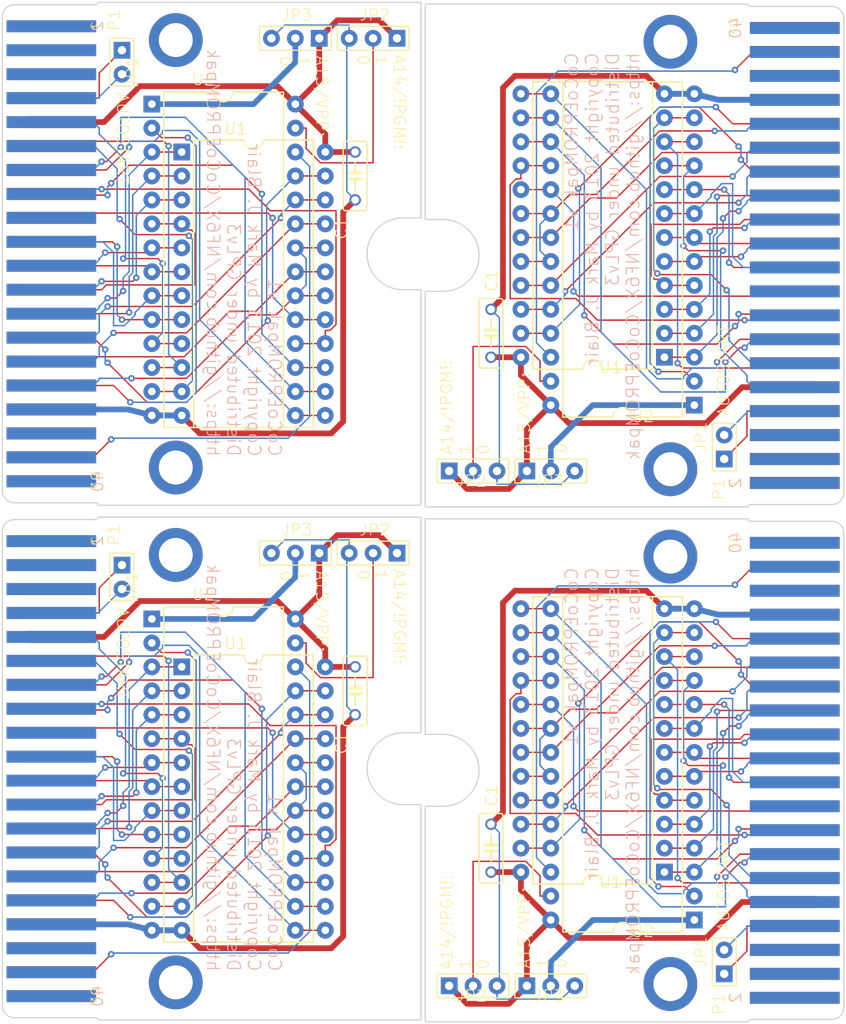
<source format=kicad_pcb>
(kicad_pcb (version 20171130) (host pcbnew "(5.1.10)-1")
  (layers (0 Top signal) (31 Bottom signal) (34 B.Paste user) (35 F.Paste user) (36 B.SilkS user) (37 F.SilkS user) (38 B.Mask user) (39 F.Mask user) (44 Edge.Cuts user))
  (net 0 "")
  (net 1 GND)
  (net 2 +5V)
  (net 3 "Net-(P1-PadMTG2)")
  (net 4 "Net-(P1-PadMTG1)")
  (net 5 "Net-(P1-Pad40)")
  (net 6 "Net-(P1-Pad38)")
  (net 7 "Net-(P1-Pad36)")
  (net 8 "Net-(P1-Pad32)")
  (net 9 /A11)
  (net 10 /A9)
  (net 11 /A7)
  (net 12 /A5)
  (net 13 /A3)
  (net 14 /A1)
  (net 15 "Net-(P1-Pad18)")
  (net 16 /D6)
  (net 17 /D4)
  (net 18 /D2)
  (net 19 /D0)
  (net 20 "Net-(JP1-Pad2)")
  (net 21 "Net-(P1-Pad6)")
  (net 22 "Net-(P1-Pad4)")
  (net 23 "Net-(P1-Pad2)")
  (net 24 "Net-(P1-Pad39)")
  (net 25 /A13)
  (net 26 "Net-(P1-Pad35)")
  (net 27 /A12)
  (net 28 /A10)
  (net 29 /A8)
  (net 30 /A6)
  (net 31 /A4)
  (net 32 /A2)
  (net 33 /A0)
  (net 34 /D7)
  (net 35 /D5)
  (net 36 /D3)
  (net 37 /D1)
  (net 38 "Net-(JP1-Pad1)")
  (net 39 "Net-(P1-Pad5)")
  (net 40 "Net-(P1-Pad3)")
  (net 41 "Net-(P1-Pad1)")
  (net 42 "Net-(JP2-Pad2)")
  (net 43 "Net-(JP3-Pad2)")
  (module CoCoEPROMpak:C050-025X075 (layer Top) (at 134.2136 127.7239 90)
    (fp_text reference C1 (at 4.318 0.762 90) (layer F.SilkS) (effects (font (size 1.2065 1.2065) (thickness 0.12065)) (justify left bottom)))
    (fp_text value 0.1 hide)
    (pad 1 thru_hole circle (at -2.54 0 90) (size 1.2192 1.2192) (drill 0.8128) (layers *.Cu *.Mask) (net 2 +5V))
    (pad 2 thru_hole circle (at 2.54 0 90) (size 1.2192 1.2192) (drill 0.8128) (layers *.Cu *.Mask) (net 1 GND))
  )
  (module CoCoEPROMpak:DIL28 (layer Top) (at 148.1836 118.8339 90)
    (fp_text reference U2 (at -18.415 3.429) (layer F.SilkS) (effects (font (size 1.2065 1.2065) (thickness 0.09652)) (justify right bottom)))
    (fp_text value 27512 hide)
    (pad 1 thru_hole rect (at -16.51 7.62 180) (size 1.778 1.778) (drill 0.8128) (layers *.Cu *.Mask) (net 43 "Net-(JP3-Pad2)"))
    (pad 2 thru_hole circle (at -13.97 7.62 180) (size 1.778 1.778) (drill 0.8128) (layers *.Cu *.Mask) (net 27 /A12))
    (pad 7 thru_hole circle (at -1.27 7.62 180) (size 1.778 1.778) (drill 0.8128) (layers *.Cu *.Mask) (net 13 /A3))
    (pad 8 thru_hole circle (at 1.27 7.62 180) (size 1.778 1.778) (drill 0.8128) (layers *.Cu *.Mask) (net 32 /A2))
    (pad 3 thru_hole circle (at -11.43 7.62 180) (size 1.778 1.778) (drill 0.8128) (layers *.Cu *.Mask) (net 11 /A7))
    (pad 4 thru_hole circle (at -8.89 7.62 180) (size 1.778 1.778) (drill 0.8128) (layers *.Cu *.Mask) (net 30 /A6))
    (pad 6 thru_hole circle (at -3.81 7.62 180) (size 1.778 1.778) (drill 0.8128) (layers *.Cu *.Mask) (net 31 /A4))
    (pad 5 thru_hole circle (at -6.35 7.62 180) (size 1.778 1.778) (drill 0.8128) (layers *.Cu *.Mask) (net 12 /A5))
    (pad 9 thru_hole circle (at 3.81 7.62 180) (size 1.778 1.778) (drill 0.8128) (layers *.Cu *.Mask) (net 14 /A1))
    (pad 10 thru_hole circle (at 6.35 7.62 180) (size 1.778 1.778) (drill 0.8128) (layers *.Cu *.Mask) (net 33 /A0))
    (pad 11 thru_hole circle (at 8.89 7.62 180) (size 1.778 1.778) (drill 0.8128) (layers *.Cu *.Mask) (net 19 /D0))
    (pad 12 thru_hole circle (at 11.43 7.62 180) (size 1.778 1.778) (drill 0.8128) (layers *.Cu *.Mask) (net 37 /D1))
    (pad 13 thru_hole circle (at 13.97 7.62 180) (size 1.778 1.778) (drill 0.8128) (layers *.Cu *.Mask) (net 18 /D2))
    (pad 14 thru_hole circle (at 16.51 7.62 180) (size 1.778 1.778) (drill 0.8128) (layers *.Cu *.Mask) (net 1 GND))
    (pad 15 thru_hole circle (at 16.51 -7.62 180) (size 1.778 1.778) (drill 0.8128) (layers *.Cu *.Mask) (net 36 /D3))
    (pad 16 thru_hole circle (at 13.97 -7.62 180) (size 1.778 1.778) (drill 0.8128) (layers *.Cu *.Mask) (net 17 /D4))
    (pad 17 thru_hole circle (at 11.43 -7.62 180) (size 1.778 1.778) (drill 0.8128) (layers *.Cu *.Mask) (net 35 /D5))
    (pad 18 thru_hole circle (at 8.89 -7.62 180) (size 1.778 1.778) (drill 0.8128) (layers *.Cu *.Mask) (net 16 /D6))
    (pad 19 thru_hole circle (at 6.35 -7.62 180) (size 1.778 1.778) (drill 0.8128) (layers *.Cu *.Mask) (net 34 /D7))
    (pad 20 thru_hole circle (at 3.81 -7.62 180) (size 1.778 1.778) (drill 0.8128) (layers *.Cu *.Mask) (net 8 "Net-(P1-Pad32)"))
    (pad 21 thru_hole circle (at 1.27 -7.62 180) (size 1.778 1.778) (drill 0.8128) (layers *.Cu *.Mask) (net 28 /A10))
    (pad 22 thru_hole circle (at -1.27 -7.62 180) (size 1.778 1.778) (drill 0.8128) (layers *.Cu *.Mask) (net 8 "Net-(P1-Pad32)"))
    (pad 23 thru_hole circle (at -3.81 -7.62 180) (size 1.778 1.778) (drill 0.8128) (layers *.Cu *.Mask) (net 9 /A11))
    (pad 24 thru_hole circle (at -6.35 -7.62 180) (size 1.778 1.778) (drill 0.8128) (layers *.Cu *.Mask) (net 10 /A9))
    (pad 25 thru_hole circle (at -8.89 -7.62 180) (size 1.778 1.778) (drill 0.8128) (layers *.Cu *.Mask) (net 29 /A8))
    (pad 26 thru_hole circle (at -11.43 -7.62 180) (size 1.778 1.778) (drill 0.8128) (layers *.Cu *.Mask) (net 25 /A13))
    (pad 27 thru_hole circle (at -13.97 -7.62 180) (size 1.778 1.778) (drill 0.8128) (layers *.Cu *.Mask) (net 42 "Net-(JP2-Pad2)"))
    (pad 28 thru_hole circle (at -16.51 -7.62 180) (size 1.778 1.778) (drill 0.8128) (layers *.Cu *.Mask) (net 2 +5V))
  )
  (module CoCoEPROMpak:JP2-100MIL (layer Top) (at 158.9786 141.0589 180)
    (fp_text reference JP1 (at 1.778 0.635 90) (layer F.SilkS) (effects (font (size 1.2065 1.2065) (thickness 0.09652)) (justify left bottom)))
    (fp_text value JP2 hide)
    (pad 1 thru_hole rect (at 0 0 180) (size 1.778 1.778) (drill 0.889) (layers *.Cu *.Mask) (net 38 "Net-(JP1-Pad1)"))
    (pad 2 thru_hole circle (at 0 2.54 180) (size 1.778 1.778) (drill 0.889) (layers *.Cu *.Mask) (net 20 "Net-(JP1-Pad2)"))
  )
  (module CoCoEPROMpak:COCO-CART-2.1X1.75 (layer Top) (at 171.6786 146.1389 90)
    (fp_text reference P1 (at 0.635 -12.573 90) (layer F.SilkS) (effects (font (size 1.2065 1.2065) (thickness 0.09652)) (justify left bottom)))
    (fp_text value COCO-CART hide)
    (fp_line (start 0.254 -9.906) (end 0.254 -1.27) (layer Edge.Cuts) (width 0.127))
    (fp_arc (start 1.524 -1.27) (end 0.254 -1.27) (angle -90) (layer Edge.Cuts) (width 0.127))
    (fp_line (start 1.524 0) (end 51.816 0) (layer Edge.Cuts) (width 0.127))
    (fp_arc (start 51.816 -1.27) (end 51.816 0) (angle -90) (layer Edge.Cuts) (width 0.127))
    (fp_line (start 53.086 -1.27) (end 53.086 -9.906) (layer Edge.Cuts) (width 0.127))
    (fp_arc (start 53.34 -9.906) (end 53.086 -9.906) (angle 90) (layer Edge.Cuts) (width 0.127))
    (fp_line (start 53.34 -10.16) (end 53.34 -44.45) (layer Edge.Cuts) (width 0.127))
    (fp_line (start 53.34 -44.45) (end 30.48 -44.45) (layer Edge.Cuts) (width 0.127))
    (fp_line (start 30.48 -44.45) (end 30.48 -42.545) (layer Edge.Cuts) (width 0.127))
    (fp_arc (start 26.67 -42.545) (end 30.48 -42.545) (angle 90) (layer Edge.Cuts) (width 0.127))
    (fp_arc (start 26.67 -42.545) (end 26.67 -38.735) (angle 90) (layer Edge.Cuts) (width 0.127))
    (fp_line (start 22.86 -42.545) (end 22.86 -44.45) (layer Edge.Cuts) (width 0.127))
    (fp_line (start 22.86 -44.45) (end 0 -44.45) (layer Edge.Cuts) (width 0.127))
    (fp_line (start 0 -44.45) (end 0 -10.16) (layer Edge.Cuts) (width 0.127))
    (fp_arc (start 0 -9.906) (end 0 -10.16) (angle 90) (layer Edge.Cuts) (width 0.127))
    (fp_text user 1 (at 2.54 -10.795 90) (layer F.SilkS) (effects (font (size 1.2065 1.2065) (thickness 0.1016)) (justify bottom)))
    (fp_text user 39 (at 50.8 -10.795 90) (layer F.SilkS) (effects (font (size 1.2065 1.2065) (thickness 0.1016)) (justify bottom)))
    (fp_text user 2 (at 2.54 -10.795 90) (layer B.SilkS) (effects (font (size 1.2065 1.2065) (thickness 0.1016)) (justify bottom mirror)))
    (fp_text user 40 (at 50.8 -10.795 90) (layer B.SilkS) (effects (font (size 1.2065 1.2065) (thickness 0.1016)) (justify bottom mirror)))
    (pad 1 smd rect (at 2.54 -5.207 90) (size 1.27 9.525) (layers Top F.Mask) (net 41 "Net-(P1-Pad1)"))
    (pad 3 smd rect (at 5.08 -5.207 90) (size 1.27 9.525) (layers Top F.Mask) (net 40 "Net-(P1-Pad3)"))
    (pad 5 smd rect (at 7.62 -5.207 90) (size 1.27 9.525) (layers Top F.Mask) (net 39 "Net-(P1-Pad5)"))
    (pad 7 smd rect (at 10.16 -5.207 90) (size 1.27 9.525) (layers Top F.Mask) (net 38 "Net-(JP1-Pad1)"))
    (pad 9 smd rect (at 12.7 -6.35 90) (size 1.27 6.985) (layers Top F.Mask) (net 2 +5V))
    (pad 11 smd rect (at 15.24 -5.207 90) (size 1.27 9.525) (layers Top F.Mask) (net 37 /D1))
    (pad 13 smd rect (at 17.78 -5.207 90) (size 1.27 9.525) (layers Top F.Mask) (net 36 /D3))
    (pad 15 smd rect (at 20.32 -5.207 90) (size 1.27 9.525) (layers Top F.Mask) (net 35 /D5))
    (pad 17 smd rect (at 22.86 -5.207 90) (size 1.27 9.525) (layers Top F.Mask) (net 34 /D7))
    (pad 19 smd rect (at 25.4 -5.207 90) (size 1.27 9.525) (layers Top F.Mask) (net 33 /A0))
    (pad 21 smd rect (at 27.94 -5.207 90) (size 1.27 9.525) (layers Top F.Mask) (net 32 /A2))
    (pad 23 smd rect (at 30.48 -5.207 90) (size 1.27 9.525) (layers Top F.Mask) (net 31 /A4))
    (pad 25 smd rect (at 33.02 -5.207 90) (size 1.27 9.525) (layers Top F.Mask) (net 30 /A6))
    (pad 27 smd rect (at 35.56 -5.207 90) (size 1.27 9.525) (layers Top F.Mask) (net 29 /A8))
    (pad 29 smd rect (at 38.1 -5.207 90) (size 1.27 9.525) (layers Top F.Mask) (net 28 /A10))
    (pad 31 smd rect (at 40.64 -5.207 90) (size 1.27 9.525) (layers Top F.Mask) (net 27 /A12))
    (pad 33 smd rect (at 43.18 -5.207 90) (size 1.27 9.525) (layers Top F.Mask) (net 1 GND))
    (pad 35 smd rect (at 45.72 -5.207 90) (size 1.27 9.525) (layers Top F.Mask) (net 26 "Net-(P1-Pad35)"))
    (pad 37 smd rect (at 48.26 -5.207 90) (size 1.27 9.525) (layers Top F.Mask) (net 25 /A13))
    (pad 39 smd rect (at 50.8 -5.207 90) (size 1.27 9.525) (layers Top F.Mask) (net 24 "Net-(P1-Pad39)"))
    (pad 2 smd rect (at 2.54 -5.207 90) (size 1.27 9.525) (layers Bottom B.Mask) (net 23 "Net-(P1-Pad2)"))
    (pad 4 smd rect (at 5.08 -5.207 90) (size 1.27 9.525) (layers Bottom B.Mask) (net 22 "Net-(P1-Pad4)"))
    (pad 6 smd rect (at 7.62 -5.207 90) (size 1.27 9.525) (layers Bottom B.Mask) (net 21 "Net-(P1-Pad6)"))
    (pad 8 smd rect (at 10.16 -5.207 90) (size 1.27 9.525) (layers Bottom B.Mask) (net 20 "Net-(JP1-Pad2)"))
    (pad 10 smd rect (at 12.7 -5.207 90) (size 1.27 9.525) (layers Bottom B.Mask) (net 19 /D0))
    (pad 12 smd rect (at 15.24 -5.207 90) (size 1.27 9.525) (layers Bottom B.Mask) (net 18 /D2))
    (pad 14 smd rect (at 17.78 -5.207 90) (size 1.27 9.525) (layers Bottom B.Mask) (net 17 /D4))
    (pad 16 smd rect (at 20.32 -5.207 90) (size 1.27 9.525) (layers Bottom B.Mask) (net 16 /D6))
    (pad 18 smd rect (at 22.86 -5.207 90) (size 1.27 9.525) (layers Bottom B.Mask) (net 15 "Net-(P1-Pad18)"))
    (pad 20 smd rect (at 25.4 -5.207 90) (size 1.27 9.525) (layers Bottom B.Mask) (net 14 /A1))
    (pad 22 smd rect (at 27.94 -5.207 90) (size 1.27 9.525) (layers Bottom B.Mask) (net 13 /A3))
    (pad 24 smd rect (at 30.48 -5.207 90) (size 1.27 9.525) (layers Bottom B.Mask) (net 12 /A5))
    (pad 26 smd rect (at 33.02 -5.207 90) (size 1.27 9.525) (layers Bottom B.Mask) (net 11 /A7))
    (pad 28 smd rect (at 35.56 -5.207 90) (size 1.27 9.525) (layers Bottom B.Mask) (net 10 /A9))
    (pad 30 smd rect (at 38.1 -5.207 90) (size 1.27 9.525) (layers Bottom B.Mask) (net 9 /A11))
    (pad 32 smd rect (at 40.64 -5.207 90) (size 1.27 9.525) (layers Bottom B.Mask) (net 8 "Net-(P1-Pad32)"))
    (pad 34 smd rect (at 43.18 -5.207 90) (size 1.27 9.525) (layers Bottom B.Mask) (net 1 GND))
    (pad 36 smd rect (at 45.72 -5.207 90) (size 1.27 9.525) (layers Bottom B.Mask) (net 7 "Net-(P1-Pad36)"))
    (pad 38 smd rect (at 48.26 -5.207 90) (size 1.27 9.525) (layers Bottom B.Mask) (net 6 "Net-(P1-Pad38)"))
    (pad 40 smd rect (at 50.8 -5.207 90) (size 1.27 9.525) (layers Bottom B.Mask) (net 5 "Net-(P1-Pad40)"))
    (pad MTG1 thru_hole circle (at 4.0005 -18.415 90) (size 5.715 5.715) (drill 3.6068) (layers *.Cu *.Mask) (net 4 "Net-(P1-PadMTG1)"))
    (pad MTG2 thru_hole circle (at 49.3395 -18.415 90) (size 5.715 5.715) (drill 3.6068) (layers *.Cu *.Mask) (net 3 "Net-(P1-PadMTG2)"))
  )
  (module CoCoEPROMpak:JP3-100MIL (layer Top) (at 138.0236 142.3289 90)
    (fp_text reference JP3 (at -1.778 4.064) (layer F.SilkS) (effects (font (size 1.2065 1.2065) (thickness 0.09652)) (justify right bottom)))
    (fp_text value JP3 hide)
    (pad 1 thru_hole rect (at 0 0 90) (size 1.778 1.778) (drill 0.889) (layers *.Cu *.Mask) (net 2 +5V))
    (pad 2 thru_hole circle (at 0 2.54 90) (size 1.778 1.778) (drill 0.889) (layers *.Cu *.Mask) (net 43 "Net-(JP3-Pad2)"))
    (pad 3 thru_hole circle (at 0 5.08 90) (size 1.778 1.778) (drill 0.889) (layers *.Cu *.Mask) (net 1 GND))
  )
  (module CoCoEPROMpak:JP3-100MIL (layer Top) (at 129.7686 142.3289 90)
    (fp_text reference JP2 (at -1.778 4.064) (layer F.SilkS) (effects (font (size 1.2065 1.2065) (thickness 0.09652)) (justify right bottom)))
    (fp_text value JP3 hide)
    (pad 1 thru_hole rect (at 0 0 90) (size 1.778 1.778) (drill 0.889) (layers *.Cu *.Mask) (net 2 +5V))
    (pad 2 thru_hole circle (at 0 2.54 90) (size 1.778 1.778) (drill 0.889) (layers *.Cu *.Mask) (net 42 "Net-(JP2-Pad2)"))
    (pad 3 thru_hole circle (at 0 5.08 90) (size 1.778 1.778) (drill 0.889) (layers *.Cu *.Mask) (net 1 GND))
  )
  (module CoCoEPROMpak:DIL24 (layer Top) (at 145.0086 116.2939 90)
    (fp_text reference U1 (at -15.748 3.175) (layer F.SilkS) (effects (font (size 1.2065 1.2065) (thickness 0.12065)) (justify right bottom)))
    (fp_text value 2732 hide)
    (pad 1 thru_hole rect (at -13.97 7.62 180) (size 1.778 1.778) (drill 0.8128) (layers *.Cu *.Mask) (net 11 /A7))
    (pad 2 thru_hole circle (at -11.43 7.62 180) (size 1.778 1.778) (drill 0.8128) (layers *.Cu *.Mask) (net 30 /A6))
    (pad 7 thru_hole circle (at 1.27 7.62 180) (size 1.778 1.778) (drill 0.8128) (layers *.Cu *.Mask) (net 14 /A1))
    (pad 8 thru_hole circle (at 3.81 7.62 180) (size 1.778 1.778) (drill 0.8128) (layers *.Cu *.Mask) (net 33 /A0))
    (pad 3 thru_hole circle (at -8.89 7.62 180) (size 1.778 1.778) (drill 0.8128) (layers *.Cu *.Mask) (net 12 /A5))
    (pad 4 thru_hole circle (at -6.35 7.62 180) (size 1.778 1.778) (drill 0.8128) (layers *.Cu *.Mask) (net 31 /A4))
    (pad 6 thru_hole circle (at -1.27 7.62 180) (size 1.778 1.778) (drill 0.8128) (layers *.Cu *.Mask) (net 32 /A2))
    (pad 5 thru_hole circle (at -3.81 7.62 180) (size 1.778 1.778) (drill 0.8128) (layers *.Cu *.Mask) (net 13 /A3))
    (pad 9 thru_hole circle (at 6.35 7.62 180) (size 1.778 1.778) (drill 0.8128) (layers *.Cu *.Mask) (net 19 /D0))
    (pad 10 thru_hole circle (at 8.89 7.62 180) (size 1.778 1.778) (drill 0.8128) (layers *.Cu *.Mask) (net 37 /D1))
    (pad 11 thru_hole circle (at 11.43 7.62 180) (size 1.778 1.778) (drill 0.8128) (layers *.Cu *.Mask) (net 18 /D2))
    (pad 12 thru_hole circle (at 13.97 7.62 180) (size 1.778 1.778) (drill 0.8128) (layers *.Cu *.Mask) (net 1 GND))
    (pad 13 thru_hole circle (at 13.97 -7.62 180) (size 1.778 1.778) (drill 0.8128) (layers *.Cu *.Mask) (net 36 /D3))
    (pad 14 thru_hole circle (at 11.43 -7.62 180) (size 1.778 1.778) (drill 0.8128) (layers *.Cu *.Mask) (net 17 /D4))
    (pad 15 thru_hole circle (at 8.89 -7.62 180) (size 1.778 1.778) (drill 0.8128) (layers *.Cu *.Mask) (net 35 /D5))
    (pad 16 thru_hole circle (at 6.35 -7.62 180) (size 1.778 1.778) (drill 0.8128) (layers *.Cu *.Mask) (net 16 /D6))
    (pad 17 thru_hole circle (at 3.81 -7.62 180) (size 1.778 1.778) (drill 0.8128) (layers *.Cu *.Mask) (net 34 /D7))
    (pad 18 thru_hole circle (at 1.27 -7.62 180) (size 1.778 1.778) (drill 0.8128) (layers *.Cu *.Mask) (net 8 "Net-(P1-Pad32)"))
    (pad 19 thru_hole circle (at -1.27 -7.62 180) (size 1.778 1.778) (drill 0.8128) (layers *.Cu *.Mask) (net 28 /A10))
    (pad 20 thru_hole circle (at -3.81 -7.62 180) (size 1.778 1.778) (drill 0.8128) (layers *.Cu *.Mask) (net 8 "Net-(P1-Pad32)"))
    (pad 21 thru_hole circle (at -6.35 -7.62 180) (size 1.778 1.778) (drill 0.8128) (layers *.Cu *.Mask) (net 9 /A11))
    (pad 22 thru_hole circle (at -8.89 -7.62 180) (size 1.778 1.778) (drill 0.8128) (layers *.Cu *.Mask) (net 10 /A9))
    (pad 23 thru_hole circle (at -11.43 -7.62 180) (size 1.778 1.778) (drill 0.8128) (layers *.Cu *.Mask) (net 29 /A8))
    (pad 24 thru_hole circle (at -13.97 -7.62 180) (size 1.778 1.778) (drill 0.8128) (layers *.Cu *.Mask) (net 2 +5V))
  )
  (module CoCoEPROMpak:COCO-CART-2.1X1.75 (layer Top) (at 171.6786 91.5289 90)
    (fp_text reference P1 (at 0.635 -12.573 90) (layer F.SilkS) (effects (font (size 1.2065 1.2065) (thickness 0.09652)) (justify left bottom)))
    (fp_text value COCO-CART hide)
    (fp_text user 40 (at 50.8 -10.795 90) (layer B.SilkS) (effects (font (size 1.2065 1.2065) (thickness 0.1016)) (justify bottom mirror)))
    (fp_text user 2 (at 2.54 -10.795 90) (layer B.SilkS) (effects (font (size 1.2065 1.2065) (thickness 0.1016)) (justify bottom mirror)))
    (fp_text user 39 (at 50.8 -10.795 90) (layer F.SilkS) (effects (font (size 1.2065 1.2065) (thickness 0.1016)) (justify bottom)))
    (fp_text user 1 (at 2.54 -10.795 90) (layer F.SilkS) (effects (font (size 1.2065 1.2065) (thickness 0.1016)) (justify bottom)))
    (fp_arc (start 0 -9.906) (end 0 -10.16) (angle 90) (layer Edge.Cuts) (width 0.127))
    (fp_line (start 0 -44.45) (end 0 -10.16) (layer Edge.Cuts) (width 0.127))
    (fp_line (start 22.86 -44.45) (end 0 -44.45) (layer Edge.Cuts) (width 0.127))
    (fp_line (start 22.86 -42.545) (end 22.86 -44.45) (layer Edge.Cuts) (width 0.127))
    (fp_arc (start 26.67 -42.545) (end 26.67 -38.735) (angle 90) (layer Edge.Cuts) (width 0.127))
    (fp_arc (start 26.67 -42.545) (end 30.48 -42.545) (angle 90) (layer Edge.Cuts) (width 0.127))
    (fp_line (start 30.48 -44.45) (end 30.48 -42.545) (layer Edge.Cuts) (width 0.127))
    (fp_line (start 53.34 -44.45) (end 30.48 -44.45) (layer Edge.Cuts) (width 0.127))
    (fp_line (start 53.34 -10.16) (end 53.34 -44.45) (layer Edge.Cuts) (width 0.127))
    (fp_arc (start 53.34 -9.906) (end 53.086 -9.906) (angle 90) (layer Edge.Cuts) (width 0.127))
    (fp_line (start 53.086 -1.27) (end 53.086 -9.906) (layer Edge.Cuts) (width 0.127))
    (fp_arc (start 51.816 -1.27) (end 51.816 0) (angle -90) (layer Edge.Cuts) (width 0.127))
    (fp_line (start 1.524 0) (end 51.816 0) (layer Edge.Cuts) (width 0.127))
    (fp_arc (start 1.524 -1.27) (end 0.254 -1.27) (angle -90) (layer Edge.Cuts) (width 0.127))
    (fp_line (start 0.254 -9.906) (end 0.254 -1.27) (layer Edge.Cuts) (width 0.127))
    (pad MTG2 thru_hole circle (at 49.3395 -18.415 90) (size 5.715 5.715) (drill 3.6068) (layers *.Cu *.Mask) (net 3 "Net-(P1-PadMTG2)"))
    (pad MTG1 thru_hole circle (at 4.0005 -18.415 90) (size 5.715 5.715) (drill 3.6068) (layers *.Cu *.Mask) (net 4 "Net-(P1-PadMTG1)"))
    (pad 40 smd rect (at 50.8 -5.207 90) (size 1.27 9.525) (layers Bottom B.Mask) (net 5 "Net-(P1-Pad40)"))
    (pad 38 smd rect (at 48.26 -5.207 90) (size 1.27 9.525) (layers Bottom B.Mask) (net 6 "Net-(P1-Pad38)"))
    (pad 36 smd rect (at 45.72 -5.207 90) (size 1.27 9.525) (layers Bottom B.Mask) (net 7 "Net-(P1-Pad36)"))
    (pad 34 smd rect (at 43.18 -5.207 90) (size 1.27 9.525) (layers Bottom B.Mask) (net 1 GND))
    (pad 32 smd rect (at 40.64 -5.207 90) (size 1.27 9.525) (layers Bottom B.Mask) (net 8 "Net-(P1-Pad32)"))
    (pad 30 smd rect (at 38.1 -5.207 90) (size 1.27 9.525) (layers Bottom B.Mask) (net 9 /A11))
    (pad 28 smd rect (at 35.56 -5.207 90) (size 1.27 9.525) (layers Bottom B.Mask) (net 10 /A9))
    (pad 26 smd rect (at 33.02 -5.207 90) (size 1.27 9.525) (layers Bottom B.Mask) (net 11 /A7))
    (pad 24 smd rect (at 30.48 -5.207 90) (size 1.27 9.525) (layers Bottom B.Mask) (net 12 /A5))
    (pad 22 smd rect (at 27.94 -5.207 90) (size 1.27 9.525) (layers Bottom B.Mask) (net 13 /A3))
    (pad 20 smd rect (at 25.4 -5.207 90) (size 1.27 9.525) (layers Bottom B.Mask) (net 14 /A1))
    (pad 18 smd rect (at 22.86 -5.207 90) (size 1.27 9.525) (layers Bottom B.Mask) (net 15 "Net-(P1-Pad18)"))
    (pad 16 smd rect (at 20.32 -5.207 90) (size 1.27 9.525) (layers Bottom B.Mask) (net 16 /D6))
    (pad 14 smd rect (at 17.78 -5.207 90) (size 1.27 9.525) (layers Bottom B.Mask) (net 17 /D4))
    (pad 12 smd rect (at 15.24 -5.207 90) (size 1.27 9.525) (layers Bottom B.Mask) (net 18 /D2))
    (pad 10 smd rect (at 12.7 -5.207 90) (size 1.27 9.525) (layers Bottom B.Mask) (net 19 /D0))
    (pad 8 smd rect (at 10.16 -5.207 90) (size 1.27 9.525) (layers Bottom B.Mask) (net 20 "Net-(JP1-Pad2)"))
    (pad 6 smd rect (at 7.62 -5.207 90) (size 1.27 9.525) (layers Bottom B.Mask) (net 21 "Net-(P1-Pad6)"))
    (pad 4 smd rect (at 5.08 -5.207 90) (size 1.27 9.525) (layers Bottom B.Mask) (net 22 "Net-(P1-Pad4)"))
    (pad 2 smd rect (at 2.54 -5.207 90) (size 1.27 9.525) (layers Bottom B.Mask) (net 23 "Net-(P1-Pad2)"))
    (pad 39 smd rect (at 50.8 -5.207 90) (size 1.27 9.525) (layers Top F.Mask) (net 24 "Net-(P1-Pad39)"))
    (pad 37 smd rect (at 48.26 -5.207 90) (size 1.27 9.525) (layers Top F.Mask) (net 25 /A13))
    (pad 35 smd rect (at 45.72 -5.207 90) (size 1.27 9.525) (layers Top F.Mask) (net 26 "Net-(P1-Pad35)"))
    (pad 33 smd rect (at 43.18 -5.207 90) (size 1.27 9.525) (layers Top F.Mask) (net 1 GND))
    (pad 31 smd rect (at 40.64 -5.207 90) (size 1.27 9.525) (layers Top F.Mask) (net 27 /A12))
    (pad 29 smd rect (at 38.1 -5.207 90) (size 1.27 9.525) (layers Top F.Mask) (net 28 /A10))
    (pad 27 smd rect (at 35.56 -5.207 90) (size 1.27 9.525) (layers Top F.Mask) (net 29 /A8))
    (pad 25 smd rect (at 33.02 -5.207 90) (size 1.27 9.525) (layers Top F.Mask) (net 30 /A6))
    (pad 23 smd rect (at 30.48 -5.207 90) (size 1.27 9.525) (layers Top F.Mask) (net 31 /A4))
    (pad 21 smd rect (at 27.94 -5.207 90) (size 1.27 9.525) (layers Top F.Mask) (net 32 /A2))
    (pad 19 smd rect (at 25.4 -5.207 90) (size 1.27 9.525) (layers Top F.Mask) (net 33 /A0))
    (pad 17 smd rect (at 22.86 -5.207 90) (size 1.27 9.525) (layers Top F.Mask) (net 34 /D7))
    (pad 15 smd rect (at 20.32 -5.207 90) (size 1.27 9.525) (layers Top F.Mask) (net 35 /D5))
    (pad 13 smd rect (at 17.78 -5.207 90) (size 1.27 9.525) (layers Top F.Mask) (net 36 /D3))
    (pad 11 smd rect (at 15.24 -5.207 90) (size 1.27 9.525) (layers Top F.Mask) (net 37 /D1))
    (pad 9 smd rect (at 12.7 -6.35 90) (size 1.27 6.985) (layers Top F.Mask) (net 2 +5V))
    (pad 7 smd rect (at 10.16 -5.207 90) (size 1.27 9.525) (layers Top F.Mask) (net 38 "Net-(JP1-Pad1)"))
    (pad 5 smd rect (at 7.62 -5.207 90) (size 1.27 9.525) (layers Top F.Mask) (net 39 "Net-(P1-Pad5)"))
    (pad 3 smd rect (at 5.08 -5.207 90) (size 1.27 9.525) (layers Top F.Mask) (net 40 "Net-(P1-Pad3)"))
    (pad 1 smd rect (at 2.54 -5.207 90) (size 1.27 9.525) (layers Top F.Mask) (net 41 "Net-(P1-Pad1)"))
  )
  (module CoCoEPROMpak:DIL24 (layer Top) (at 145.0086 61.6839 90)
    (fp_text reference U1 (at -15.748 3.175) (layer F.SilkS) (effects (font (size 1.2065 1.2065) (thickness 0.12065)) (justify right bottom)))
    (fp_text value 2732 hide)
    (pad 24 thru_hole circle (at -13.97 -7.62 180) (size 1.778 1.778) (drill 0.8128) (layers *.Cu *.Mask) (net 2 +5V))
    (pad 23 thru_hole circle (at -11.43 -7.62 180) (size 1.778 1.778) (drill 0.8128) (layers *.Cu *.Mask) (net 29 /A8))
    (pad 22 thru_hole circle (at -8.89 -7.62 180) (size 1.778 1.778) (drill 0.8128) (layers *.Cu *.Mask) (net 10 /A9))
    (pad 21 thru_hole circle (at -6.35 -7.62 180) (size 1.778 1.778) (drill 0.8128) (layers *.Cu *.Mask) (net 9 /A11))
    (pad 20 thru_hole circle (at -3.81 -7.62 180) (size 1.778 1.778) (drill 0.8128) (layers *.Cu *.Mask) (net 8 "Net-(P1-Pad32)"))
    (pad 19 thru_hole circle (at -1.27 -7.62 180) (size 1.778 1.778) (drill 0.8128) (layers *.Cu *.Mask) (net 28 /A10))
    (pad 18 thru_hole circle (at 1.27 -7.62 180) (size 1.778 1.778) (drill 0.8128) (layers *.Cu *.Mask) (net 8 "Net-(P1-Pad32)"))
    (pad 17 thru_hole circle (at 3.81 -7.62 180) (size 1.778 1.778) (drill 0.8128) (layers *.Cu *.Mask) (net 34 /D7))
    (pad 16 thru_hole circle (at 6.35 -7.62 180) (size 1.778 1.778) (drill 0.8128) (layers *.Cu *.Mask) (net 16 /D6))
    (pad 15 thru_hole circle (at 8.89 -7.62 180) (size 1.778 1.778) (drill 0.8128) (layers *.Cu *.Mask) (net 35 /D5))
    (pad 14 thru_hole circle (at 11.43 -7.62 180) (size 1.778 1.778) (drill 0.8128) (layers *.Cu *.Mask) (net 17 /D4))
    (pad 13 thru_hole circle (at 13.97 -7.62 180) (size 1.778 1.778) (drill 0.8128) (layers *.Cu *.Mask) (net 36 /D3))
    (pad 12 thru_hole circle (at 13.97 7.62 180) (size 1.778 1.778) (drill 0.8128) (layers *.Cu *.Mask) (net 1 GND))
    (pad 11 thru_hole circle (at 11.43 7.62 180) (size 1.778 1.778) (drill 0.8128) (layers *.Cu *.Mask) (net 18 /D2))
    (pad 10 thru_hole circle (at 8.89 7.62 180) (size 1.778 1.778) (drill 0.8128) (layers *.Cu *.Mask) (net 37 /D1))
    (pad 9 thru_hole circle (at 6.35 7.62 180) (size 1.778 1.778) (drill 0.8128) (layers *.Cu *.Mask) (net 19 /D0))
    (pad 5 thru_hole circle (at -3.81 7.62 180) (size 1.778 1.778) (drill 0.8128) (layers *.Cu *.Mask) (net 13 /A3))
    (pad 6 thru_hole circle (at -1.27 7.62 180) (size 1.778 1.778) (drill 0.8128) (layers *.Cu *.Mask) (net 32 /A2))
    (pad 4 thru_hole circle (at -6.35 7.62 180) (size 1.778 1.778) (drill 0.8128) (layers *.Cu *.Mask) (net 31 /A4))
    (pad 3 thru_hole circle (at -8.89 7.62 180) (size 1.778 1.778) (drill 0.8128) (layers *.Cu *.Mask) (net 12 /A5))
    (pad 8 thru_hole circle (at 3.81 7.62 180) (size 1.778 1.778) (drill 0.8128) (layers *.Cu *.Mask) (net 33 /A0))
    (pad 7 thru_hole circle (at 1.27 7.62 180) (size 1.778 1.778) (drill 0.8128) (layers *.Cu *.Mask) (net 14 /A1))
    (pad 2 thru_hole circle (at -11.43 7.62 180) (size 1.778 1.778) (drill 0.8128) (layers *.Cu *.Mask) (net 30 /A6))
    (pad 1 thru_hole rect (at -13.97 7.62 180) (size 1.778 1.778) (drill 0.8128) (layers *.Cu *.Mask) (net 11 /A7))
  )
  (module CoCoEPROMpak:JP2-100MIL (layer Top) (at 158.9786 86.4489 180)
    (fp_text reference JP1 (at 1.778 0.635 90) (layer F.SilkS) (effects (font (size 1.2065 1.2065) (thickness 0.09652)) (justify left bottom)))
    (fp_text value JP2 hide)
    (pad 2 thru_hole circle (at 0 2.54 180) (size 1.778 1.778) (drill 0.889) (layers *.Cu *.Mask) (net 20 "Net-(JP1-Pad2)"))
    (pad 1 thru_hole rect (at 0 0 180) (size 1.778 1.778) (drill 0.889) (layers *.Cu *.Mask) (net 38 "Net-(JP1-Pad1)"))
  )
  (module CoCoEPROMpak:C050-025X075 (layer Top) (at 134.2136 73.1139 90)
    (fp_text reference C1 (at 4.318 0.762 90) (layer F.SilkS) (effects (font (size 1.2065 1.2065) (thickness 0.12065)) (justify left bottom)))
    (fp_text value 0.1 hide)
    (pad 2 thru_hole circle (at 2.54 0 90) (size 1.2192 1.2192) (drill 0.8128) (layers *.Cu *.Mask) (net 1 GND))
    (pad 1 thru_hole circle (at -2.54 0 90) (size 1.2192 1.2192) (drill 0.8128) (layers *.Cu *.Mask) (net 2 +5V))
  )
  (module CoCoEPROMpak:DIL28 (layer Top) (at 148.1836 64.2239 90)
    (fp_text reference U2 (at -18.415 3.429) (layer F.SilkS) (effects (font (size 1.2065 1.2065) (thickness 0.09652)) (justify right bottom)))
    (fp_text value 27512 hide)
    (pad 28 thru_hole circle (at -16.51 -7.62 180) (size 1.778 1.778) (drill 0.8128) (layers *.Cu *.Mask) (net 2 +5V))
    (pad 27 thru_hole circle (at -13.97 -7.62 180) (size 1.778 1.778) (drill 0.8128) (layers *.Cu *.Mask) (net 42 "Net-(JP2-Pad2)"))
    (pad 26 thru_hole circle (at -11.43 -7.62 180) (size 1.778 1.778) (drill 0.8128) (layers *.Cu *.Mask) (net 25 /A13))
    (pad 25 thru_hole circle (at -8.89 -7.62 180) (size 1.778 1.778) (drill 0.8128) (layers *.Cu *.Mask) (net 29 /A8))
    (pad 24 thru_hole circle (at -6.35 -7.62 180) (size 1.778 1.778) (drill 0.8128) (layers *.Cu *.Mask) (net 10 /A9))
    (pad 23 thru_hole circle (at -3.81 -7.62 180) (size 1.778 1.778) (drill 0.8128) (layers *.Cu *.Mask) (net 9 /A11))
    (pad 22 thru_hole circle (at -1.27 -7.62 180) (size 1.778 1.778) (drill 0.8128) (layers *.Cu *.Mask) (net 8 "Net-(P1-Pad32)"))
    (pad 21 thru_hole circle (at 1.27 -7.62 180) (size 1.778 1.778) (drill 0.8128) (layers *.Cu *.Mask) (net 28 /A10))
    (pad 20 thru_hole circle (at 3.81 -7.62 180) (size 1.778 1.778) (drill 0.8128) (layers *.Cu *.Mask) (net 8 "Net-(P1-Pad32)"))
    (pad 19 thru_hole circle (at 6.35 -7.62 180) (size 1.778 1.778) (drill 0.8128) (layers *.Cu *.Mask) (net 34 /D7))
    (pad 18 thru_hole circle (at 8.89 -7.62 180) (size 1.778 1.778) (drill 0.8128) (layers *.Cu *.Mask) (net 16 /D6))
    (pad 17 thru_hole circle (at 11.43 -7.62 180) (size 1.778 1.778) (drill 0.8128) (layers *.Cu *.Mask) (net 35 /D5))
    (pad 16 thru_hole circle (at 13.97 -7.62 180) (size 1.778 1.778) (drill 0.8128) (layers *.Cu *.Mask) (net 17 /D4))
    (pad 15 thru_hole circle (at 16.51 -7.62 180) (size 1.778 1.778) (drill 0.8128) (layers *.Cu *.Mask) (net 36 /D3))
    (pad 14 thru_hole circle (at 16.51 7.62 180) (size 1.778 1.778) (drill 0.8128) (layers *.Cu *.Mask) (net 1 GND))
    (pad 13 thru_hole circle (at 13.97 7.62 180) (size 1.778 1.778) (drill 0.8128) (layers *.Cu *.Mask) (net 18 /D2))
    (pad 12 thru_hole circle (at 11.43 7.62 180) (size 1.778 1.778) (drill 0.8128) (layers *.Cu *.Mask) (net 37 /D1))
    (pad 11 thru_hole circle (at 8.89 7.62 180) (size 1.778 1.778) (drill 0.8128) (layers *.Cu *.Mask) (net 19 /D0))
    (pad 10 thru_hole circle (at 6.35 7.62 180) (size 1.778 1.778) (drill 0.8128) (layers *.Cu *.Mask) (net 33 /A0))
    (pad 9 thru_hole circle (at 3.81 7.62 180) (size 1.778 1.778) (drill 0.8128) (layers *.Cu *.Mask) (net 14 /A1))
    (pad 5 thru_hole circle (at -6.35 7.62 180) (size 1.778 1.778) (drill 0.8128) (layers *.Cu *.Mask) (net 12 /A5))
    (pad 6 thru_hole circle (at -3.81 7.62 180) (size 1.778 1.778) (drill 0.8128) (layers *.Cu *.Mask) (net 31 /A4))
    (pad 4 thru_hole circle (at -8.89 7.62 180) (size 1.778 1.778) (drill 0.8128) (layers *.Cu *.Mask) (net 30 /A6))
    (pad 3 thru_hole circle (at -11.43 7.62 180) (size 1.778 1.778) (drill 0.8128) (layers *.Cu *.Mask) (net 11 /A7))
    (pad 8 thru_hole circle (at 1.27 7.62 180) (size 1.778 1.778) (drill 0.8128) (layers *.Cu *.Mask) (net 32 /A2))
    (pad 7 thru_hole circle (at -1.27 7.62 180) (size 1.778 1.778) (drill 0.8128) (layers *.Cu *.Mask) (net 13 /A3))
    (pad 2 thru_hole circle (at -13.97 7.62 180) (size 1.778 1.778) (drill 0.8128) (layers *.Cu *.Mask) (net 27 /A12))
    (pad 1 thru_hole rect (at -16.51 7.62 180) (size 1.778 1.778) (drill 0.8128) (layers *.Cu *.Mask) (net 43 "Net-(JP3-Pad2)"))
  )
  (module CoCoEPROMpak:JP3-100MIL (layer Top) (at 138.0236 87.7189 90)
    (fp_text reference JP3 (at -1.778 4.064) (layer F.SilkS) (effects (font (size 1.2065 1.2065) (thickness 0.09652)) (justify right bottom)))
    (fp_text value JP3 hide)
    (pad 3 thru_hole circle (at 0 5.08 90) (size 1.778 1.778) (drill 0.889) (layers *.Cu *.Mask) (net 1 GND))
    (pad 2 thru_hole circle (at 0 2.54 90) (size 1.778 1.778) (drill 0.889) (layers *.Cu *.Mask) (net 43 "Net-(JP3-Pad2)"))
    (pad 1 thru_hole rect (at 0 0 90) (size 1.778 1.778) (drill 0.889) (layers *.Cu *.Mask) (net 2 +5V))
  )
  (module CoCoEPROMpak:JP3-100MIL (layer Top) (at 129.7686 87.7189 90)
    (fp_text reference JP2 (at -1.778 4.064) (layer F.SilkS) (effects (font (size 1.2065 1.2065) (thickness 0.09652)) (justify right bottom)))
    (fp_text value JP3 hide)
    (pad 3 thru_hole circle (at 0 5.08 90) (size 1.778 1.778) (drill 0.889) (layers *.Cu *.Mask) (net 1 GND))
    (pad 2 thru_hole circle (at 0 2.54 90) (size 1.778 1.778) (drill 0.889) (layers *.Cu *.Mask) (net 42 "Net-(JP2-Pad2)"))
    (pad 1 thru_hole rect (at 0 0 90) (size 1.778 1.778) (drill 0.889) (layers *.Cu *.Mask) (net 2 +5V))
  )
  (module CoCoEPROMpak:C050-025X075 (layer Top) (at 119.7864 111.0361 270)
    (fp_text reference C1 (at 4.318 0.762 90) (layer F.SilkS) (effects (font (size 1.2065 1.2065) (thickness 0.12065)) (justify right bottom)))
    (fp_text value 0.1 hide)
    (pad 1 thru_hole circle (at -2.54 0 270) (size 1.2192 1.2192) (drill 0.8128) (layers *.Cu *.Mask) (net 2 +5V))
    (pad 2 thru_hole circle (at 2.54 0 270) (size 1.2192 1.2192) (drill 0.8128) (layers *.Cu *.Mask) (net 1 GND))
  )
  (module CoCoEPROMpak:DIL28 (layer Top) (at 105.8164 119.9261 270)
    (fp_text reference U2 (at -18.415 3.429) (layer F.SilkS) (effects (font (size 1.2065 1.2065) (thickness 0.09652)) (justify left bottom)))
    (fp_text value 27512 hide)
    (pad 1 thru_hole rect (at -16.51 7.62) (size 1.778 1.778) (drill 0.8128) (layers *.Cu *.Mask) (net 43 "Net-(JP3-Pad2)"))
    (pad 2 thru_hole circle (at -13.97 7.62) (size 1.778 1.778) (drill 0.8128) (layers *.Cu *.Mask) (net 27 /A12))
    (pad 7 thru_hole circle (at -1.27 7.62) (size 1.778 1.778) (drill 0.8128) (layers *.Cu *.Mask) (net 13 /A3))
    (pad 8 thru_hole circle (at 1.27 7.62) (size 1.778 1.778) (drill 0.8128) (layers *.Cu *.Mask) (net 32 /A2))
    (pad 3 thru_hole circle (at -11.43 7.62) (size 1.778 1.778) (drill 0.8128) (layers *.Cu *.Mask) (net 11 /A7))
    (pad 4 thru_hole circle (at -8.89 7.62) (size 1.778 1.778) (drill 0.8128) (layers *.Cu *.Mask) (net 30 /A6))
    (pad 6 thru_hole circle (at -3.81 7.62) (size 1.778 1.778) (drill 0.8128) (layers *.Cu *.Mask) (net 31 /A4))
    (pad 5 thru_hole circle (at -6.35 7.62) (size 1.778 1.778) (drill 0.8128) (layers *.Cu *.Mask) (net 12 /A5))
    (pad 9 thru_hole circle (at 3.81 7.62) (size 1.778 1.778) (drill 0.8128) (layers *.Cu *.Mask) (net 14 /A1))
    (pad 10 thru_hole circle (at 6.35 7.62) (size 1.778 1.778) (drill 0.8128) (layers *.Cu *.Mask) (net 33 /A0))
    (pad 11 thru_hole circle (at 8.89 7.62) (size 1.778 1.778) (drill 0.8128) (layers *.Cu *.Mask) (net 19 /D0))
    (pad 12 thru_hole circle (at 11.43 7.62) (size 1.778 1.778) (drill 0.8128) (layers *.Cu *.Mask) (net 37 /D1))
    (pad 13 thru_hole circle (at 13.97 7.62) (size 1.778 1.778) (drill 0.8128) (layers *.Cu *.Mask) (net 18 /D2))
    (pad 14 thru_hole circle (at 16.51 7.62) (size 1.778 1.778) (drill 0.8128) (layers *.Cu *.Mask) (net 1 GND))
    (pad 15 thru_hole circle (at 16.51 -7.62) (size 1.778 1.778) (drill 0.8128) (layers *.Cu *.Mask) (net 36 /D3))
    (pad 16 thru_hole circle (at 13.97 -7.62) (size 1.778 1.778) (drill 0.8128) (layers *.Cu *.Mask) (net 17 /D4))
    (pad 17 thru_hole circle (at 11.43 -7.62) (size 1.778 1.778) (drill 0.8128) (layers *.Cu *.Mask) (net 35 /D5))
    (pad 18 thru_hole circle (at 8.89 -7.62) (size 1.778 1.778) (drill 0.8128) (layers *.Cu *.Mask) (net 16 /D6))
    (pad 19 thru_hole circle (at 6.35 -7.62) (size 1.778 1.778) (drill 0.8128) (layers *.Cu *.Mask) (net 34 /D7))
    (pad 20 thru_hole circle (at 3.81 -7.62) (size 1.778 1.778) (drill 0.8128) (layers *.Cu *.Mask) (net 8 "Net-(P1-Pad32)"))
    (pad 21 thru_hole circle (at 1.27 -7.62) (size 1.778 1.778) (drill 0.8128) (layers *.Cu *.Mask) (net 28 /A10))
    (pad 22 thru_hole circle (at -1.27 -7.62) (size 1.778 1.778) (drill 0.8128) (layers *.Cu *.Mask) (net 8 "Net-(P1-Pad32)"))
    (pad 23 thru_hole circle (at -3.81 -7.62) (size 1.778 1.778) (drill 0.8128) (layers *.Cu *.Mask) (net 9 /A11))
    (pad 24 thru_hole circle (at -6.35 -7.62) (size 1.778 1.778) (drill 0.8128) (layers *.Cu *.Mask) (net 10 /A9))
    (pad 25 thru_hole circle (at -8.89 -7.62) (size 1.778 1.778) (drill 0.8128) (layers *.Cu *.Mask) (net 29 /A8))
    (pad 26 thru_hole circle (at -11.43 -7.62) (size 1.778 1.778) (drill 0.8128) (layers *.Cu *.Mask) (net 25 /A13))
    (pad 27 thru_hole circle (at -13.97 -7.62) (size 1.778 1.778) (drill 0.8128) (layers *.Cu *.Mask) (net 42 "Net-(JP2-Pad2)"))
    (pad 28 thru_hole circle (at -16.51 -7.62) (size 1.778 1.778) (drill 0.8128) (layers *.Cu *.Mask) (net 2 +5V))
  )
  (module CoCoEPROMpak:JP2-100MIL (layer Top) (at 95.0214 97.7011)
    (fp_text reference JP1 (at 1.778 0.635 90) (layer F.SilkS) (effects (font (size 1.2065 1.2065) (thickness 0.09652)) (justify right bottom)))
    (fp_text value JP2 hide)
    (pad 1 thru_hole rect (at 0 0) (size 1.778 1.778) (drill 0.889) (layers *.Cu *.Mask) (net 38 "Net-(JP1-Pad1)"))
    (pad 2 thru_hole circle (at 0 2.54) (size 1.778 1.778) (drill 0.889) (layers *.Cu *.Mask) (net 20 "Net-(JP1-Pad2)"))
  )
  (module CoCoEPROMpak:COCO-CART-2.1X1.75 (layer Top) (at 82.3214 92.6211 270)
    (fp_text reference P1 (at 0.635 -12.573 90) (layer F.SilkS) (effects (font (size 1.2065 1.2065) (thickness 0.09652)) (justify right bottom)))
    (fp_text value COCO-CART hide)
    (fp_line (start 0.254 -9.906) (end 0.254 -1.27) (layer Edge.Cuts) (width 0.127))
    (fp_arc (start 1.524 -1.27) (end 0.254 -1.27) (angle -90) (layer Edge.Cuts) (width 0.127))
    (fp_line (start 1.524 0) (end 51.816 0) (layer Edge.Cuts) (width 0.127))
    (fp_arc (start 51.816 -1.27) (end 51.816 0) (angle -90) (layer Edge.Cuts) (width 0.127))
    (fp_line (start 53.086 -1.27) (end 53.086 -9.906) (layer Edge.Cuts) (width 0.127))
    (fp_arc (start 53.34 -9.906) (end 53.086 -9.906) (angle 90) (layer Edge.Cuts) (width 0.127))
    (fp_line (start 53.34 -10.16) (end 53.34 -44.45) (layer Edge.Cuts) (width 0.127))
    (fp_line (start 53.34 -44.45) (end 30.48 -44.45) (layer Edge.Cuts) (width 0.127))
    (fp_line (start 30.48 -44.45) (end 30.48 -42.545) (layer Edge.Cuts) (width 0.127))
    (fp_arc (start 26.67 -42.545) (end 30.48 -42.545) (angle 90) (layer Edge.Cuts) (width 0.127))
    (fp_arc (start 26.67 -42.545) (end 26.67 -38.735) (angle 90) (layer Edge.Cuts) (width 0.127))
    (fp_line (start 22.86 -42.545) (end 22.86 -44.45) (layer Edge.Cuts) (width 0.127))
    (fp_line (start 22.86 -44.45) (end 0 -44.45) (layer Edge.Cuts) (width 0.127))
    (fp_line (start 0 -44.45) (end 0 -10.16) (layer Edge.Cuts) (width 0.127))
    (fp_arc (start 0 -9.906) (end 0 -10.16) (angle 90) (layer Edge.Cuts) (width 0.127))
    (fp_text user 1 (at 2.54 -10.795 90) (layer F.SilkS) (effects (font (size 1.2065 1.2065) (thickness 0.1016)) (justify bottom)))
    (fp_text user 39 (at 50.8 -10.795 90) (layer F.SilkS) (effects (font (size 1.2065 1.2065) (thickness 0.1016)) (justify bottom)))
    (fp_text user 2 (at 2.54 -10.795 90) (layer B.SilkS) (effects (font (size 1.2065 1.2065) (thickness 0.1016)) (justify bottom mirror)))
    (fp_text user 40 (at 50.8 -10.795 90) (layer B.SilkS) (effects (font (size 1.2065 1.2065) (thickness 0.1016)) (justify bottom mirror)))
    (pad 1 smd rect (at 2.54 -5.207 270) (size 1.27 9.525) (layers Top F.Mask) (net 41 "Net-(P1-Pad1)"))
    (pad 3 smd rect (at 5.08 -5.207 270) (size 1.27 9.525) (layers Top F.Mask) (net 40 "Net-(P1-Pad3)"))
    (pad 5 smd rect (at 7.62 -5.207 270) (size 1.27 9.525) (layers Top F.Mask) (net 39 "Net-(P1-Pad5)"))
    (pad 7 smd rect (at 10.16 -5.207 270) (size 1.27 9.525) (layers Top F.Mask) (net 38 "Net-(JP1-Pad1)"))
    (pad 9 smd rect (at 12.7 -6.35 270) (size 1.27 6.985) (layers Top F.Mask) (net 2 +5V))
    (pad 11 smd rect (at 15.24 -5.207 270) (size 1.27 9.525) (layers Top F.Mask) (net 37 /D1))
    (pad 13 smd rect (at 17.78 -5.207 270) (size 1.27 9.525) (layers Top F.Mask) (net 36 /D3))
    (pad 15 smd rect (at 20.32 -5.207 270) (size 1.27 9.525) (layers Top F.Mask) (net 35 /D5))
    (pad 17 smd rect (at 22.86 -5.207 270) (size 1.27 9.525) (layers Top F.Mask) (net 34 /D7))
    (pad 19 smd rect (at 25.4 -5.207 270) (size 1.27 9.525) (layers Top F.Mask) (net 33 /A0))
    (pad 21 smd rect (at 27.94 -5.207 270) (size 1.27 9.525) (layers Top F.Mask) (net 32 /A2))
    (pad 23 smd rect (at 30.48 -5.207 270) (size 1.27 9.525) (layers Top F.Mask) (net 31 /A4))
    (pad 25 smd rect (at 33.02 -5.207 270) (size 1.27 9.525) (layers Top F.Mask) (net 30 /A6))
    (pad 27 smd rect (at 35.56 -5.207 270) (size 1.27 9.525) (layers Top F.Mask) (net 29 /A8))
    (pad 29 smd rect (at 38.1 -5.207 270) (size 1.27 9.525) (layers Top F.Mask) (net 28 /A10))
    (pad 31 smd rect (at 40.64 -5.207 270) (size 1.27 9.525) (layers Top F.Mask) (net 27 /A12))
    (pad 33 smd rect (at 43.18 -5.207 270) (size 1.27 9.525) (layers Top F.Mask) (net 1 GND))
    (pad 35 smd rect (at 45.72 -5.207 270) (size 1.27 9.525) (layers Top F.Mask) (net 26 "Net-(P1-Pad35)"))
    (pad 37 smd rect (at 48.26 -5.207 270) (size 1.27 9.525) (layers Top F.Mask) (net 25 /A13))
    (pad 39 smd rect (at 50.8 -5.207 270) (size 1.27 9.525) (layers Top F.Mask) (net 24 "Net-(P1-Pad39)"))
    (pad 2 smd rect (at 2.54 -5.207 270) (size 1.27 9.525) (layers Bottom B.Mask) (net 23 "Net-(P1-Pad2)"))
    (pad 4 smd rect (at 5.08 -5.207 270) (size 1.27 9.525) (layers Bottom B.Mask) (net 22 "Net-(P1-Pad4)"))
    (pad 6 smd rect (at 7.62 -5.207 270) (size 1.27 9.525) (layers Bottom B.Mask) (net 21 "Net-(P1-Pad6)"))
    (pad 8 smd rect (at 10.16 -5.207 270) (size 1.27 9.525) (layers Bottom B.Mask) (net 20 "Net-(JP1-Pad2)"))
    (pad 10 smd rect (at 12.7 -5.207 270) (size 1.27 9.525) (layers Bottom B.Mask) (net 19 /D0))
    (pad 12 smd rect (at 15.24 -5.207 270) (size 1.27 9.525) (layers Bottom B.Mask) (net 18 /D2))
    (pad 14 smd rect (at 17.78 -5.207 270) (size 1.27 9.525) (layers Bottom B.Mask) (net 17 /D4))
    (pad 16 smd rect (at 20.32 -5.207 270) (size 1.27 9.525) (layers Bottom B.Mask) (net 16 /D6))
    (pad 18 smd rect (at 22.86 -5.207 270) (size 1.27 9.525) (layers Bottom B.Mask) (net 15 "Net-(P1-Pad18)"))
    (pad 20 smd rect (at 25.4 -5.207 270) (size 1.27 9.525) (layers Bottom B.Mask) (net 14 /A1))
    (pad 22 smd rect (at 27.94 -5.207 270) (size 1.27 9.525) (layers Bottom B.Mask) (net 13 /A3))
    (pad 24 smd rect (at 30.48 -5.207 270) (size 1.27 9.525) (layers Bottom B.Mask) (net 12 /A5))
    (pad 26 smd rect (at 33.02 -5.207 270) (size 1.27 9.525) (layers Bottom B.Mask) (net 11 /A7))
    (pad 28 smd rect (at 35.56 -5.207 270) (size 1.27 9.525) (layers Bottom B.Mask) (net 10 /A9))
    (pad 30 smd rect (at 38.1 -5.207 270) (size 1.27 9.525) (layers Bottom B.Mask) (net 9 /A11))
    (pad 32 smd rect (at 40.64 -5.207 270) (size 1.27 9.525) (layers Bottom B.Mask) (net 8 "Net-(P1-Pad32)"))
    (pad 34 smd rect (at 43.18 -5.207 270) (size 1.27 9.525) (layers Bottom B.Mask) (net 1 GND))
    (pad 36 smd rect (at 45.72 -5.207 270) (size 1.27 9.525) (layers Bottom B.Mask) (net 7 "Net-(P1-Pad36)"))
    (pad 38 smd rect (at 48.26 -5.207 270) (size 1.27 9.525) (layers Bottom B.Mask) (net 6 "Net-(P1-Pad38)"))
    (pad 40 smd rect (at 50.8 -5.207 270) (size 1.27 9.525) (layers Bottom B.Mask) (net 5 "Net-(P1-Pad40)"))
    (pad MTG1 thru_hole circle (at 4.0005 -18.415 270) (size 5.715 5.715) (drill 3.6068) (layers *.Cu *.Mask) (net 4 "Net-(P1-PadMTG1)"))
    (pad MTG2 thru_hole circle (at 49.3395 -18.415 270) (size 5.715 5.715) (drill 3.6068) (layers *.Cu *.Mask) (net 3 "Net-(P1-PadMTG2)"))
  )
  (module CoCoEPROMpak:JP3-100MIL (layer Top) (at 115.9764 96.4311 270)
    (fp_text reference JP3 (at -1.778 4.064) (layer F.SilkS) (effects (font (size 1.2065 1.2065) (thickness 0.09652)) (justify left bottom)))
    (fp_text value JP3 hide)
    (pad 1 thru_hole rect (at 0 0 270) (size 1.778 1.778) (drill 0.889) (layers *.Cu *.Mask) (net 2 +5V))
    (pad 2 thru_hole circle (at 0 2.54 270) (size 1.778 1.778) (drill 0.889) (layers *.Cu *.Mask) (net 43 "Net-(JP3-Pad2)"))
    (pad 3 thru_hole circle (at 0 5.08 270) (size 1.778 1.778) (drill 0.889) (layers *.Cu *.Mask) (net 1 GND))
  )
  (module CoCoEPROMpak:JP3-100MIL (layer Top) (at 124.2314 96.4311 270)
    (fp_text reference JP2 (at -1.778 4.064) (layer F.SilkS) (effects (font (size 1.2065 1.2065) (thickness 0.09652)) (justify left bottom)))
    (fp_text value JP3 hide)
    (pad 1 thru_hole rect (at 0 0 270) (size 1.778 1.778) (drill 0.889) (layers *.Cu *.Mask) (net 2 +5V))
    (pad 2 thru_hole circle (at 0 2.54 270) (size 1.778 1.778) (drill 0.889) (layers *.Cu *.Mask) (net 42 "Net-(JP2-Pad2)"))
    (pad 3 thru_hole circle (at 0 5.08 270) (size 1.778 1.778) (drill 0.889) (layers *.Cu *.Mask) (net 1 GND))
  )
  (module CoCoEPROMpak:DIL24 (layer Top) (at 108.9914 122.4661 270)
    (fp_text reference U1 (at -15.748 3.175) (layer F.SilkS) (effects (font (size 1.2065 1.2065) (thickness 0.12065)) (justify left bottom)))
    (fp_text value 2732 hide)
    (pad 1 thru_hole rect (at -13.97 7.62) (size 1.778 1.778) (drill 0.8128) (layers *.Cu *.Mask) (net 11 /A7))
    (pad 2 thru_hole circle (at -11.43 7.62) (size 1.778 1.778) (drill 0.8128) (layers *.Cu *.Mask) (net 30 /A6))
    (pad 7 thru_hole circle (at 1.27 7.62) (size 1.778 1.778) (drill 0.8128) (layers *.Cu *.Mask) (net 14 /A1))
    (pad 8 thru_hole circle (at 3.81 7.62) (size 1.778 1.778) (drill 0.8128) (layers *.Cu *.Mask) (net 33 /A0))
    (pad 3 thru_hole circle (at -8.89 7.62) (size 1.778 1.778) (drill 0.8128) (layers *.Cu *.Mask) (net 12 /A5))
    (pad 4 thru_hole circle (at -6.35 7.62) (size 1.778 1.778) (drill 0.8128) (layers *.Cu *.Mask) (net 31 /A4))
    (pad 6 thru_hole circle (at -1.27 7.62) (size 1.778 1.778) (drill 0.8128) (layers *.Cu *.Mask) (net 32 /A2))
    (pad 5 thru_hole circle (at -3.81 7.62) (size 1.778 1.778) (drill 0.8128) (layers *.Cu *.Mask) (net 13 /A3))
    (pad 9 thru_hole circle (at 6.35 7.62) (size 1.778 1.778) (drill 0.8128) (layers *.Cu *.Mask) (net 19 /D0))
    (pad 10 thru_hole circle (at 8.89 7.62) (size 1.778 1.778) (drill 0.8128) (layers *.Cu *.Mask) (net 37 /D1))
    (pad 11 thru_hole circle (at 11.43 7.62) (size 1.778 1.778) (drill 0.8128) (layers *.Cu *.Mask) (net 18 /D2))
    (pad 12 thru_hole circle (at 13.97 7.62) (size 1.778 1.778) (drill 0.8128) (layers *.Cu *.Mask) (net 1 GND))
    (pad 13 thru_hole circle (at 13.97 -7.62) (size 1.778 1.778) (drill 0.8128) (layers *.Cu *.Mask) (net 36 /D3))
    (pad 14 thru_hole circle (at 11.43 -7.62) (size 1.778 1.778) (drill 0.8128) (layers *.Cu *.Mask) (net 17 /D4))
    (pad 15 thru_hole circle (at 8.89 -7.62) (size 1.778 1.778) (drill 0.8128) (layers *.Cu *.Mask) (net 35 /D5))
    (pad 16 thru_hole circle (at 6.35 -7.62) (size 1.778 1.778) (drill 0.8128) (layers *.Cu *.Mask) (net 16 /D6))
    (pad 17 thru_hole circle (at 3.81 -7.62) (size 1.778 1.778) (drill 0.8128) (layers *.Cu *.Mask) (net 34 /D7))
    (pad 18 thru_hole circle (at 1.27 -7.62) (size 1.778 1.778) (drill 0.8128) (layers *.Cu *.Mask) (net 8 "Net-(P1-Pad32)"))
    (pad 19 thru_hole circle (at -1.27 -7.62) (size 1.778 1.778) (drill 0.8128) (layers *.Cu *.Mask) (net 28 /A10))
    (pad 20 thru_hole circle (at -3.81 -7.62) (size 1.778 1.778) (drill 0.8128) (layers *.Cu *.Mask) (net 8 "Net-(P1-Pad32)"))
    (pad 21 thru_hole circle (at -6.35 -7.62) (size 1.778 1.778) (drill 0.8128) (layers *.Cu *.Mask) (net 9 /A11))
    (pad 22 thru_hole circle (at -8.89 -7.62) (size 1.778 1.778) (drill 0.8128) (layers *.Cu *.Mask) (net 10 /A9))
    (pad 23 thru_hole circle (at -11.43 -7.62) (size 1.778 1.778) (drill 0.8128) (layers *.Cu *.Mask) (net 29 /A8))
    (pad 24 thru_hole circle (at -13.97 -7.62) (size 1.778 1.778) (drill 0.8128) (layers *.Cu *.Mask) (net 2 +5V))
  )
  (module CoCoEPROMpak:COCO-CART-2.1X1.75 (layer Top) (at 82.3214 38.0111 270)
    (fp_text reference P1 (at 0.635 -12.573 90) (layer F.SilkS) (effects (font (size 1.2065 1.2065) (thickness 0.09652)) (justify right bottom)))
    (fp_text value COCO-CART hide)
    (fp_text user 40 (at 50.8 -10.795 90) (layer B.SilkS) (effects (font (size 1.2065 1.2065) (thickness 0.1016)) (justify bottom mirror)))
    (fp_text user 2 (at 2.54 -10.795 90) (layer B.SilkS) (effects (font (size 1.2065 1.2065) (thickness 0.1016)) (justify bottom mirror)))
    (fp_text user 39 (at 50.8 -10.795 90) (layer F.SilkS) (effects (font (size 1.2065 1.2065) (thickness 0.1016)) (justify bottom)))
    (fp_text user 1 (at 2.54 -10.795 90) (layer F.SilkS) (effects (font (size 1.2065 1.2065) (thickness 0.1016)) (justify bottom)))
    (fp_arc (start 0 -9.906) (end 0 -10.16) (angle 90) (layer Edge.Cuts) (width 0.127))
    (fp_line (start 0 -44.45) (end 0 -10.16) (layer Edge.Cuts) (width 0.127))
    (fp_line (start 22.86 -44.45) (end 0 -44.45) (layer Edge.Cuts) (width 0.127))
    (fp_line (start 22.86 -42.545) (end 22.86 -44.45) (layer Edge.Cuts) (width 0.127))
    (fp_arc (start 26.67 -42.545) (end 26.67 -38.735) (angle 90) (layer Edge.Cuts) (width 0.127))
    (fp_arc (start 26.67 -42.545) (end 30.48 -42.545) (angle 90) (layer Edge.Cuts) (width 0.127))
    (fp_line (start 30.48 -44.45) (end 30.48 -42.545) (layer Edge.Cuts) (width 0.127))
    (fp_line (start 53.34 -44.45) (end 30.48 -44.45) (layer Edge.Cuts) (width 0.127))
    (fp_line (start 53.34 -10.16) (end 53.34 -44.45) (layer Edge.Cuts) (width 0.127))
    (fp_arc (start 53.34 -9.906) (end 53.086 -9.906) (angle 90) (layer Edge.Cuts) (width 0.127))
    (fp_line (start 53.086 -1.27) (end 53.086 -9.906) (layer Edge.Cuts) (width 0.127))
    (fp_arc (start 51.816 -1.27) (end 51.816 0) (angle -90) (layer Edge.Cuts) (width 0.127))
    (fp_line (start 1.524 0) (end 51.816 0) (layer Edge.Cuts) (width 0.127))
    (fp_arc (start 1.524 -1.27) (end 0.254 -1.27) (angle -90) (layer Edge.Cuts) (width 0.127))
    (fp_line (start 0.254 -9.906) (end 0.254 -1.27) (layer Edge.Cuts) (width 0.127))
    (pad MTG2 thru_hole circle (at 49.3395 -18.415 270) (size 5.715 5.715) (drill 3.6068) (layers *.Cu *.Mask) (net 3 "Net-(P1-PadMTG2)"))
    (pad MTG1 thru_hole circle (at 4.0005 -18.415 270) (size 5.715 5.715) (drill 3.6068) (layers *.Cu *.Mask) (net 4 "Net-(P1-PadMTG1)"))
    (pad 40 smd rect (at 50.8 -5.207 270) (size 1.27 9.525) (layers Bottom B.Mask) (net 5 "Net-(P1-Pad40)"))
    (pad 38 smd rect (at 48.26 -5.207 270) (size 1.27 9.525) (layers Bottom B.Mask) (net 6 "Net-(P1-Pad38)"))
    (pad 36 smd rect (at 45.72 -5.207 270) (size 1.27 9.525) (layers Bottom B.Mask) (net 7 "Net-(P1-Pad36)"))
    (pad 34 smd rect (at 43.18 -5.207 270) (size 1.27 9.525) (layers Bottom B.Mask) (net 1 GND))
    (pad 32 smd rect (at 40.64 -5.207 270) (size 1.27 9.525) (layers Bottom B.Mask) (net 8 "Net-(P1-Pad32)"))
    (pad 30 smd rect (at 38.1 -5.207 270) (size 1.27 9.525) (layers Bottom B.Mask) (net 9 /A11))
    (pad 28 smd rect (at 35.56 -5.207 270) (size 1.27 9.525) (layers Bottom B.Mask) (net 10 /A9))
    (pad 26 smd rect (at 33.02 -5.207 270) (size 1.27 9.525) (layers Bottom B.Mask) (net 11 /A7))
    (pad 24 smd rect (at 30.48 -5.207 270) (size 1.27 9.525) (layers Bottom B.Mask) (net 12 /A5))
    (pad 22 smd rect (at 27.94 -5.207 270) (size 1.27 9.525) (layers Bottom B.Mask) (net 13 /A3))
    (pad 20 smd rect (at 25.4 -5.207 270) (size 1.27 9.525) (layers Bottom B.Mask) (net 14 /A1))
    (pad 18 smd rect (at 22.86 -5.207 270) (size 1.27 9.525) (layers Bottom B.Mask) (net 15 "Net-(P1-Pad18)"))
    (pad 16 smd rect (at 20.32 -5.207 270) (size 1.27 9.525) (layers Bottom B.Mask) (net 16 /D6))
    (pad 14 smd rect (at 17.78 -5.207 270) (size 1.27 9.525) (layers Bottom B.Mask) (net 17 /D4))
    (pad 12 smd rect (at 15.24 -5.207 270) (size 1.27 9.525) (layers Bottom B.Mask) (net 18 /D2))
    (pad 10 smd rect (at 12.7 -5.207 270) (size 1.27 9.525) (layers Bottom B.Mask) (net 19 /D0))
    (pad 8 smd rect (at 10.16 -5.207 270) (size 1.27 9.525) (layers Bottom B.Mask) (net 20 "Net-(JP1-Pad2)"))
    (pad 6 smd rect (at 7.62 -5.207 270) (size 1.27 9.525) (layers Bottom B.Mask) (net 21 "Net-(P1-Pad6)"))
    (pad 4 smd rect (at 5.08 -5.207 270) (size 1.27 9.525) (layers Bottom B.Mask) (net 22 "Net-(P1-Pad4)"))
    (pad 2 smd rect (at 2.54 -5.207 270) (size 1.27 9.525) (layers Bottom B.Mask) (net 23 "Net-(P1-Pad2)"))
    (pad 39 smd rect (at 50.8 -5.207 270) (size 1.27 9.525) (layers Top F.Mask) (net 24 "Net-(P1-Pad39)"))
    (pad 37 smd rect (at 48.26 -5.207 270) (size 1.27 9.525) (layers Top F.Mask) (net 25 /A13))
    (pad 35 smd rect (at 45.72 -5.207 270) (size 1.27 9.525) (layers Top F.Mask) (net 26 "Net-(P1-Pad35)"))
    (pad 33 smd rect (at 43.18 -5.207 270) (size 1.27 9.525) (layers Top F.Mask) (net 1 GND))
    (pad 31 smd rect (at 40.64 -5.207 270) (size 1.27 9.525) (layers Top F.Mask) (net 27 /A12))
    (pad 29 smd rect (at 38.1 -5.207 270) (size 1.27 9.525) (layers Top F.Mask) (net 28 /A10))
    (pad 27 smd rect (at 35.56 -5.207 270) (size 1.27 9.525) (layers Top F.Mask) (net 29 /A8))
    (pad 25 smd rect (at 33.02 -5.207 270) (size 1.27 9.525) (layers Top F.Mask) (net 30 /A6))
    (pad 23 smd rect (at 30.48 -5.207 270) (size 1.27 9.525) (layers Top F.Mask) (net 31 /A4))
    (pad 21 smd rect (at 27.94 -5.207 270) (size 1.27 9.525) (layers Top F.Mask) (net 32 /A2))
    (pad 19 smd rect (at 25.4 -5.207 270) (size 1.27 9.525) (layers Top F.Mask) (net 33 /A0))
    (pad 17 smd rect (at 22.86 -5.207 270) (size 1.27 9.525) (layers Top F.Mask) (net 34 /D7))
    (pad 15 smd rect (at 20.32 -5.207 270) (size 1.27 9.525) (layers Top F.Mask) (net 35 /D5))
    (pad 13 smd rect (at 17.78 -5.207 270) (size 1.27 9.525) (layers Top F.Mask) (net 36 /D3))
    (pad 11 smd rect (at 15.24 -5.207 270) (size 1.27 9.525) (layers Top F.Mask) (net 37 /D1))
    (pad 9 smd rect (at 12.7 -6.35 270) (size 1.27 6.985) (layers Top F.Mask) (net 2 +5V))
    (pad 7 smd rect (at 10.16 -5.207 270) (size 1.27 9.525) (layers Top F.Mask) (net 38 "Net-(JP1-Pad1)"))
    (pad 5 smd rect (at 7.62 -5.207 270) (size 1.27 9.525) (layers Top F.Mask) (net 39 "Net-(P1-Pad5)"))
    (pad 3 smd rect (at 5.08 -5.207 270) (size 1.27 9.525) (layers Top F.Mask) (net 40 "Net-(P1-Pad3)"))
    (pad 1 smd rect (at 2.54 -5.207 270) (size 1.27 9.525) (layers Top F.Mask) (net 41 "Net-(P1-Pad1)"))
  )
  (module CoCoEPROMpak:DIL24 (layer Top) (at 108.9914 67.8561 270)
    (fp_text reference U1 (at -15.748 3.175) (layer F.SilkS) (effects (font (size 1.2065 1.2065) (thickness 0.12065)) (justify left bottom)))
    (fp_text value 2732 hide)
    (pad 24 thru_hole circle (at -13.97 -7.62) (size 1.778 1.778) (drill 0.8128) (layers *.Cu *.Mask) (net 2 +5V))
    (pad 23 thru_hole circle (at -11.43 -7.62) (size 1.778 1.778) (drill 0.8128) (layers *.Cu *.Mask) (net 29 /A8))
    (pad 22 thru_hole circle (at -8.89 -7.62) (size 1.778 1.778) (drill 0.8128) (layers *.Cu *.Mask) (net 10 /A9))
    (pad 21 thru_hole circle (at -6.35 -7.62) (size 1.778 1.778) (drill 0.8128) (layers *.Cu *.Mask) (net 9 /A11))
    (pad 20 thru_hole circle (at -3.81 -7.62) (size 1.778 1.778) (drill 0.8128) (layers *.Cu *.Mask) (net 8 "Net-(P1-Pad32)"))
    (pad 19 thru_hole circle (at -1.27 -7.62) (size 1.778 1.778) (drill 0.8128) (layers *.Cu *.Mask) (net 28 /A10))
    (pad 18 thru_hole circle (at 1.27 -7.62) (size 1.778 1.778) (drill 0.8128) (layers *.Cu *.Mask) (net 8 "Net-(P1-Pad32)"))
    (pad 17 thru_hole circle (at 3.81 -7.62) (size 1.778 1.778) (drill 0.8128) (layers *.Cu *.Mask) (net 34 /D7))
    (pad 16 thru_hole circle (at 6.35 -7.62) (size 1.778 1.778) (drill 0.8128) (layers *.Cu *.Mask) (net 16 /D6))
    (pad 15 thru_hole circle (at 8.89 -7.62) (size 1.778 1.778) (drill 0.8128) (layers *.Cu *.Mask) (net 35 /D5))
    (pad 14 thru_hole circle (at 11.43 -7.62) (size 1.778 1.778) (drill 0.8128) (layers *.Cu *.Mask) (net 17 /D4))
    (pad 13 thru_hole circle (at 13.97 -7.62) (size 1.778 1.778) (drill 0.8128) (layers *.Cu *.Mask) (net 36 /D3))
    (pad 12 thru_hole circle (at 13.97 7.62) (size 1.778 1.778) (drill 0.8128) (layers *.Cu *.Mask) (net 1 GND))
    (pad 11 thru_hole circle (at 11.43 7.62) (size 1.778 1.778) (drill 0.8128) (layers *.Cu *.Mask) (net 18 /D2))
    (pad 10 thru_hole circle (at 8.89 7.62) (size 1.778 1.778) (drill 0.8128) (layers *.Cu *.Mask) (net 37 /D1))
    (pad 9 thru_hole circle (at 6.35 7.62) (size 1.778 1.778) (drill 0.8128) (layers *.Cu *.Mask) (net 19 /D0))
    (pad 5 thru_hole circle (at -3.81 7.62) (size 1.778 1.778) (drill 0.8128) (layers *.Cu *.Mask) (net 13 /A3))
    (pad 6 thru_hole circle (at -1.27 7.62) (size 1.778 1.778) (drill 0.8128) (layers *.Cu *.Mask) (net 32 /A2))
    (pad 4 thru_hole circle (at -6.35 7.62) (size 1.778 1.778) (drill 0.8128) (layers *.Cu *.Mask) (net 31 /A4))
    (pad 3 thru_hole circle (at -8.89 7.62) (size 1.778 1.778) (drill 0.8128) (layers *.Cu *.Mask) (net 12 /A5))
    (pad 8 thru_hole circle (at 3.81 7.62) (size 1.778 1.778) (drill 0.8128) (layers *.Cu *.Mask) (net 33 /A0))
    (pad 7 thru_hole circle (at 1.27 7.62) (size 1.778 1.778) (drill 0.8128) (layers *.Cu *.Mask) (net 14 /A1))
    (pad 2 thru_hole circle (at -11.43 7.62) (size 1.778 1.778) (drill 0.8128) (layers *.Cu *.Mask) (net 30 /A6))
    (pad 1 thru_hole rect (at -13.97 7.62) (size 1.778 1.778) (drill 0.8128) (layers *.Cu *.Mask) (net 11 /A7))
  )
  (module CoCoEPROMpak:C050-025X075 (layer Top) (at 119.7864 56.4261 270)
    (fp_text reference C1 (at 4.318 0.762 90) (layer F.SilkS) (effects (font (size 1.2065 1.2065) (thickness 0.12065)) (justify right bottom)))
    (fp_text value 0.1 hide)
    (pad 2 thru_hole circle (at 2.54 0 270) (size 1.2192 1.2192) (drill 0.8128) (layers *.Cu *.Mask) (net 1 GND))
    (pad 1 thru_hole circle (at -2.54 0 270) (size 1.2192 1.2192) (drill 0.8128) (layers *.Cu *.Mask) (net 2 +5V))
  )
  (module CoCoEPROMpak:JP2-100MIL (layer Top) (at 95.0214 43.0911)
    (fp_text reference JP1 (at 1.778 0.635 90) (layer F.SilkS) (effects (font (size 1.2065 1.2065) (thickness 0.09652)) (justify right bottom)))
    (fp_text value JP2 hide)
    (pad 2 thru_hole circle (at 0 2.54) (size 1.778 1.778) (drill 0.889) (layers *.Cu *.Mask) (net 20 "Net-(JP1-Pad2)"))
    (pad 1 thru_hole rect (at 0 0) (size 1.778 1.778) (drill 0.889) (layers *.Cu *.Mask) (net 38 "Net-(JP1-Pad1)"))
  )
  (module CoCoEPROMpak:DIL28 (layer Top) (at 105.8164 65.3161 270)
    (fp_text reference U2 (at -18.415 3.429) (layer F.SilkS) (effects (font (size 1.2065 1.2065) (thickness 0.09652)) (justify left bottom)))
    (fp_text value 27512 hide)
    (pad 28 thru_hole circle (at -16.51 -7.62) (size 1.778 1.778) (drill 0.8128) (layers *.Cu *.Mask) (net 2 +5V))
    (pad 27 thru_hole circle (at -13.97 -7.62) (size 1.778 1.778) (drill 0.8128) (layers *.Cu *.Mask) (net 42 "Net-(JP2-Pad2)"))
    (pad 26 thru_hole circle (at -11.43 -7.62) (size 1.778 1.778) (drill 0.8128) (layers *.Cu *.Mask) (net 25 /A13))
    (pad 25 thru_hole circle (at -8.89 -7.62) (size 1.778 1.778) (drill 0.8128) (layers *.Cu *.Mask) (net 29 /A8))
    (pad 24 thru_hole circle (at -6.35 -7.62) (size 1.778 1.778) (drill 0.8128) (layers *.Cu *.Mask) (net 10 /A9))
    (pad 23 thru_hole circle (at -3.81 -7.62) (size 1.778 1.778) (drill 0.8128) (layers *.Cu *.Mask) (net 9 /A11))
    (pad 22 thru_hole circle (at -1.27 -7.62) (size 1.778 1.778) (drill 0.8128) (layers *.Cu *.Mask) (net 8 "Net-(P1-Pad32)"))
    (pad 21 thru_hole circle (at 1.27 -7.62) (size 1.778 1.778) (drill 0.8128) (layers *.Cu *.Mask) (net 28 /A10))
    (pad 20 thru_hole circle (at 3.81 -7.62) (size 1.778 1.778) (drill 0.8128) (layers *.Cu *.Mask) (net 8 "Net-(P1-Pad32)"))
    (pad 19 thru_hole circle (at 6.35 -7.62) (size 1.778 1.778) (drill 0.8128) (layers *.Cu *.Mask) (net 34 /D7))
    (pad 18 thru_hole circle (at 8.89 -7.62) (size 1.778 1.778) (drill 0.8128) (layers *.Cu *.Mask) (net 16 /D6))
    (pad 17 thru_hole circle (at 11.43 -7.62) (size 1.778 1.778) (drill 0.8128) (layers *.Cu *.Mask) (net 35 /D5))
    (pad 16 thru_hole circle (at 13.97 -7.62) (size 1.778 1.778) (drill 0.8128) (layers *.Cu *.Mask) (net 17 /D4))
    (pad 15 thru_hole circle (at 16.51 -7.62) (size 1.778 1.778) (drill 0.8128) (layers *.Cu *.Mask) (net 36 /D3))
    (pad 14 thru_hole circle (at 16.51 7.62) (size 1.778 1.778) (drill 0.8128) (layers *.Cu *.Mask) (net 1 GND))
    (pad 13 thru_hole circle (at 13.97 7.62) (size 1.778 1.778) (drill 0.8128) (layers *.Cu *.Mask) (net 18 /D2))
    (pad 12 thru_hole circle (at 11.43 7.62) (size 1.778 1.778) (drill 0.8128) (layers *.Cu *.Mask) (net 37 /D1))
    (pad 11 thru_hole circle (at 8.89 7.62) (size 1.778 1.778) (drill 0.8128) (layers *.Cu *.Mask) (net 19 /D0))
    (pad 10 thru_hole circle (at 6.35 7.62) (size 1.778 1.778) (drill 0.8128) (layers *.Cu *.Mask) (net 33 /A0))
    (pad 9 thru_hole circle (at 3.81 7.62) (size 1.778 1.778) (drill 0.8128) (layers *.Cu *.Mask) (net 14 /A1))
    (pad 5 thru_hole circle (at -6.35 7.62) (size 1.778 1.778) (drill 0.8128) (layers *.Cu *.Mask) (net 12 /A5))
    (pad 6 thru_hole circle (at -3.81 7.62) (size 1.778 1.778) (drill 0.8128) (layers *.Cu *.Mask) (net 31 /A4))
    (pad 4 thru_hole circle (at -8.89 7.62) (size 1.778 1.778) (drill 0.8128) (layers *.Cu *.Mask) (net 30 /A6))
    (pad 3 thru_hole circle (at -11.43 7.62) (size 1.778 1.778) (drill 0.8128) (layers *.Cu *.Mask) (net 11 /A7))
    (pad 8 thru_hole circle (at 1.27 7.62) (size 1.778 1.778) (drill 0.8128) (layers *.Cu *.Mask) (net 32 /A2))
    (pad 7 thru_hole circle (at -1.27 7.62) (size 1.778 1.778) (drill 0.8128) (layers *.Cu *.Mask) (net 13 /A3))
    (pad 2 thru_hole circle (at -13.97 7.62) (size 1.778 1.778) (drill 0.8128) (layers *.Cu *.Mask) (net 27 /A12))
    (pad 1 thru_hole rect (at -16.51 7.62) (size 1.778 1.778) (drill 0.8128) (layers *.Cu *.Mask) (net 43 "Net-(JP3-Pad2)"))
  )
  (module CoCoEPROMpak:JP3-100MIL (layer Top) (at 124.2314 41.8211 270)
    (fp_text reference JP2 (at -1.778 4.064) (layer F.SilkS) (effects (font (size 1.2065 1.2065) (thickness 0.09652)) (justify left bottom)))
    (fp_text value JP3 hide)
    (pad 3 thru_hole circle (at 0 5.08 270) (size 1.778 1.778) (drill 0.889) (layers *.Cu *.Mask) (net 1 GND))
    (pad 2 thru_hole circle (at 0 2.54 270) (size 1.778 1.778) (drill 0.889) (layers *.Cu *.Mask) (net 42 "Net-(JP2-Pad2)"))
    (pad 1 thru_hole rect (at 0 0 270) (size 1.778 1.778) (drill 0.889) (layers *.Cu *.Mask) (net 2 +5V))
  )
  (module CoCoEPROMpak:JP3-100MIL (layer Top) (at 115.9764 41.8211 270)
    (fp_text reference JP3 (at -1.778 4.064) (layer F.SilkS) (effects (font (size 1.2065 1.2065) (thickness 0.09652)) (justify left bottom)))
    (fp_text value JP3 hide)
    (pad 3 thru_hole circle (at 0 5.08 270) (size 1.778 1.778) (drill 0.889) (layers *.Cu *.Mask) (net 1 GND))
    (pad 2 thru_hole circle (at 0 2.54 270) (size 1.778 1.778) (drill 0.889) (layers *.Cu *.Mask) (net 43 "Net-(JP3-Pad2)"))
    (pad 1 thru_hole rect (at 0 0 270) (size 1.778 1.778) (drill 0.889) (layers *.Cu *.Mask) (net 2 +5V))
  )
  (gr_text "A15/VPP:\n1\n0" (at 142.3416 85.9409 -270) (layer F.SilkS) (effects (font (size 1.2065 1.2065) (thickness 0.1016)) (justify left bottom)))
  (gr_text "CoCoEPROMpak v1\nCopyright 2013 by Mark J. Blair\nDistributed under GPLv3\nhttps://github.com/NF6X/CoCoEPROMpak" (at 150.0886 43.2689 -270) (layer B.SilkS) (effects (font (size 1.35128 1.35128) (thickness 0.113792)) (justify left bottom mirror)))
  (gr_text "A14/!PGM!:\n1\n0" (at 134.0866 86.0679 -270) (layer F.SilkS) (effects (font (size 1.2065 1.2065) (thickness 0.1016)) (justify left bottom)))
  (gr_text AUTOSTART (at 159.6136 82.0039 -270) (layer F.SilkS) (effects (font (size 1.2065 1.2065) (thickness 0.1016)) (justify left bottom)))
  (gr_text "A15/VPP:\n1\n0" (at 142.3416 140.5509 -270) (layer F.SilkS) (effects (font (size 1.2065 1.2065) (thickness 0.1016)) (justify left bottom)))
  (gr_text "CoCoEPROMpak v1\nCopyright 2013 by Mark J. Blair\nDistributed under GPLv3\nhttps://github.com/NF6X/CoCoEPROMpak" (at 150.0886 97.8789 -270) (layer B.SilkS) (effects (font (size 1.35128 1.35128) (thickness 0.113792)) (justify left bottom mirror)))
  (gr_text AUTOSTART (at 159.6136 136.6139 -270) (layer F.SilkS) (effects (font (size 1.2065 1.2065) (thickness 0.1016)) (justify left bottom)))
  (gr_text "A14/!PGM!:\n1\n0" (at 134.0866 140.6779 -270) (layer F.SilkS) (effects (font (size 1.2065 1.2065) (thickness 0.1016)) (justify left bottom)))
  (gr_text "A15/VPP:\n1\n0" (at 111.6584 98.2091 -90) (layer F.SilkS) (effects (font (size 1.2065 1.2065) (thickness 0.1016)) (justify left bottom)))
  (gr_text "CoCoEPROMpak v1\nCopyright 2013 by Mark J. Blair\nDistributed under GPLv3\nhttps://github.com/NF6X/CoCoEPROMpak" (at 103.9114 140.8811 -90) (layer B.SilkS) (effects (font (size 1.35128 1.35128) (thickness 0.113792)) (justify left bottom mirror)))
  (gr_text AUTOSTART (at 94.3864 102.1461 -90) (layer F.SilkS) (effects (font (size 1.2065 1.2065) (thickness 0.1016)) (justify left bottom)))
  (gr_text "A14/!PGM!:\n1\n0" (at 119.9134 98.0821 -90) (layer F.SilkS) (effects (font (size 1.2065 1.2065) (thickness 0.1016)) (justify left bottom)))
  (gr_text "CoCoEPROMpak v1\nCopyright 2013 by Mark J. Blair\nDistributed under GPLv3\nhttps://github.com/NF6X/CoCoEPROMpak" (at 103.9114 86.2711 -90) (layer B.SilkS) (effects (font (size 1.35128 1.35128) (thickness 0.113792)) (justify left bottom mirror)))
  (gr_text "A15/VPP:\n1\n0" (at 111.6584 43.5991 -90) (layer F.SilkS) (effects (font (size 1.2065 1.2065) (thickness 0.1016)) (justify left bottom)))
  (gr_text "A14/!PGM!:\n1\n0" (at 119.9134 43.4721 -90) (layer F.SilkS) (effects (font (size 1.2065 1.2065) (thickness 0.1016)) (justify left bottom)))
  (gr_text AUTOSTART (at 94.3864 47.5361 -90) (layer F.SilkS) (effects (font (size 1.2065 1.2065) (thickness 0.1016)) (justify left bottom)))
  (segment (start 87.5284 81.1911) (end 95.6564 81.1911) (width 0.6096) (layer Top) (net 1))
  (segment (start 95.6564 81.1911) (end 98.1964 81.8261) (width 0.6096) (layer Top) (net 1))
  (segment (start 98.1964 81.8261) (end 101.3714 81.8261) (width 0.6096) (layer Top) (net 1))
  (segment (start 87.5284 81.1911) (end 95.6564 81.1911) (width 0.6096) (layer Bottom) (net 1))
  (segment (start 95.6564 81.1911) (end 98.1964 81.8261) (width 0.6096) (layer Bottom) (net 1))
  (segment (start 101.3714 81.8261) (end 98.1964 81.8261) (width 0.6096) (layer Bottom) (net 1))
  (segment (start 119.7864 58.9661) (end 118.5164 60.2361) (width 0.6096) (layer Top) (net 1))
  (segment (start 118.5164 60.2361) (end 118.5164 82.4611) (width 0.6096) (layer Top) (net 1))
  (segment (start 118.5164 82.4611) (end 117.2464 83.7311) (width 0.6096) (layer Top) (net 1))
  (segment (start 117.2464 83.7311) (end 103.2764 83.7311) (width 0.6096) (layer Top) (net 1))
  (segment (start 103.2764 83.7311) (end 101.3714 81.8261) (width 0.6096) (layer Top) (net 1))
  (segment (start 112.2934 40.4241) (end 110.8964 41.8211) (width 0.1524) (layer Bottom) (net 1))
  (segment (start 119.1514 40.4241) (end 112.2934 40.4241) (width 0.1524) (layer Bottom) (net 1))
  (segment (start 119.1514 41.8211) (end 119.1514 40.4241) (width 0.1524) (layer Bottom) (net 1))
  (segment (start 118.8974 42.0751) (end 119.1514 41.8211) (width 0.1524) (layer Bottom) (net 1))
  (segment (start 118.8974 58.0771) (end 118.8974 42.0751) (width 0.1524) (layer Bottom) (net 1))
  (segment (start 119.7864 58.9661) (end 118.8974 58.0771) (width 0.1524) (layer Bottom) (net 1))
  (segment (start 87.5284 135.8011) (end 95.6564 135.8011) (width 0.6096) (layer Bottom) (net 1))
  (segment (start 95.6564 135.8011) (end 98.1964 136.4361) (width 0.6096) (layer Bottom) (net 1))
  (segment (start 101.3714 136.4361) (end 98.1964 136.4361) (width 0.6096) (layer Bottom) (net 1))
  (segment (start 87.5284 135.8011) (end 95.6564 135.8011) (width 0.6096) (layer Top) (net 1))
  (segment (start 95.6564 135.8011) (end 98.1964 136.4361) (width 0.6096) (layer Top) (net 1))
  (segment (start 98.1964 136.4361) (end 101.3714 136.4361) (width 0.6096) (layer Top) (net 1))
  (segment (start 119.1514 96.4311) (end 119.1514 95.0341) (width 0.1524) (layer Bottom) (net 1))
  (segment (start 112.2934 95.0341) (end 110.8964 96.4311) (width 0.1524) (layer Bottom) (net 1))
  (segment (start 117.2464 138.3411) (end 103.2764 138.3411) (width 0.6096) (layer Top) (net 1))
  (segment (start 119.1514 95.0341) (end 112.2934 95.0341) (width 0.1524) (layer Bottom) (net 1))
  (segment (start 118.5164 137.0711) (end 117.2464 138.3411) (width 0.6096) (layer Top) (net 1))
  (segment (start 118.8974 96.6851) (end 119.1514 96.4311) (width 0.1524) (layer Bottom) (net 1))
  (segment (start 118.5164 114.8461) (end 118.5164 137.0711) (width 0.6096) (layer Top) (net 1))
  (segment (start 119.7864 113.5761) (end 118.8974 112.6871) (width 0.1524) (layer Bottom) (net 1))
  (segment (start 119.7864 113.5761) (end 118.5164 114.8461) (width 0.6096) (layer Top) (net 1))
  (segment (start 103.2764 138.3411) (end 101.3714 136.4361) (width 0.6096) (layer Top) (net 1))
  (segment (start 118.8974 112.6871) (end 118.8974 96.6851) (width 0.1524) (layer Bottom) (net 1))
  (segment (start 166.4716 102.9589) (end 158.3436 102.9589) (width 0.6096) (layer Bottom) (net 1))
  (segment (start 158.3436 102.9589) (end 155.8036 102.3239) (width 0.6096) (layer Bottom) (net 1))
  (segment (start 152.6286 102.3239) (end 155.8036 102.3239) (width 0.6096) (layer Bottom) (net 1))
  (segment (start 166.4716 102.9589) (end 158.3436 102.9589) (width 0.6096) (layer Top) (net 1))
  (segment (start 158.3436 102.9589) (end 155.8036 102.3239) (width 0.6096) (layer Top) (net 1))
  (segment (start 155.8036 102.3239) (end 152.6286 102.3239) (width 0.6096) (layer Top) (net 1))
  (segment (start 134.8486 142.3289) (end 134.8486 143.7259) (width 0.1524) (layer Bottom) (net 1))
  (segment (start 141.7066 143.7259) (end 143.1036 142.3289) (width 0.1524) (layer Bottom) (net 1))
  (segment (start 136.7536 100.4189) (end 150.7236 100.4189) (width 0.6096) (layer Top) (net 1))
  (segment (start 134.8486 143.7259) (end 141.7066 143.7259) (width 0.1524) (layer Bottom) (net 1))
  (segment (start 135.4836 101.6889) (end 136.7536 100.4189) (width 0.6096) (layer Top) (net 1))
  (segment (start 135.1026 142.0749) (end 134.8486 142.3289) (width 0.1524) (layer Bottom) (net 1))
  (segment (start 135.4836 123.9139) (end 135.4836 101.6889) (width 0.6096) (layer Top) (net 1))
  (segment (start 134.2136 125.1839) (end 135.1026 126.0729) (width 0.1524) (layer Bottom) (net 1))
  (segment (start 134.2136 125.1839) (end 135.4836 123.9139) (width 0.6096) (layer Top) (net 1))
  (segment (start 150.7236 100.4189) (end 152.6286 102.3239) (width 0.6096) (layer Top) (net 1))
  (segment (start 135.1026 126.0729) (end 135.1026 142.0749) (width 0.1524) (layer Bottom) (net 1))
  (segment (start 158.3436 48.3489) (end 155.8036 47.7139) (width 0.6096) (layer Top) (net 1))
  (segment (start 141.7066 89.1159) (end 143.1036 87.7189) (width 0.1524) (layer Bottom) (net 1))
  (segment (start 158.3436 48.3489) (end 155.8036 47.7139) (width 0.6096) (layer Bottom) (net 1))
  (segment (start 136.7536 45.8089) (end 150.7236 45.8089) (width 0.6096) (layer Top) (net 1))
  (segment (start 134.8486 89.1159) (end 141.7066 89.1159) (width 0.1524) (layer Bottom) (net 1))
  (segment (start 135.4836 47.0789) (end 136.7536 45.8089) (width 0.6096) (layer Top) (net 1))
  (segment (start 135.1026 87.4649) (end 134.8486 87.7189) (width 0.1524) (layer Bottom) (net 1))
  (segment (start 134.2136 70.5739) (end 135.1026 71.4629) (width 0.1524) (layer Bottom) (net 1))
  (segment (start 135.4836 69.3039) (end 135.4836 47.0789) (width 0.6096) (layer Top) (net 1))
  (segment (start 166.4716 48.3489) (end 158.3436 48.3489) (width 0.6096) (layer Bottom) (net 1))
  (segment (start 152.6286 47.7139) (end 155.8036 47.7139) (width 0.6096) (layer Bottom) (net 1))
  (segment (start 166.4716 48.3489) (end 158.3436 48.3489) (width 0.6096) (layer Top) (net 1))
  (segment (start 155.8036 47.7139) (end 152.6286 47.7139) (width 0.6096) (layer Top) (net 1))
  (segment (start 134.8486 87.7189) (end 134.8486 89.1159) (width 0.1524) (layer Bottom) (net 1))
  (segment (start 150.7236 45.8089) (end 152.6286 47.7139) (width 0.6096) (layer Top) (net 1))
  (segment (start 135.1026 71.4629) (end 135.1026 87.4649) (width 0.1524) (layer Bottom) (net 1))
  (segment (start 134.2136 70.5739) (end 135.4836 69.3039) (width 0.6096) (layer Top) (net 1))
  (segment (start 119.7864 53.8861) (end 116.6114 53.8861) (width 0.6096) (layer Top) (net 2))
  (segment (start 116.6114 53.8861) (end 116.6114 51.9811) (width 0.6096) (layer Top) (net 2))
  (segment (start 116.6114 51.9811) (end 113.4364 48.8061) (width 0.6096) (layer Top) (net 2))
  (segment (start 88.6714 50.7111) (end 93.1164 50.7111) (width 0.6096) (layer Top) (net 2))
  (segment (start 93.1164 50.7111) (end 96.9264 46.9011) (width 0.6096) (layer Top) (net 2))
  (segment (start 96.9264 46.9011) (end 111.5314 46.9011) (width 0.6096) (layer Top) (net 2))
  (segment (start 111.5314 46.9011) (end 113.4364 48.8061) (width 0.6096) (layer Top) (net 2))
  (segment (start 113.4364 48.8061) (end 115.9764 46.2661) (width 0.6096) (layer Top) (net 2))
  (segment (start 115.9764 46.2661) (end 115.9764 41.8211) (width 0.6096) (layer Top) (net 2))
  (segment (start 115.9764 41.8211) (end 117.8814 39.9161) (width 0.6096) (layer Top) (net 2))
  (segment (start 117.8814 39.9161) (end 122.3264 39.9161) (width 0.6096) (layer Top) (net 2))
  (segment (start 122.3264 39.9161) (end 124.2314 41.8211) (width 0.6096) (layer Top) (net 2))
  (segment (start 88.6714 105.3211) (end 93.1164 105.3211) (width 0.6096) (layer Top) (net 2))
  (segment (start 116.6114 108.4961) (end 116.6114 106.5911) (width 0.6096) (layer Top) (net 2))
  (segment (start 119.7864 108.4961) (end 116.6114 108.4961) (width 0.6096) (layer Top) (net 2))
  (segment (start 116.6114 106.5911) (end 113.4364 103.4161) (width 0.6096) (layer Top) (net 2))
  (segment (start 93.1164 105.3211) (end 96.9264 101.5111) (width 0.6096) (layer Top) (net 2))
  (segment (start 111.5314 101.5111) (end 113.4364 103.4161) (width 0.6096) (layer Top) (net 2))
  (segment (start 115.9764 96.4311) (end 117.8814 94.5261) (width 0.6096) (layer Top) (net 2))
  (segment (start 122.3264 94.5261) (end 124.2314 96.4311) (width 0.6096) (layer Top) (net 2))
  (segment (start 113.4364 103.4161) (end 115.9764 100.8761) (width 0.6096) (layer Top) (net 2))
  (segment (start 117.8814 94.5261) (end 122.3264 94.5261) (width 0.6096) (layer Top) (net 2))
  (segment (start 96.9264 101.5111) (end 111.5314 101.5111) (width 0.6096) (layer Top) (net 2))
  (segment (start 115.9764 100.8761) (end 115.9764 96.4311) (width 0.6096) (layer Top) (net 2))
  (segment (start 165.3286 133.4389) (end 160.8836 133.4389) (width 0.6096) (layer Top) (net 2))
  (segment (start 137.3886 130.2639) (end 137.3886 132.1689) (width 0.6096) (layer Top) (net 2))
  (segment (start 134.2136 130.2639) (end 137.3886 130.2639) (width 0.6096) (layer Top) (net 2))
  (segment (start 137.3886 132.1689) (end 140.5636 135.3439) (width 0.6096) (layer Top) (net 2))
  (segment (start 160.8836 133.4389) (end 157.0736 137.2489) (width 0.6096) (layer Top) (net 2))
  (segment (start 142.4686 137.2489) (end 140.5636 135.3439) (width 0.6096) (layer Top) (net 2))
  (segment (start 138.0236 142.3289) (end 136.1186 144.2339) (width 0.6096) (layer Top) (net 2))
  (segment (start 131.6736 144.2339) (end 129.7686 142.3289) (width 0.6096) (layer Top) (net 2))
  (segment (start 140.5636 135.3439) (end 138.0236 137.8839) (width 0.6096) (layer Top) (net 2))
  (segment (start 136.1186 144.2339) (end 131.6736 144.2339) (width 0.6096) (layer Top) (net 2))
  (segment (start 157.0736 137.2489) (end 142.4686 137.2489) (width 0.6096) (layer Top) (net 2))
  (segment (start 138.0236 137.8839) (end 138.0236 142.3289) (width 0.6096) (layer Top) (net 2))
  (segment (start 137.3886 75.6539) (end 137.3886 77.5589) (width 0.6096) (layer Top) (net 2))
  (segment (start 137.3886 77.5589) (end 140.5636 80.7339) (width 0.6096) (layer Top) (net 2))
  (segment (start 134.2136 75.6539) (end 137.3886 75.6539) (width 0.6096) (layer Top) (net 2))
  (segment (start 160.8836 78.8289) (end 157.0736 82.6389) (width 0.6096) (layer Top) (net 2))
  (segment (start 165.3286 78.8289) (end 160.8836 78.8289) (width 0.6096) (layer Top) (net 2))
  (segment (start 131.6736 89.6239) (end 129.7686 87.7189) (width 0.6096) (layer Top) (net 2))
  (segment (start 157.0736 82.6389) (end 142.4686 82.6389) (width 0.6096) (layer Top) (net 2))
  (segment (start 138.0236 83.2739) (end 138.0236 87.7189) (width 0.6096) (layer Top) (net 2))
  (segment (start 138.0236 87.7189) (end 136.1186 89.6239) (width 0.6096) (layer Top) (net 2))
  (segment (start 142.4686 82.6389) (end 140.5636 80.7339) (width 0.6096) (layer Top) (net 2))
  (segment (start 140.5636 80.7339) (end 138.0236 83.2739) (width 0.6096) (layer Top) (net 2))
  (segment (start 136.1186 89.6239) (end 131.6736 89.6239) (width 0.6096) (layer Top) (net 2))
  (segment (start 116.6114 64.0461) (end 113.4364 64.0461) (width 0.1524) (layer Top) (net 8))
  (segment (start 116.6114 69.1261) (end 113.4364 69.1261) (width 0.1524) (layer Top) (net 8))
  (segment (start 114.5794 65.1891) (end 113.4364 64.0461) (width 0.1524) (layer Bottom) (net 8))
  (segment (start 114.5794 67.9831) (end 114.5794 65.1891) (width 0.1524) (layer Bottom) (net 8))
  (segment (start 113.4364 69.1261) (end 114.5794 67.9831) (width 0.1524) (layer Bottom) (net 8))
  (segment (start 111.4044 71.1581) (end 113.4364 69.1261) (width 0.1524) (layer Top) (net 8))
  (segment (start 108.6104 71.1581) (end 111.4044 71.1581) (width 0.1524) (layer Top) (net 8))
  (segment (start 101.8794 77.8891) (end 108.6104 71.1581) (width 0.1524) (layer Top) (net 8))
  (segment (start 96.0374 77.8891) (end 101.8794 77.8891) (width 0.1524) (layer Top) (net 8))
  (segment (start 92.6084 77.8891) (end 96.0374 77.8891) (width 0.1524) (layer Bottom) (net 8))
  (segment (start 92.6084 78.0161) (end 92.6084 77.8891) (width 0.1524) (layer Bottom) (net 8))
  (segment (start 91.9734 78.6511) (end 92.6084 78.0161) (width 0.1524) (layer Bottom) (net 8))
  (segment (start 87.5284 78.6511) (end 91.9734 78.6511) (width 0.1524) (layer Bottom) (net 8))
  (via (at 96.0374 77.8891) (size 0.6858) (drill 0.3302) (layers Top Bottom) (net 8))
  (segment (start 108.6104 125.7681) (end 111.4044 125.7681) (width 0.1524) (layer Top) (net 8))
  (segment (start 113.4364 123.7361) (end 114.5794 122.5931) (width 0.1524) (layer Bottom) (net 8))
  (segment (start 114.5794 119.7991) (end 113.4364 118.6561) (width 0.1524) (layer Bottom) (net 8))
  (segment (start 116.6114 123.7361) (end 113.4364 123.7361) (width 0.1524) (layer Top) (net 8))
  (segment (start 111.4044 125.7681) (end 113.4364 123.7361) (width 0.1524) (layer Top) (net 8))
  (segment (start 101.8794 132.4991) (end 108.6104 125.7681) (width 0.1524) (layer Top) (net 8))
  (segment (start 92.6084 132.4991) (end 96.0374 132.4991) (width 0.1524) (layer Bottom) (net 8))
  (segment (start 87.5284 133.2611) (end 91.9734 133.2611) (width 0.1524) (layer Bottom) (net 8))
  (segment (start 92.6084 132.6261) (end 92.6084 132.4991) (width 0.1524) (layer Bottom) (net 8))
  (segment (start 116.6114 118.6561) (end 113.4364 118.6561) (width 0.1524) (layer Top) (net 8))
  (segment (start 114.5794 122.5931) (end 114.5794 119.7991) (width 0.1524) (layer Bottom) (net 8))
  (segment (start 96.0374 132.4991) (end 101.8794 132.4991) (width 0.1524) (layer Top) (net 8))
  (segment (start 91.9734 133.2611) (end 92.6084 132.6261) (width 0.1524) (layer Bottom) (net 8))
  (via (at 96.0374 132.4991) (size 0.6858) (drill 0.3302) (layers Top Bottom) (net 8))
  (segment (start 145.3896 112.9919) (end 142.5956 112.9919) (width 0.1524) (layer Top) (net 8))
  (segment (start 140.5636 115.0239) (end 139.4206 116.1669) (width 0.1524) (layer Bottom) (net 8))
  (segment (start 139.4206 118.9609) (end 140.5636 120.1039) (width 0.1524) (layer Bottom) (net 8))
  (segment (start 137.3886 115.0239) (end 140.5636 115.0239) (width 0.1524) (layer Top) (net 8))
  (segment (start 142.5956 112.9919) (end 140.5636 115.0239) (width 0.1524) (layer Top) (net 8))
  (segment (start 152.1206 106.2609) (end 145.3896 112.9919) (width 0.1524) (layer Top) (net 8))
  (segment (start 161.3916 106.2609) (end 157.9626 106.2609) (width 0.1524) (layer Bottom) (net 8))
  (segment (start 166.4716 105.4989) (end 162.0266 105.4989) (width 0.1524) (layer Bottom) (net 8))
  (segment (start 161.3916 106.1339) (end 161.3916 106.2609) (width 0.1524) (layer Bottom) (net 8))
  (segment (start 137.3886 120.1039) (end 140.5636 120.1039) (width 0.1524) (layer Top) (net 8))
  (segment (start 139.4206 116.1669) (end 139.4206 118.9609) (width 0.1524) (layer Bottom) (net 8))
  (segment (start 157.9626 106.2609) (end 152.1206 106.2609) (width 0.1524) (layer Top) (net 8))
  (segment (start 162.0266 105.4989) (end 161.3916 106.1339) (width 0.1524) (layer Bottom) (net 8))
  (via (at 157.9626 51.6509) (size 0.6858) (drill 0.3302) (layers Top Bottom) (net 8))
  (via (at 157.9626 106.2609) (size 0.6858) (drill 0.3302) (layers Top Bottom) (net 8))
  (segment (start 137.3886 60.4139) (end 140.5636 60.4139) (width 0.1524) (layer Top) (net 8))
  (segment (start 140.5636 60.4139) (end 139.4206 61.5569) (width 0.1524) (layer Bottom) (net 8))
  (segment (start 166.4716 50.8889) (end 162.0266 50.8889) (width 0.1524) (layer Bottom) (net 8))
  (segment (start 157.9626 51.6509) (end 152.1206 51.6509) (width 0.1524) (layer Top) (net 8))
  (segment (start 162.0266 50.8889) (end 161.3916 51.5239) (width 0.1524) (layer Bottom) (net 8))
  (segment (start 152.1206 51.6509) (end 145.3896 58.3819) (width 0.1524) (layer Top) (net 8))
  (segment (start 142.5956 58.3819) (end 140.5636 60.4139) (width 0.1524) (layer Top) (net 8))
  (segment (start 145.3896 58.3819) (end 142.5956 58.3819) (width 0.1524) (layer Top) (net 8))
  (segment (start 161.3916 51.6509) (end 157.9626 51.6509) (width 0.1524) (layer Bottom) (net 8))
  (segment (start 139.4206 61.5569) (end 139.4206 64.3509) (width 0.1524) (layer Bottom) (net 8))
  (segment (start 137.3886 65.4939) (end 140.5636 65.4939) (width 0.1524) (layer Top) (net 8))
  (segment (start 161.3916 51.5239) (end 161.3916 51.6509) (width 0.1524) (layer Bottom) (net 8))
  (segment (start 139.4206 64.3509) (end 140.5636 65.4939) (width 0.1524) (layer Bottom) (net 8))
  (segment (start 92.4814 48.1711) (end 95.0214 45.6311) (width 0.1524) (layer Bottom) (net 20))
  (segment (start 87.5284 48.1711) (end 92.4814 48.1711) (width 0.1524) (layer Bottom) (net 20))
  (segment (start 92.6084 45.5041) (end 95.0214 43.0911) (width 0.1524) (layer Top) (net 38))
  (segment (start 92.6084 48.1711) (end 92.6084 45.5041) (width 0.1524) (layer Top) (net 38))
  (segment (start 87.5284 48.1711) (end 92.6084 48.1711) (width 0.1524) (layer Top) (net 38))
  (segment (start 101.3714 71.6661) (end 98.1964 71.6661) (width 0.1524) (layer Top) (net 33))
  (segment (start 95.0214 71.6661) (end 98.1964 71.6661) (width 0.1524) (layer Top) (net 33))
  (segment (start 94.5134 71.1581) (end 95.0214 71.6661) (width 0.1524) (layer Bottom) (net 33))
  (segment (start 94.5134 63.9191) (end 94.5134 71.1581) (width 0.1524) (layer Bottom) (net 33))
  (segment (start 94.0054 63.4111) (end 94.5134 63.9191) (width 0.1524) (layer Top) (net 33))
  (segment (start 87.5284 63.4111) (end 94.0054 63.4111) (width 0.1524) (layer Top) (net 33))
  (via (at 95.0214 71.6661) (size 0.6858) (drill 0.3302) (layers Top Bottom) (net 33))
  (via (at 94.5134 63.9191) (size 0.6858) (drill 0.3302) (layers Top Bottom) (net 33))
  (segment (start 101.3714 69.1261) (end 98.1964 69.1261) (width 0.1524) (layer Top) (net 14))
  (segment (start 96.4184 70.9041) (end 98.1964 69.1261) (width 0.1524) (layer Bottom) (net 14))
  (segment (start 96.4184 71.1581) (end 96.4184 70.9041) (width 0.1524) (layer Bottom) (net 14))
  (segment (start 95.2754 72.3011) (end 96.4184 71.1581) (width 0.1524) (layer Bottom) (net 14))
  (segment (start 94.1324 72.3011) (end 95.2754 72.3011) (width 0.1524) (layer Bottom) (net 14))
  (segment (start 94.1324 64.5541) (end 94.1324 72.3011) (width 0.1524) (layer Bottom) (net 14))
  (segment (start 92.9894 63.4111) (end 94.1324 64.5541) (width 0.1524) (layer Bottom) (net 14))
  (segment (start 87.5284 63.4111) (end 92.9894 63.4111) (width 0.1524) (layer Bottom) (net 14))
  (segment (start 101.3714 66.5861) (end 98.1964 66.5861) (width 0.1524) (layer Top) (net 32))
  (segment (start 97.5614 65.9511) (end 98.1964 66.5861) (width 0.1524) (layer Top) (net 32))
  (segment (start 87.5284 65.9511) (end 97.5614 65.9511) (width 0.1524) (layer Top) (net 32))
  (segment (start 101.3714 64.0461) (end 98.1964 64.0461) (width 0.1524) (layer Top) (net 13))
  (segment (start 97.6884 64.5541) (end 98.1964 64.0461) (width 0.1524) (layer Top) (net 13))
  (segment (start 93.2434 64.5541) (end 97.6884 64.5541) (width 0.1524) (layer Top) (net 13))
  (segment (start 92.6084 65.1891) (end 93.2434 64.5541) (width 0.1524) (layer Bottom) (net 13))
  (segment (start 92.6084 65.3161) (end 92.6084 65.1891) (width 0.1524) (layer Bottom) (net 13))
  (segment (start 91.9734 65.9511) (end 92.6084 65.3161) (width 0.1524) (layer Bottom) (net 13))
  (segment (start 87.5284 65.9511) (end 91.9734 65.9511) (width 0.1524) (layer Bottom) (net 13))
  (via (at 93.2434 64.5541) (size 0.6858) (drill 0.3302) (layers Top Bottom) (net 13))
  (segment (start 101.3714 61.5061) (end 98.1964 61.5061) (width 0.1524) (layer Top) (net 31))
  (segment (start 102.0064 62.1411) (end 101.3714 61.5061) (width 0.1524) (layer Top) (net 31))
  (segment (start 102.3874 62.1411) (end 102.0064 62.1411) (width 0.1524) (layer Top) (net 31))
  (segment (start 102.7684 62.5221) (end 102.3874 62.1411) (width 0.1524) (layer Top) (net 31))
  (segment (start 102.7684 67.9831) (end 102.7684 62.5221) (width 0.1524) (layer Top) (net 31))
  (segment (start 93.3704 67.9831) (end 102.7684 67.9831) (width 0.1524) (layer Top) (net 31))
  (segment (start 92.8624 68.4911) (end 93.3704 67.9831) (width 0.1524) (layer Top) (net 31))
  (segment (start 87.5284 68.4911) (end 92.8624 68.4911) (width 0.1524) (layer Top) (net 31))
  (segment (start 101.3714 58.9661) (end 98.1964 58.9661) (width 0.1524) (layer Top) (net 12))
  (segment (start 96.5454 60.6171) (end 98.1964 58.9661) (width 0.1524) (layer Bottom) (net 12))
  (segment (start 96.5454 67.2211) (end 96.5454 60.6171) (width 0.1524) (layer Bottom) (net 12))
  (segment (start 96.1644 67.6021) (end 96.5454 67.2211) (width 0.1524) (layer Top) (net 12))
  (segment (start 92.8624 67.6021) (end 96.1644 67.6021) (width 0.1524) (layer Top) (net 12))
  (segment (start 91.9734 68.4911) (end 92.8624 67.6021) (width 0.1524) (layer Bottom) (net 12))
  (segment (start 87.5284 68.4911) (end 91.9734 68.4911) (width 0.1524) (layer Bottom) (net 12))
  (via (at 96.5454 67.2211) (size 0.6858) (drill 0.3302) (layers Top Bottom) (net 12))
  (via (at 92.8624 67.6021) (size 0.6858) (drill 0.3302) (layers Top Bottom) (net 12))
  (segment (start 101.3714 56.4261) (end 98.1964 56.4261) (width 0.1524) (layer Top) (net 30))
  (segment (start 96.1644 58.4581) (end 98.1964 56.4261) (width 0.1524) (layer Bottom) (net 30))
  (segment (start 96.1644 66.7131) (end 96.1644 58.4581) (width 0.1524) (layer Bottom) (net 30))
  (segment (start 95.7834 67.0941) (end 96.1644 66.7131) (width 0.1524) (layer Bottom) (net 30))
  (segment (start 95.7834 70.9041) (end 95.7834 67.0941) (width 0.1524) (layer Bottom) (net 30))
  (segment (start 95.6564 71.0311) (end 95.7834 70.9041) (width 0.1524) (layer Top) (net 30))
  (segment (start 87.5284 71.0311) (end 95.6564 71.0311) (width 0.1524) (layer Top) (net 30))
  (via (at 95.7834 70.9041) (size 0.6858) (drill 0.3302) (layers Top Bottom) (net 30))
  (segment (start 101.3714 53.8861) (end 98.1964 53.8861) (width 0.1524) (layer Top) (net 11))
  (segment (start 95.7834 56.2991) (end 98.1964 53.8861) (width 0.1524) (layer Bottom) (net 11))
  (segment (start 95.7834 66.5861) (end 95.7834 56.2991) (width 0.1524) (layer Bottom) (net 11))
  (segment (start 95.1484 67.2211) (end 95.7834 66.5861) (width 0.1524) (layer Bottom) (net 11))
  (segment (start 95.1484 68.6181) (end 95.1484 67.2211) (width 0.1524) (layer Bottom) (net 11))
  (segment (start 94.3864 69.3801) (end 95.1484 68.6181) (width 0.1524) (layer Top) (net 11))
  (segment (start 93.4974 69.3801) (end 94.3864 69.3801) (width 0.1524) (layer Top) (net 11))
  (segment (start 92.6084 70.2691) (end 93.4974 69.3801) (width 0.1524) (layer Bottom) (net 11))
  (segment (start 92.6084 70.3961) (end 92.6084 70.2691) (width 0.1524) (layer Bottom) (net 11))
  (segment (start 91.9734 71.0311) (end 92.6084 70.3961) (width 0.1524) (layer Bottom) (net 11))
  (segment (start 87.5284 71.0311) (end 91.9734 71.0311) (width 0.1524) (layer Bottom) (net 11))
  (via (at 95.1484 68.6181) (size 0.6858) (drill 0.3302) (layers Top Bottom) (net 11))
  (via (at 93.4974 69.3801) (size 0.6858) (drill 0.3302) (layers Top Bottom) (net 11))
  (segment (start 116.6114 56.4261) (end 113.4364 56.4261) (width 0.1524) (layer Top) (net 29))
  (segment (start 110.3884 59.4741) (end 113.4364 56.4261) (width 0.1524) (layer Bottom) (net 29))
  (segment (start 110.3884 71.6661) (end 110.3884 59.4741) (width 0.1524) (layer Bottom) (net 29))
  (segment (start 110.5154 71.7931) (end 110.3884 71.6661) (width 0.1524) (layer Bottom) (net 29))
  (segment (start 101.8794 80.4291) (end 110.5154 71.7931) (width 0.1524) (layer Top) (net 29))
  (segment (start 97.6884 80.4291) (end 101.8794 80.4291) (width 0.1524) (layer Top) (net 29))
  (segment (start 93.4974 76.2381) (end 97.6884 80.4291) (width 0.1524) (layer Top) (net 29))
  (segment (start 93.2434 75.9841) (end 93.4974 76.2381) (width 0.1524) (layer Bottom) (net 29))
  (segment (start 93.2434 74.8411) (end 93.2434 75.9841) (width 0.1524) (layer Bottom) (net 29))
  (segment (start 91.9734 73.5711) (end 93.2434 74.8411) (width 0.1524) (layer Top) (net 29))
  (segment (start 87.5284 73.5711) (end 91.9734 73.5711) (width 0.1524) (layer Top) (net 29))
  (via (at 110.5154 71.7931) (size 0.6858) (drill 0.3302) (layers Top Bottom) (net 29))
  (via (at 93.4974 76.2381) (size 0.6858) (drill 0.3302) (layers Top Bottom) (net 29))
  (via (at 93.2434 74.8411) (size 0.6858) (drill 0.3302) (layers Top Bottom) (net 29))
  (segment (start 116.6114 58.9661) (end 113.4364 58.9661) (width 0.1524) (layer Top) (net 10))
  (segment (start 111.9124 60.4901) (end 113.4364 58.9661) (width 0.1524) (layer Bottom) (net 10))
  (segment (start 111.9124 60.8711) (end 111.9124 60.4901) (width 0.1524) (layer Bottom) (net 10))
  (segment (start 102.5144 70.2691) (end 111.9124 60.8711) (width 0.1524) (layer Top) (net 10))
  (segment (start 93.4974 70.2691) (end 102.5144 70.2691) (width 0.1524) (layer Top) (net 10))
  (segment (start 92.6084 71.1581) (end 93.4974 70.2691) (width 0.1524) (layer Bottom) (net 10))
  (segment (start 92.6084 72.9361) (end 92.6084 71.1581) (width 0.1524) (layer Bottom) (net 10))
  (segment (start 91.9734 73.5711) (end 92.6084 72.9361) (width 0.1524) (layer Bottom) (net 10))
  (segment (start 87.5284 73.5711) (end 91.9734 73.5711) (width 0.1524) (layer Bottom) (net 10))
  (via (at 111.9124 60.8711) (size 0.6858) (drill 0.3302) (layers Top Bottom) (net 10))
  (via (at 93.4974 70.2691) (size 0.6858) (drill 0.3302) (layers Top Bottom) (net 10))
  (segment (start 116.6114 66.5861) (end 113.4364 66.5861) (width 0.1524) (layer Top) (net 28))
  (segment (start 109.2454 70.7771) (end 113.4364 66.5861) (width 0.1524) (layer Top) (net 28))
  (segment (start 106.4514 70.7771) (end 109.2454 70.7771) (width 0.1524) (layer Top) (net 28))
  (segment (start 101.6254 75.6031) (end 106.4514 70.7771) (width 0.1524) (layer Top) (net 28))
  (segment (start 88.0364 75.6031) (end 101.6254 75.6031) (width 0.1524) (layer Top) (net 28))
  (segment (start 87.5284 76.1111) (end 88.0364 75.6031) (width 0.1524) (layer Top) (net 28))
  (segment (start 116.6114 61.5061) (end 113.4364 61.5061) (width 0.1524) (layer Top) (net 9))
  (segment (start 101.8794 73.0631) (end 113.4364 61.5061) (width 0.1524) (layer Top) (net 9))
  (segment (start 94.1324 73.0631) (end 101.8794 73.0631) (width 0.1524) (layer Top) (net 9))
  (segment (start 92.6084 74.5871) (end 94.1324 73.0631) (width 0.1524) (layer Bottom) (net 9))
  (segment (start 92.6084 75.4761) (end 92.6084 74.5871) (width 0.1524) (layer Bottom) (net 9))
  (segment (start 91.9734 76.1111) (end 92.6084 75.4761) (width 0.1524) (layer Bottom) (net 9))
  (segment (start 87.5284 76.1111) (end 91.9734 76.1111) (width 0.1524) (layer Bottom) (net 9))
  (via (at 94.1324 73.0631) (size 0.6858) (drill 0.3302) (layers Top Bottom) (net 9))
  (segment (start 101.8794 127.6731) (end 113.4364 116.1161) (width 0.1524) (layer Top) (net 9))
  (segment (start 92.6084 130.0861) (end 92.6084 129.1971) (width 0.1524) (layer Bottom) (net 9))
  (segment (start 94.1324 127.6731) (end 101.8794 127.6731) (width 0.1524) (layer Top) (net 9))
  (segment (start 91.9734 130.7211) (end 92.6084 130.0861) (width 0.1524) (layer Bottom) (net 9))
  (segment (start 87.5284 130.7211) (end 91.9734 130.7211) (width 0.1524) (layer Bottom) (net 9))
  (segment (start 116.6114 116.1161) (end 113.4364 116.1161) (width 0.1524) (layer Top) (net 9))
  (segment (start 92.6084 129.1971) (end 94.1324 127.6731) (width 0.1524) (layer Bottom) (net 9))
  (via (at 94.1324 127.6731) (size 0.6858) (drill 0.3302) (layers Top Bottom) (net 9))
  (segment (start 152.1206 111.0869) (end 140.5636 122.6439) (width 0.1524) (layer Top) (net 9))
  (segment (start 161.3916 108.6739) (end 161.3916 109.5629) (width 0.1524) (layer Bottom) (net 9))
  (segment (start 159.8676 111.0869) (end 152.1206 111.0869) (width 0.1524) (layer Top) (net 9))
  (segment (start 162.0266 108.0389) (end 161.3916 108.6739) (width 0.1524) (layer Bottom) (net 9))
  (segment (start 166.4716 108.0389) (end 162.0266 108.0389) (width 0.1524) (layer Bottom) (net 9))
  (segment (start 137.3886 122.6439) (end 140.5636 122.6439) (width 0.1524) (layer Top) (net 9))
  (segment (start 161.3916 109.5629) (end 159.8676 111.0869) (width 0.1524) (layer Bottom) (net 9))
  (via (at 159.8676 56.4769) (size 0.6858) (drill 0.3302) (layers Top Bottom) (net 9))
  (via (at 159.8676 111.0869) (size 0.6858) (drill 0.3302) (layers Top Bottom) (net 9))
  (segment (start 152.1206 56.4769) (end 140.5636 68.0339) (width 0.1524) (layer Top) (net 9))
  (segment (start 161.3916 54.0639) (end 161.3916 54.9529) (width 0.1524) (layer Bottom) (net 9))
  (segment (start 166.4716 53.4289) (end 162.0266 53.4289) (width 0.1524) (layer Bottom) (net 9))
  (segment (start 162.0266 53.4289) (end 161.3916 54.0639) (width 0.1524) (layer Bottom) (net 9))
  (segment (start 159.8676 56.4769) (end 152.1206 56.4769) (width 0.1524) (layer Top) (net 9))
  (segment (start 161.3916 54.9529) (end 159.8676 56.4769) (width 0.1524) (layer Bottom) (net 9))
  (segment (start 137.3886 68.0339) (end 140.5636 68.0339) (width 0.1524) (layer Top) (net 9))
  (segment (start 111.9124 115.1001) (end 113.4364 113.5761) (width 0.1524) (layer Bottom) (net 10))
  (segment (start 102.5144 124.8791) (end 111.9124 115.4811) (width 0.1524) (layer Top) (net 10))
  (segment (start 111.9124 115.4811) (end 111.9124 115.1001) (width 0.1524) (layer Bottom) (net 10))
  (segment (start 92.6084 125.7681) (end 93.4974 124.8791) (width 0.1524) (layer Bottom) (net 10))
  (segment (start 91.9734 128.1811) (end 92.6084 127.5461) (width 0.1524) (layer Bottom) (net 10))
  (segment (start 92.6084 127.5461) (end 92.6084 125.7681) (width 0.1524) (layer Bottom) (net 10))
  (segment (start 93.4974 124.8791) (end 102.5144 124.8791) (width 0.1524) (layer Top) (net 10))
  (segment (start 116.6114 113.5761) (end 113.4364 113.5761) (width 0.1524) (layer Top) (net 10))
  (segment (start 87.5284 128.1811) (end 91.9734 128.1811) (width 0.1524) (layer Bottom) (net 10))
  (via (at 93.4974 124.8791) (size 0.6858) (drill 0.3302) (layers Top Bottom) (net 10))
  (via (at 111.9124 115.4811) (size 0.6858) (drill 0.3302) (layers Top Bottom) (net 10))
  (segment (start 142.0876 123.6599) (end 140.5636 125.1839) (width 0.1524) (layer Bottom) (net 10))
  (segment (start 151.4856 113.8809) (end 142.0876 123.2789) (width 0.1524) (layer Top) (net 10))
  (segment (start 142.0876 123.2789) (end 142.0876 123.6599) (width 0.1524) (layer Bottom) (net 10))
  (segment (start 161.3916 112.9919) (end 160.5026 113.8809) (width 0.1524) (layer Bottom) (net 10))
  (segment (start 162.0266 110.5789) (end 161.3916 111.2139) (width 0.1524) (layer Bottom) (net 10))
  (segment (start 161.3916 111.2139) (end 161.3916 112.9919) (width 0.1524) (layer Bottom) (net 10))
  (segment (start 160.5026 113.8809) (end 151.4856 113.8809) (width 0.1524) (layer Top) (net 10))
  (segment (start 137.3886 125.1839) (end 140.5636 125.1839) (width 0.1524) (layer Top) (net 10))
  (segment (start 166.4716 110.5789) (end 162.0266 110.5789) (width 0.1524) (layer Bottom) (net 10))
  (via (at 142.0876 68.6689) (size 0.6858) (drill 0.3302) (layers Top Bottom) (net 10))
  (via (at 160.5026 59.2709) (size 0.6858) (drill 0.3302) (layers Top Bottom) (net 10))
  (via (at 160.5026 113.8809) (size 0.6858) (drill 0.3302) (layers Top Bottom) (net 10))
  (via (at 142.0876 123.2789) (size 0.6858) (drill 0.3302) (layers Top Bottom) (net 10))
  (segment (start 142.0876 69.0499) (end 140.5636 70.5739) (width 0.1524) (layer Bottom) (net 10))
  (segment (start 151.4856 59.2709) (end 142.0876 68.6689) (width 0.1524) (layer Top) (net 10))
  (segment (start 142.0876 68.6689) (end 142.0876 69.0499) (width 0.1524) (layer Bottom) (net 10))
  (segment (start 162.0266 55.9689) (end 161.3916 56.6039) (width 0.1524) (layer Bottom) (net 10))
  (segment (start 137.3886 70.5739) (end 140.5636 70.5739) (width 0.1524) (layer Top) (net 10))
  (segment (start 161.3916 56.6039) (end 161.3916 58.3819) (width 0.1524) (layer Bottom) (net 10))
  (segment (start 160.5026 59.2709) (end 151.4856 59.2709) (width 0.1524) (layer Top) (net 10))
  (segment (start 161.3916 58.3819) (end 160.5026 59.2709) (width 0.1524) (layer Bottom) (net 10))
  (segment (start 166.4716 55.9689) (end 162.0266 55.9689) (width 0.1524) (layer Bottom) (net 10))
  (segment (start 101.3714 108.4961) (end 98.1964 108.4961) (width 0.1524) (layer Top) (net 11))
  (segment (start 95.7834 110.9091) (end 98.1964 108.4961) (width 0.1524) (layer Bottom) (net 11))
  (segment (start 95.1484 121.8311) (end 95.7834 121.1961) (width 0.1524) (layer Bottom) (net 11))
  (segment (start 95.1484 123.2281) (end 95.1484 121.8311) (width 0.1524) (layer Bottom) (net 11))
  (segment (start 94.3864 123.9901) (end 95.1484 123.2281) (width 0.1524) (layer Top) (net 11))
  (segment (start 92.6084 125.0061) (end 92.6084 124.8791) (width 0.1524) (layer Bottom) (net 11))
  (segment (start 91.9734 125.6411) (end 92.6084 125.0061) (width 0.1524) (layer Bottom) (net 11))
  (segment (start 87.5284 125.6411) (end 91.9734 125.6411) (width 0.1524) (layer Bottom) (net 11))
  (segment (start 93.4974 123.9901) (end 94.3864 123.9901) (width 0.1524) (layer Top) (net 11))
  (segment (start 95.7834 121.1961) (end 95.7834 110.9091) (width 0.1524) (layer Bottom) (net 11))
  (segment (start 92.6084 124.8791) (end 93.4974 123.9901) (width 0.1524) (layer Bottom) (net 11))
  (via (at 95.1484 123.2281) (size 0.6858) (drill 0.3302) (layers Top Bottom) (net 11))
  (via (at 93.4974 123.9901) (size 0.6858) (drill 0.3302) (layers Top Bottom) (net 11))
  (segment (start 152.6286 130.2639) (end 155.8036 130.2639) (width 0.1524) (layer Top) (net 11))
  (segment (start 158.2166 127.8509) (end 155.8036 130.2639) (width 0.1524) (layer Bottom) (net 11))
  (segment (start 158.8516 116.9289) (end 158.2166 117.5639) (width 0.1524) (layer Bottom) (net 11))
  (segment (start 158.8516 115.5319) (end 158.8516 116.9289) (width 0.1524) (layer Bottom) (net 11))
  (segment (start 159.6136 114.7699) (end 158.8516 115.5319) (width 0.1524) (layer Top) (net 11))
  (segment (start 161.3916 113.7539) (end 161.3916 113.8809) (width 0.1524) (layer Bottom) (net 11))
  (segment (start 162.0266 113.1189) (end 161.3916 113.7539) (width 0.1524) (layer Bottom) (net 11))
  (segment (start 166.4716 113.1189) (end 162.0266 113.1189) (width 0.1524) (layer Bottom) (net 11))
  (segment (start 160.5026 114.7699) (end 159.6136 114.7699) (width 0.1524) (layer Top) (net 11))
  (segment (start 158.2166 117.5639) (end 158.2166 127.8509) (width 0.1524) (layer Bottom) (net 11))
  (segment (start 161.3916 113.8809) (end 160.5026 114.7699) (width 0.1524) (layer Bottom) (net 11))
  (via (at 158.8516 60.9219) (size 0.6858) (drill 0.3302) (layers Top Bottom) (net 11))
  (via (at 160.5026 60.1599) (size 0.6858) (drill 0.3302) (layers Top Bottom) (net 11))
  (via (at 158.8516 115.5319) (size 0.6858) (drill 0.3302) (layers Top Bottom) (net 11))
  (via (at 160.5026 114.7699) (size 0.6858) (drill 0.3302) (layers Top Bottom) (net 11))
  (segment (start 158.2166 62.9539) (end 158.2166 73.2409) (width 0.1524) (layer Bottom) (net 11))
  (segment (start 166.4716 58.5089) (end 162.0266 58.5089) (width 0.1524) (layer Bottom) (net 11))
  (segment (start 152.6286 75.6539) (end 155.8036 75.6539) (width 0.1524) (layer Top) (net 11))
  (segment (start 160.5026 60.1599) (end 159.6136 60.1599) (width 0.1524) (layer Top) (net 11))
  (segment (start 158.8516 60.9219) (end 158.8516 62.3189) (width 0.1524) (layer Bottom) (net 11))
  (segment (start 161.3916 59.1439) (end 161.3916 59.2709) (width 0.1524) (layer Bottom) (net 11))
  (segment (start 161.3916 59.2709) (end 160.5026 60.1599) (width 0.1524) (layer Bottom) (net 11))
  (segment (start 158.8516 62.3189) (end 158.2166 62.9539) (width 0.1524) (layer Bottom) (net 11))
  (segment (start 159.6136 60.1599) (end 158.8516 60.9219) (width 0.1524) (layer Top) (net 11))
  (segment (start 158.2166 73.2409) (end 155.8036 75.6539) (width 0.1524) (layer Bottom) (net 11))
  (segment (start 162.0266 58.5089) (end 161.3916 59.1439) (width 0.1524) (layer Bottom) (net 11))
  (segment (start 87.5284 123.1011) (end 91.9734 123.1011) (width 0.1524) (layer Bottom) (net 12))
  (segment (start 101.3714 113.5761) (end 98.1964 113.5761) (width 0.1524) (layer Top) (net 12))
  (segment (start 96.5454 121.8311) (end 96.5454 115.2271) (width 0.1524) (layer Bottom) (net 12))
  (segment (start 96.1644 122.2121) (end 96.5454 121.8311) (width 0.1524) (layer Top) (net 12))
  (segment (start 96.5454 115.2271) (end 98.1964 113.5761) (width 0.1524) (layer Bottom) (net 12))
  (segment (start 92.8624 122.2121) (end 96.1644 122.2121) (width 0.1524) (layer Top) (net 12))
  (segment (start 91.9734 123.1011) (end 92.8624 122.2121) (width 0.1524) (layer Bottom) (net 12))
  (via (at 92.8624 122.2121) (size 0.6858) (drill 0.3302) (layers Top Bottom) (net 12))
  (via (at 96.5454 121.8311) (size 0.6858) (drill 0.3302) (layers Top Bottom) (net 12))
  (segment (start 166.4716 115.6589) (end 162.0266 115.6589) (width 0.1524) (layer Bottom) (net 12))
  (segment (start 152.6286 125.1839) (end 155.8036 125.1839) (width 0.1524) (layer Top) (net 12))
  (segment (start 157.4546 116.9289) (end 157.4546 123.5329) (width 0.1524) (layer Bottom) (net 12))
  (segment (start 157.8356 116.5479) (end 157.4546 116.9289) (width 0.1524) (layer Top) (net 12))
  (segment (start 157.4546 123.5329) (end 155.8036 125.1839) (width 0.1524) (layer Bottom) (net 12))
  (segment (start 161.1376 116.5479) (end 157.8356 116.5479) (width 0.1524) (layer Top) (net 12))
  (segment (start 162.0266 115.6589) (end 161.1376 116.5479) (width 0.1524) (layer Bottom) (net 12))
  (via (at 161.1376 61.9379) (size 0.6858) (drill 0.3302) (layers Top Bottom) (net 12))
  (via (at 157.4546 62.3189) (size 0.6858) (drill 0.3302) (layers Top Bottom) (net 12))
  (via (at 161.1376 116.5479) (size 0.6858) (drill 0.3302) (layers Top Bottom) (net 12))
  (via (at 157.4546 116.9289) (size 0.6858) (drill 0.3302) (layers Top Bottom) (net 12))
  (segment (start 166.4716 61.0489) (end 162.0266 61.0489) (width 0.1524) (layer Bottom) (net 12))
  (segment (start 152.6286 70.5739) (end 155.8036 70.5739) (width 0.1524) (layer Top) (net 12))
  (segment (start 157.4546 62.3189) (end 157.4546 68.9229) (width 0.1524) (layer Bottom) (net 12))
  (segment (start 157.4546 68.9229) (end 155.8036 70.5739) (width 0.1524) (layer Bottom) (net 12))
  (segment (start 157.8356 61.9379) (end 157.4546 62.3189) (width 0.1524) (layer Top) (net 12))
  (segment (start 161.1376 61.9379) (end 157.8356 61.9379) (width 0.1524) (layer Top) (net 12))
  (segment (start 162.0266 61.0489) (end 161.1376 61.9379) (width 0.1524) (layer Bottom) (net 12))
  (segment (start 101.3714 118.6561) (end 98.1964 118.6561) (width 0.1524) (layer Top) (net 13))
  (segment (start 87.5284 120.5611) (end 91.9734 120.5611) (width 0.1524) (layer Bottom) (net 13))
  (segment (start 92.6084 119.7991) (end 93.2434 119.1641) (width 0.1524) (layer Bottom) (net 13))
  (segment (start 92.6084 119.9261) (end 92.6084 119.7991) (width 0.1524) (layer Bottom) (net 13))
  (segment (start 93.2434 119.1641) (end 97.6884 119.1641) (width 0.1524) (layer Top) (net 13))
  (segment (start 97.6884 119.1641) (end 98.1964 118.6561) (width 0.1524) (layer Top) (net 13))
  (segment (start 91.9734 120.5611) (end 92.6084 119.9261) (width 0.1524) (layer Bottom) (net 13))
  (via (at 93.2434 119.1641) (size 0.6858) (drill 0.3302) (layers Top Bottom) (net 13))
  (segment (start 152.6286 120.1039) (end 155.8036 120.1039) (width 0.1524) (layer Top) (net 13))
  (segment (start 166.4716 118.1989) (end 162.0266 118.1989) (width 0.1524) (layer Bottom) (net 13))
  (segment (start 161.3916 118.9609) (end 160.7566 119.5959) (width 0.1524) (layer Bottom) (net 13))
  (segment (start 161.3916 118.8339) (end 161.3916 118.9609) (width 0.1524) (layer Bottom) (net 13))
  (segment (start 160.7566 119.5959) (end 156.3116 119.5959) (width 0.1524) (layer Top) (net 13))
  (segment (start 156.3116 119.5959) (end 155.8036 120.1039) (width 0.1524) (layer Top) (net 13))
  (segment (start 162.0266 118.1989) (end 161.3916 118.8339) (width 0.1524) (layer Bottom) (net 13))
  (via (at 160.7566 64.9859) (size 0.6858) (drill 0.3302) (layers Top Bottom) (net 13))
  (via (at 160.7566 119.5959) (size 0.6858) (drill 0.3302) (layers Top Bottom) (net 13))
  (segment (start 152.6286 65.4939) (end 155.8036 65.4939) (width 0.1524) (layer Top) (net 13))
  (segment (start 162.0266 63.5889) (end 161.3916 64.2239) (width 0.1524) (layer Bottom) (net 13))
  (segment (start 156.3116 64.9859) (end 155.8036 65.4939) (width 0.1524) (layer Top) (net 13))
  (segment (start 166.4716 63.5889) (end 162.0266 63.5889) (width 0.1524) (layer Bottom) (net 13))
  (segment (start 161.3916 64.3509) (end 160.7566 64.9859) (width 0.1524) (layer Bottom) (net 13))
  (segment (start 161.3916 64.2239) (end 161.3916 64.3509) (width 0.1524) (layer Bottom) (net 13))
  (segment (start 160.7566 64.9859) (end 156.3116 64.9859) (width 0.1524) (layer Top) (net 13))
  (segment (start 92.9894 118.0211) (end 94.1324 119.1641) (width 0.1524) (layer Bottom) (net 14))
  (segment (start 95.2754 126.9111) (end 96.4184 125.7681) (width 0.1524) (layer Bottom) (net 14))
  (segment (start 96.4184 125.5141) (end 98.1964 123.7361) (width 0.1524) (layer Bottom) (net 14))
  (segment (start 94.1324 126.9111) (end 95.2754 126.9111) (width 0.1524) (layer Bottom) (net 14))
  (segment (start 96.4184 125.7681) (end 96.4184 125.5141) (width 0.1524) (layer Bottom) (net 14))
  (segment (start 94.1324 119.1641) (end 94.1324 126.9111) (width 0.1524) (layer Bottom) (net 14))
  (segment (start 87.5284 118.0211) (end 92.9894 118.0211) (width 0.1524) (layer Bottom) (net 14))
  (segment (start 101.3714 123.7361) (end 98.1964 123.7361) (width 0.1524) (layer Top) (net 14))
  (segment (start 161.0106 120.7389) (end 159.8676 119.5959) (width 0.1524) (layer Bottom) (net 14))
  (segment (start 158.7246 111.8489) (end 157.5816 112.9919) (width 0.1524) (layer Bottom) (net 14))
  (segment (start 157.5816 113.2459) (end 155.8036 115.0239) (width 0.1524) (layer Bottom) (net 14))
  (segment (start 159.8676 111.8489) (end 158.7246 111.8489) (width 0.1524) (layer Bottom) (net 14))
  (segment (start 157.5816 112.9919) (end 157.5816 113.2459) (width 0.1524) (layer Bottom) (net 14))
  (segment (start 159.8676 119.5959) (end 159.8676 111.8489) (width 0.1524) (layer Bottom) (net 14))
  (segment (start 166.4716 120.7389) (end 161.0106 120.7389) (width 0.1524) (layer Bottom) (net 14))
  (segment (start 152.6286 115.0239) (end 155.8036 115.0239) (width 0.1524) (layer Top) (net 14))
  (segment (start 158.7246 57.2389) (end 157.5816 58.3819) (width 0.1524) (layer Bottom) (net 14))
  (segment (start 152.6286 60.4139) (end 155.8036 60.4139) (width 0.1524) (layer Top) (net 14))
  (segment (start 161.0106 66.1289) (end 159.8676 64.9859) (width 0.1524) (layer Bottom) (net 14))
  (segment (start 157.5816 58.6359) (end 155.8036 60.4139) (width 0.1524) (layer Bottom) (net 14))
  (segment (start 159.8676 57.2389) (end 158.7246 57.2389) (width 0.1524) (layer Bottom) (net 14))
  (segment (start 159.8676 64.9859) (end 159.8676 57.2389) (width 0.1524) (layer Bottom) (net 14))
  (segment (start 166.4716 66.1289) (end 161.0106 66.1289) (width 0.1524) (layer Bottom) (net 14))
  (segment (start 157.5816 58.3819) (end 157.5816 58.6359) (width 0.1524) (layer Bottom) (net 14))
  (segment (start 99.2124 52.3621) (end 98.1964 51.3461) (width 0.1524) (layer Top) (net 27))
  (segment (start 102.0064 52.3621) (end 99.2124 52.3621) (width 0.1524) (layer Top) (net 27))
  (segment (start 102.8954 53.2511) (end 102.0064 52.3621) (width 0.1524) (layer Bottom) (net 27))
  (segment (start 102.8954 79.4131) (end 102.8954 53.2511) (width 0.1524) (layer Bottom) (net 27))
  (segment (start 101.8794 80.4291) (end 102.8954 79.4131) (width 0.1524) (layer Bottom) (net 27))
  (segment (start 95.9104 80.4291) (end 101.8794 80.4291) (width 0.1524) (layer Bottom) (net 27))
  (segment (start 94.1324 78.6511) (end 95.9104 80.4291) (width 0.1524) (layer Top) (net 27))
  (segment (start 87.5284 78.6511) (end 94.1324 78.6511) (width 0.1524) (layer Top) (net 27))
  (via (at 102.0064 52.3621) (size 0.6858) (drill 0.3302) (layers Top Bottom) (net 27))
  (via (at 95.9104 80.4291) (size 0.6858) (drill 0.3302) (layers Top Bottom) (net 27))
  (segment (start 114.9604 55.4101) (end 113.4364 53.8861) (width 0.1524) (layer Bottom) (net 25))
  (segment (start 114.9604 81.9531) (end 114.9604 55.4101) (width 0.1524) (layer Bottom) (net 25))
  (segment (start 112.6744 84.2391) (end 114.9604 81.9531) (width 0.1524) (layer Bottom) (net 25))
  (segment (start 93.8784 84.2391) (end 112.6744 84.2391) (width 0.1524) (layer Bottom) (net 25))
  (segment (start 93.8784 84.3661) (end 93.8784 84.2391) (width 0.1524) (layer Bottom) (net 25))
  (segment (start 91.9734 86.2711) (end 93.8784 84.3661) (width 0.1524) (layer Top) (net 25))
  (segment (start 87.5284 86.2711) (end 91.9734 86.2711) (width 0.1524) (layer Top) (net 25))
  (via (at 93.8784 84.3661) (size 0.6858) (drill 0.3302) (layers Top Bottom) (net 25))
  (segment (start 101.3714 74.2061) (end 98.1964 74.2061) (width 0.1524) (layer Top) (net 19))
  (segment (start 99.3394 73.0631) (end 98.1964 74.2061) (width 0.1524) (layer Bottom) (net 19))
  (segment (start 99.3394 65.6971) (end 99.3394 73.0631) (width 0.1524) (layer Bottom) (net 19))
  (segment (start 98.8314 65.1891) (end 99.3394 65.6971) (width 0.1524) (layer Top) (net 19))
  (segment (start 95.1484 65.1891) (end 98.8314 65.1891) (width 0.1524) (layer Top) (net 19))
  (segment (start 95.4024 64.9351) (end 95.1484 65.1891) (width 0.1524) (layer Bottom) (net 19))
  (segment (start 95.4024 54.7751) (end 95.4024 64.9351) (width 0.1524) (layer Bottom) (net 19))
  (segment (start 92.6084 51.9811) (end 95.4024 54.7751) (width 0.1524) (layer Bottom) (net 19))
  (segment (start 92.6084 51.3461) (end 92.6084 51.9811) (width 0.1524) (layer Bottom) (net 19))
  (segment (start 91.9734 50.7111) (end 92.6084 51.3461) (width 0.1524) (layer Bottom) (net 19))
  (segment (start 87.5284 50.7111) (end 91.9734 50.7111) (width 0.1524) (layer Bottom) (net 19))
  (via (at 99.3394 65.6971) (size 0.6858) (drill 0.3302) (layers Top Bottom) (net 19))
  (via (at 95.1484 65.1891) (size 0.6858) (drill 0.3302) (layers Top Bottom) (net 19))
  (segment (start 101.3714 76.7461) (end 98.1964 76.7461) (width 0.1524) (layer Top) (net 37))
  (segment (start 99.9744 75.3491) (end 101.3714 76.7461) (width 0.1524) (layer Bottom) (net 37))
  (segment (start 99.9744 53.2511) (end 99.9744 75.3491) (width 0.1524) (layer Bottom) (net 37))
  (segment (start 99.4664 52.7431) (end 99.9744 53.2511) (width 0.1524) (layer Top) (net 37))
  (segment (start 88.0364 52.7431) (end 99.4664 52.7431) (width 0.1524) (layer Top) (net 37))
  (segment (start 87.5284 53.2511) (end 88.0364 52.7431) (width 0.1524) (layer Top) (net 37))
  (via (at 99.9744 53.2511) (size 0.6858) (drill 0.3302) (layers Top Bottom) (net 37))
  (segment (start 101.3714 79.2861) (end 98.1964 79.2861) (width 0.1524) (layer Top) (net 18))
  (segment (start 102.5144 78.1431) (end 101.3714 79.2861) (width 0.1524) (layer Bottom) (net 18))
  (segment (start 102.5144 63.1571) (end 102.5144 78.1431) (width 0.1524) (layer Bottom) (net 18))
  (segment (start 102.1334 62.7761) (end 102.5144 63.1571) (width 0.1524) (layer Bottom) (net 18))
  (segment (start 102.0064 62.6491) (end 102.1334 62.7761) (width 0.1524) (layer Top) (net 18))
  (segment (start 96.4184 62.6491) (end 102.0064 62.6491) (width 0.1524) (layer Top) (net 18))
  (segment (start 94.7674 60.9981) (end 96.4184 62.6491) (width 0.1524) (layer Top) (net 18))
  (segment (start 94.5134 60.7441) (end 94.7674 60.9981) (width 0.1524) (layer Bottom) (net 18))
  (segment (start 94.5134 55.6641) (end 94.5134 60.7441) (width 0.1524) (layer Bottom) (net 18))
  (segment (start 92.1004 53.2511) (end 94.5134 55.6641) (width 0.1524) (layer Bottom) (net 18))
  (segment (start 87.5284 53.2511) (end 92.1004 53.2511) (width 0.1524) (layer Bottom) (net 18))
  (via (at 102.1334 62.7761) (size 0.6858) (drill 0.3302) (layers Top Bottom) (net 18))
  (via (at 94.7674 60.9981) (size 0.6858) (drill 0.3302) (layers Top Bottom) (net 18))
  (segment (start 116.6114 81.8261) (end 113.4364 81.8261) (width 0.1524) (layer Top) (net 36))
  (segment (start 103.2764 71.6661) (end 113.4364 81.8261) (width 0.1524) (layer Bottom) (net 36))
  (segment (start 103.2764 52.7431) (end 103.2764 71.6661) (width 0.1524) (layer Bottom) (net 36))
  (segment (start 102.1334 51.6001) (end 103.2764 52.7431) (width 0.1524) (layer Bottom) (net 36))
  (segment (start 99.3394 51.6001) (end 102.1334 51.6001) (width 0.1524) (layer Bottom) (net 36))
  (segment (start 99.3394 51.8541) (end 99.3394 51.6001) (width 0.1524) (layer Bottom) (net 36))
  (segment (start 98.4504 52.7431) (end 99.3394 51.8541) (width 0.1524) (layer Bottom) (net 36))
  (segment (start 95.7834 52.7431) (end 98.4504 52.7431) (width 0.1524) (layer Bottom) (net 36))
  (segment (start 95.7834 53.3781) (end 95.7834 52.7431) (width 0.1524) (layer Bottom) (net 36))
  (segment (start 93.3704 55.7911) (end 95.7834 53.3781) (width 0.1524) (layer Top) (net 36))
  (segment (start 87.5284 55.7911) (end 93.3704 55.7911) (width 0.1524) (layer Top) (net 36))
  (via (at 95.7834 53.3781) (size 0.6858) (drill 0.3302) (layers Top Bottom) (net 36))
  (segment (start 116.6114 79.2861) (end 113.4364 79.2861) (width 0.1524) (layer Top) (net 17))
  (segment (start 108.1024 73.9521) (end 113.4364 79.2861) (width 0.1524) (layer Bottom) (net 17))
  (segment (start 108.1024 56.5531) (end 108.1024 73.9521) (width 0.1524) (layer Bottom) (net 17))
  (segment (start 101.7524 50.2031) (end 108.1024 56.5531) (width 0.1524) (layer Bottom) (net 17))
  (segment (start 94.8944 50.2031) (end 101.7524 50.2031) (width 0.1524) (layer Bottom) (net 17))
  (segment (start 94.8944 53.3781) (end 94.8944 50.2031) (width 0.1524) (layer Bottom) (net 17))
  (segment (start 93.3704 54.9021) (end 94.8944 53.3781) (width 0.1524) (layer Top) (net 17))
  (segment (start 92.8624 54.9021) (end 93.3704 54.9021) (width 0.1524) (layer Top) (net 17))
  (segment (start 91.9734 55.7911) (end 92.8624 54.9021) (width 0.1524) (layer Bottom) (net 17))
  (segment (start 87.5284 55.7911) (end 91.9734 55.7911) (width 0.1524) (layer Bottom) (net 17))
  (via (at 94.8944 53.3781) (size 0.6858) (drill 0.3302) (layers Top Bottom) (net 17))
  (via (at 92.8624 54.9021) (size 0.6858) (drill 0.3302) (layers Top Bottom) (net 17))
  (segment (start 116.6114 76.7461) (end 113.4364 76.7461) (width 0.1524) (layer Top) (net 35))
  (segment (start 109.8804 73.1901) (end 113.4364 76.7461) (width 0.1524) (layer Bottom) (net 35))
  (segment (start 109.8804 58.3311) (end 109.8804 73.1901) (width 0.1524) (layer Bottom) (net 35))
  (segment (start 106.8324 55.2831) (end 109.8804 58.3311) (width 0.1524) (layer Top) (net 35))
  (segment (start 95.7834 55.2831) (end 106.8324 55.2831) (width 0.1524) (layer Top) (net 35))
  (segment (start 93.8784 57.1881) (end 95.7834 55.2831) (width 0.1524) (layer Top) (net 35))
  (segment (start 93.4974 57.5691) (end 93.8784 57.1881) (width 0.1524) (layer Bottom) (net 35))
  (segment (start 93.4974 58.4581) (end 93.4974 57.5691) (width 0.1524) (layer Bottom) (net 35))
  (segment (start 87.6554 58.4581) (end 93.4974 58.4581) (width 0.1524) (layer Top) (net 35))
  (segment (start 87.5284 58.3311) (end 87.6554 58.4581) (width 0.1524) (layer Top) (net 35))
  (via (at 109.8804 58.3311) (size 0.6858) (drill 0.3302) (layers Top Bottom) (net 35))
  (via (at 93.8784 57.1881) (size 0.6858) (drill 0.3302) (layers Top Bottom) (net 35))
  (via (at 93.4974 58.4581) (size 0.6858) (drill 0.3302) (layers Top Bottom) (net 35))
  (segment (start 116.6114 74.2061) (end 113.4364 74.2061) (width 0.1524) (layer Top) (net 16))
  (segment (start 116.6114 72.8091) (end 116.6114 74.2061) (width 0.1524) (layer Top) (net 16))
  (segment (start 117.1194 72.8091) (end 116.6114 72.8091) (width 0.1524) (layer Top) (net 16))
  (segment (start 117.7544 72.1741) (end 117.1194 72.8091) (width 0.1524) (layer Top) (net 16))
  (segment (start 117.7544 60.1091) (end 117.7544 72.1741) (width 0.1524) (layer Top) (net 16))
  (segment (start 110.7694 60.1091) (end 117.7544 60.1091) (width 0.1524) (layer Top) (net 16))
  (segment (start 108.4834 57.8231) (end 110.7694 60.1091) (width 0.1524) (layer Top) (net 16))
  (segment (start 92.8624 57.8231) (end 108.4834 57.8231) (width 0.1524) (layer Top) (net 16))
  (segment (start 87.5284 57.8231) (end 92.8624 57.8231) (width 0.1524) (layer Bottom) (net 16))
  (segment (start 87.5284 58.3311) (end 87.5284 57.8231) (width 0.1524) (layer Bottom) (net 16))
  (via (at 92.8624 57.8231) (size 0.6858) (drill 0.3302) (layers Top Bottom) (net 16))
  (segment (start 116.6114 128.8161) (end 113.4364 128.8161) (width 0.1524) (layer Top) (net 16))
  (segment (start 116.6114 127.4191) (end 116.6114 128.8161) (width 0.1524) (layer Top) (net 16))
  (segment (start 117.7544 114.7191) (end 117.7544 126.7841) (width 0.1524) (layer Top) (net 16))
  (segment (start 92.8624 112.4331) (end 108.4834 112.4331) (width 0.1524) (layer Top) (net 16))
  (segment (start 117.1194 127.4191) (end 116.6114 127.4191) (width 0.1524) (layer Top) (net 16))
  (segment (start 108.4834 112.4331) (end 110.7694 114.7191) (width 0.1524) (layer Top) (net 16))
  (segment (start 87.5284 112.4331) (end 92.8624 112.4331) (width 0.1524) (layer Bottom) (net 16))
  (segment (start 117.7544 126.7841) (end 117.1194 127.4191) (width 0.1524) (layer Top) (net 16))
  (segment (start 87.5284 112.9411) (end 87.5284 112.4331) (width 0.1524) (layer Bottom) (net 16))
  (segment (start 110.7694 114.7191) (end 117.7544 114.7191) (width 0.1524) (layer Top) (net 16))
  (via (at 92.8624 112.4331) (size 0.6858) (drill 0.3302) (layers Top Bottom) (net 16))
  (segment (start 137.3886 109.9439) (end 140.5636 109.9439) (width 0.1524) (layer Top) (net 16))
  (segment (start 137.3886 111.3409) (end 137.3886 109.9439) (width 0.1524) (layer Top) (net 16))
  (segment (start 136.2456 124.0409) (end 136.2456 111.9759) (width 0.1524) (layer Top) (net 16))
  (segment (start 161.1376 126.3269) (end 145.5166 126.3269) (width 0.1524) (layer Top) (net 16))
  (segment (start 136.8806 111.3409) (end 137.3886 111.3409) (width 0.1524) (layer Top) (net 16))
  (segment (start 145.5166 126.3269) (end 143.2306 124.0409) (width 0.1524) (layer Top) (net 16))
  (segment (start 166.4716 126.3269) (end 161.1376 126.3269) (width 0.1524) (layer Bottom) (net 16))
  (segment (start 136.2456 111.9759) (end 136.8806 111.3409) (width 0.1524) (layer Top) (net 16))
  (segment (start 166.4716 125.8189) (end 166.4716 126.3269) (width 0.1524) (layer Bottom) (net 16))
  (segment (start 143.2306 124.0409) (end 136.2456 124.0409) (width 0.1524) (layer Top) (net 16))
  (via (at 161.1376 71.7169) (size 0.6858) (drill 0.3302) (layers Top Bottom) (net 16))
  (via (at 161.1376 126.3269) (size 0.6858) (drill 0.3302) (layers Top Bottom) (net 16))
  (segment (start 136.2456 69.4309) (end 136.2456 57.3659) (width 0.1524) (layer Top) (net 16))
  (segment (start 166.4716 71.7169) (end 161.1376 71.7169) (width 0.1524) (layer Bottom) (net 16))
  (segment (start 136.8806 56.7309) (end 137.3886 56.7309) (width 0.1524) (layer Top) (net 16))
  (segment (start 136.2456 57.3659) (end 136.8806 56.7309) (width 0.1524) (layer Top) (net 16))
  (segment (start 161.1376 71.7169) (end 145.5166 71.7169) (width 0.1524) (layer Top) (net 16))
  (segment (start 166.4716 71.2089) (end 166.4716 71.7169) (width 0.1524) (layer Bottom) (net 16))
  (segment (start 143.2306 69.4309) (end 136.2456 69.4309) (width 0.1524) (layer Top) (net 16))
  (segment (start 137.3886 55.3339) (end 140.5636 55.3339) (width 0.1524) (layer Top) (net 16))
  (segment (start 145.5166 71.7169) (end 143.2306 69.4309) (width 0.1524) (layer Top) (net 16))
  (segment (start 137.3886 56.7309) (end 137.3886 55.3339) (width 0.1524) (layer Top) (net 16))
  (segment (start 87.5284 110.4011) (end 91.9734 110.4011) (width 0.1524) (layer Bottom) (net 17))
  (segment (start 108.1024 128.5621) (end 113.4364 133.8961) (width 0.1524) (layer Bottom) (net 17))
  (segment (start 116.6114 133.8961) (end 113.4364 133.8961) (width 0.1524) (layer Top) (net 17))
  (segment (start 108.1024 111.1631) (end 108.1024 128.5621) (width 0.1524) (layer Bottom) (net 17))
  (segment (start 94.8944 107.9881) (end 94.8944 104.8131) (width 0.1524) (layer Bottom) (net 17))
  (segment (start 92.8624 109.5121) (end 93.3704 109.5121) (width 0.1524) (layer Top) (net 17))
  (segment (start 91.9734 110.4011) (end 92.8624 109.5121) (width 0.1524) (layer Bottom) (net 17))
  (segment (start 101.7524 104.8131) (end 108.1024 111.1631) (width 0.1524) (layer Bottom) (net 17))
  (segment (start 94.8944 104.8131) (end 101.7524 104.8131) (width 0.1524) (layer Bottom) (net 17))
  (segment (start 93.3704 109.5121) (end 94.8944 107.9881) (width 0.1524) (layer Top) (net 17))
  (via (at 92.8624 109.5121) (size 0.6858) (drill 0.3302) (layers Top Bottom) (net 17))
  (via (at 94.8944 107.9881) (size 0.6858) (drill 0.3302) (layers Top Bottom) (net 17))
  (segment (start 166.4716 128.3589) (end 162.0266 128.3589) (width 0.1524) (layer Bottom) (net 17))
  (segment (start 145.8976 110.1979) (end 140.5636 104.8639) (width 0.1524) (layer Bottom) (net 17))
  (segment (start 137.3886 104.8639) (end 140.5636 104.8639) (width 0.1524) (layer Top) (net 17))
  (segment (start 145.8976 127.5969) (end 145.8976 110.1979) (width 0.1524) (layer Bottom) (net 17))
  (segment (start 159.1056 130.7719) (end 159.1056 133.9469) (width 0.1524) (layer Bottom) (net 17))
  (segment (start 161.1376 129.2479) (end 160.6296 129.2479) (width 0.1524) (layer Top) (net 17))
  (segment (start 162.0266 128.3589) (end 161.1376 129.2479) (width 0.1524) (layer Bottom) (net 17))
  (segment (start 152.2476 133.9469) (end 145.8976 127.5969) (width 0.1524) (layer Bottom) (net 17))
  (segment (start 159.1056 133.9469) (end 152.2476 133.9469) (width 0.1524) (layer Bottom) (net 17))
  (segment (start 160.6296 129.2479) (end 159.1056 130.7719) (width 0.1524) (layer Top) (net 17))
  (via (at 161.1376 74.6379) (size 0.6858) (drill 0.3302) (layers Top Bottom) (net 17))
  (via (at 159.1056 76.1619) (size 0.6858) (drill 0.3302) (layers Top Bottom) (net 17))
  (via (at 161.1376 129.2479) (size 0.6858) (drill 0.3302) (layers Top Bottom) (net 17))
  (via (at 159.1056 130.7719) (size 0.6858) (drill 0.3302) (layers Top Bottom) (net 17))
  (segment (start 166.4716 73.7489) (end 162.0266 73.7489) (width 0.1524) (layer Bottom) (net 17))
  (segment (start 145.8976 55.5879) (end 140.5636 50.2539) (width 0.1524) (layer Bottom) (net 17))
  (segment (start 145.8976 72.9869) (end 145.8976 55.5879) (width 0.1524) (layer Bottom) (net 17))
  (segment (start 161.1376 74.6379) (end 160.6296 74.6379) (width 0.1524) (layer Top) (net 17))
  (segment (start 159.1056 76.1619) (end 159.1056 79.3369) (width 0.1524) (layer Bottom) (net 17))
  (segment (start 162.0266 73.7489) (end 161.1376 74.6379) (width 0.1524) (layer Bottom) (net 17))
  (segment (start 152.2476 79.3369) (end 145.8976 72.9869) (width 0.1524) (layer Bottom) (net 17))
  (segment (start 137.3886 50.2539) (end 140.5636 50.2539) (width 0.1524) (layer Top) (net 17))
  (segment (start 159.1056 79.3369) (end 152.2476 79.3369) (width 0.1524) (layer Bottom) (net 17))
  (segment (start 160.6296 74.6379) (end 159.1056 76.1619) (width 0.1524) (layer Top) (net 17))
  (segment (start 101.3714 133.8961) (end 98.1964 133.8961) (width 0.1524) (layer Top) (net 18))
  (segment (start 94.7674 115.6081) (end 96.4184 117.2591) (width 0.1524) (layer Top) (net 18))
  (segment (start 94.5134 115.3541) (end 94.7674 115.6081) (width 0.1524) (layer Bottom) (net 18))
  (segment (start 94.5134 110.2741) (end 94.5134 115.3541) (width 0.1524) (layer Bottom) (net 18))
  (segment (start 102.1334 117.3861) (end 102.5144 117.7671) (width 0.1524) (layer Bottom) (net 18))
  (segment (start 102.0064 117.2591) (end 102.1334 117.3861) (width 0.1524) (layer Top) (net 18))
  (segment (start 87.5284 107.8611) (end 92.1004 107.8611) (width 0.1524) (layer Bottom) (net 18))
  (segment (start 96.4184 117.2591) (end 102.0064 117.2591) (width 0.1524) (layer Top) (net 18))
  (segment (start 102.5144 117.7671) (end 102.5144 132.7531) (width 0.1524) (layer Bottom) (net 18))
  (segment (start 102.5144 132.7531) (end 101.3714 133.8961) (width 0.1524) (layer Bottom) (net 18))
  (segment (start 92.1004 107.8611) (end 94.5134 110.2741) (width 0.1524) (layer Bottom) (net 18))
  (via (at 102.1334 117.3861) (size 0.6858) (drill 0.3302) (layers Top Bottom) (net 18))
  (via (at 94.7674 115.6081) (size 0.6858) (drill 0.3302) (layers Top Bottom) (net 18))
  (segment (start 152.6286 104.8639) (end 155.8036 104.8639) (width 0.1524) (layer Top) (net 18))
  (segment (start 159.2326 123.1519) (end 157.5816 121.5009) (width 0.1524) (layer Top) (net 18))
  (segment (start 159.4866 123.4059) (end 159.2326 123.1519) (width 0.1524) (layer Bottom) (net 18))
  (segment (start 159.4866 128.4859) (end 159.4866 123.4059) (width 0.1524) (layer Bottom) (net 18))
  (segment (start 151.8666 121.3739) (end 151.4856 120.9929) (width 0.1524) (layer Bottom) (net 18))
  (segment (start 151.9936 121.5009) (end 151.8666 121.3739) (width 0.1524) (layer Top) (net 18))
  (segment (start 166.4716 130.8989) (end 161.8996 130.8989) (width 0.1524) (layer Bottom) (net 18))
  (segment (start 157.5816 121.5009) (end 151.9936 121.5009) (width 0.1524) (layer Top) (net 18))
  (segment (start 151.4856 120.9929) (end 151.4856 106.0069) (width 0.1524) (layer Bottom) (net 18))
  (segment (start 151.4856 106.0069) (end 152.6286 104.8639) (width 0.1524) (layer Bottom) (net 18))
  (segment (start 161.8996 130.8989) (end 159.4866 128.4859) (width 0.1524) (layer Bottom) (net 18))
  (via (at 159.2326 68.5419) (size 0.6858) (drill 0.3302) (layers Top Bottom) (net 18))
  (via (at 151.8666 66.7639) (size 0.6858) (drill 0.3302) (layers Top Bottom) (net 18))
  (via (at 151.8666 121.3739) (size 0.6858) (drill 0.3302) (layers Top Bottom) (net 18))
  (via (at 159.2326 123.1519) (size 0.6858) (drill 0.3302) (layers Top Bottom) (net 18))
  (segment (start 159.2326 68.5419) (end 157.5816 66.8909) (width 0.1524) (layer Top) (net 18))
  (segment (start 159.4866 68.7959) (end 159.2326 68.5419) (width 0.1524) (layer Bottom) (net 18))
  (segment (start 152.6286 50.2539) (end 155.8036 50.2539) (width 0.1524) (layer Top) (net 18))
  (segment (start 151.4856 66.3829) (end 151.4856 51.3969) (width 0.1524) (layer Bottom) (net 18))
  (segment (start 159.4866 73.8759) (end 159.4866 68.7959) (width 0.1524) (layer Bottom) (net 18))
  (segment (start 161.8996 76.2889) (end 159.4866 73.8759) (width 0.1524) (layer Bottom) (net 18))
  (segment (start 151.8666 66.7639) (end 151.4856 66.3829) (width 0.1524) (layer Bottom) (net 18))
  (segment (start 151.4856 51.3969) (end 152.6286 50.2539) (width 0.1524) (layer Bottom) (net 18))
  (segment (start 157.5816 66.8909) (end 151.9936 66.8909) (width 0.1524) (layer Top) (net 18))
  (segment (start 151.9936 66.8909) (end 151.8666 66.7639) (width 0.1524) (layer Top) (net 18))
  (segment (start 166.4716 76.2889) (end 161.8996 76.2889) (width 0.1524) (layer Bottom) (net 18))
  (segment (start 92.6084 106.5911) (end 95.4024 109.3851) (width 0.1524) (layer Bottom) (net 19))
  (segment (start 92.6084 105.9561) (end 92.6084 106.5911) (width 0.1524) (layer Bottom) (net 19))
  (segment (start 91.9734 105.3211) (end 92.6084 105.9561) (width 0.1524) (layer Bottom) (net 19))
  (segment (start 99.3394 120.3071) (end 99.3394 127.6731) (width 0.1524) (layer Bottom) (net 19))
  (segment (start 98.8314 119.7991) (end 99.3394 120.3071) (width 0.1524) (layer Top) (net 19))
  (segment (start 95.1484 119.7991) (end 98.8314 119.7991) (width 0.1524) (layer Top) (net 19))
  (segment (start 95.4024 119.5451) (end 95.1484 119.7991) (width 0.1524) (layer Bottom) (net 19))
  (segment (start 95.4024 109.3851) (end 95.4024 119.5451) (width 0.1524) (layer Bottom) (net 19))
  (segment (start 101.3714 128.8161) (end 98.1964 128.8161) (width 0.1524) (layer Top) (net 19))
  (segment (start 99.3394 127.6731) (end 98.1964 128.8161) (width 0.1524) (layer Bottom) (net 19))
  (segment (start 87.5284 105.3211) (end 91.9734 105.3211) (width 0.1524) (layer Bottom) (net 19))
  (via (at 95.1484 119.7991) (size 0.6858) (drill 0.3302) (layers Top Bottom) (net 19))
  (via (at 99.3394 120.3071) (size 0.6858) (drill 0.3302) (layers Top Bottom) (net 19))
  (segment (start 161.3916 132.1689) (end 158.5976 129.3749) (width 0.1524) (layer Bottom) (net 19))
  (segment (start 161.3916 132.8039) (end 161.3916 132.1689) (width 0.1524) (layer Bottom) (net 19))
  (segment (start 162.0266 133.4389) (end 161.3916 132.8039) (width 0.1524) (layer Bottom) (net 19))
  (segment (start 154.6606 118.4529) (end 154.6606 111.0869) (width 0.1524) (layer Bottom) (net 19))
  (segment (start 155.1686 118.9609) (end 154.6606 118.4529) (width 0.1524) (layer Top) (net 19))
  (segment (start 158.8516 118.9609) (end 155.1686 118.9609) (width 0.1524) (layer Top) (net 19))
  (segment (start 158.5976 119.2149) (end 158.8516 118.9609) (width 0.1524) (layer Bottom) (net 19))
  (segment (start 158.5976 129.3749) (end 158.5976 119.2149) (width 0.1524) (layer Bottom) (net 19))
  (segment (start 152.6286 109.9439) (end 155.8036 109.9439) (width 0.1524) (layer Top) (net 19))
  (segment (start 154.6606 111.0869) (end 155.8036 109.9439) (width 0.1524) (layer Bottom) (net 19))
  (segment (start 166.4716 133.4389) (end 162.0266 133.4389) (width 0.1524) (layer Bottom) (net 19))
  (via (at 158.8516 64.3509) (size 0.6858) (drill 0.3302) (layers Top Bottom) (net 19))
  (via (at 154.6606 63.8429) (size 0.6858) (drill 0.3302) (layers Top Bottom) (net 19))
  (via (at 158.8516 118.9609) (size 0.6858) (drill 0.3302) (layers Top Bottom) (net 19))
  (via (at 154.6606 118.4529) (size 0.6858) (drill 0.3302) (layers Top Bottom) (net 19))
  (segment (start 162.0266 78.8289) (end 161.3916 78.1939) (width 0.1524) (layer Bottom) (net 19))
  (segment (start 161.3916 78.1939) (end 161.3916 77.5589) (width 0.1524) (layer Bottom) (net 19))
  (segment (start 161.3916 77.5589) (end 158.5976 74.7649) (width 0.1524) (layer Bottom) (net 19))
  (segment (start 154.6606 56.4769) (end 155.8036 55.3339) (width 0.1524) (layer Bottom) (net 19))
  (segment (start 158.5976 64.6049) (end 158.8516 64.3509) (width 0.1524) (layer Bottom) (net 19))
  (segment (start 155.1686 64.3509) (end 154.6606 63.8429) (width 0.1524) (layer Top) (net 19))
  (segment (start 158.8516 64.3509) (end 155.1686 64.3509) (width 0.1524) (layer Top) (net 19))
  (segment (start 152.6286 55.3339) (end 155.8036 55.3339) (width 0.1524) (layer Top) (net 19))
  (segment (start 154.6606 63.8429) (end 154.6606 56.4769) (width 0.1524) (layer Bottom) (net 19))
  (segment (start 158.5976 74.7649) (end 158.5976 64.6049) (width 0.1524) (layer Bottom) (net 19))
  (segment (start 166.4716 78.8289) (end 162.0266 78.8289) (width 0.1524) (layer Bottom) (net 19))
  (segment (start 92.4814 102.7811) (end 95.0214 100.2411) (width 0.1524) (layer Bottom) (net 20))
  (segment (start 87.5284 102.7811) (end 92.4814 102.7811) (width 0.1524) (layer Bottom) (net 20))
  (segment (start 161.5186 135.9789) (end 158.9786 138.5189) (width 0.1524) (layer Bottom) (net 20))
  (segment (start 166.4716 135.9789) (end 161.5186 135.9789) (width 0.1524) (layer Bottom) (net 20))
  (segment (start 161.5186 81.3689) (end 158.9786 83.9089) (width 0.1524) (layer Bottom) (net 20))
  (segment (start 166.4716 81.3689) (end 161.5186 81.3689) (width 0.1524) (layer Bottom) (net 20))
  (segment (start 114.9604 110.0201) (end 113.4364 108.4961) (width 0.1524) (layer Bottom) (net 25))
  (segment (start 114.9604 136.5631) (end 114.9604 110.0201) (width 0.1524) (layer Bottom) (net 25))
  (segment (start 93.8784 138.9761) (end 93.8784 138.8491) (width 0.1524) (layer Bottom) (net 25))
  (segment (start 91.9734 140.8811) (end 93.8784 138.9761) (width 0.1524) (layer Top) (net 25))
  (segment (start 87.5284 140.8811) (end 91.9734 140.8811) (width 0.1524) (layer Top) (net 25))
  (segment (start 93.8784 138.8491) (end 112.6744 138.8491) (width 0.1524) (layer Bottom) (net 25))
  (segment (start 112.6744 138.8491) (end 114.9604 136.5631) (width 0.1524) (layer Bottom) (net 25))
  (via (at 93.8784 138.9761) (size 0.6858) (drill 0.3302) (layers Top Bottom) (net 25))
  (segment (start 139.0396 128.7399) (end 140.5636 130.2639) (width 0.1524) (layer Bottom) (net 25))
  (segment (start 139.0396 102.1969) (end 139.0396 128.7399) (width 0.1524) (layer Bottom) (net 25))
  (segment (start 160.1216 99.7839) (end 160.1216 99.9109) (width 0.1524) (layer Bottom) (net 25))
  (segment (start 162.0266 97.8789) (end 160.1216 99.7839) (width 0.1524) (layer Top) (net 25))
  (segment (start 166.4716 97.8789) (end 162.0266 97.8789) (width 0.1524) (layer Top) (net 25))
  (segment (start 160.1216 99.9109) (end 141.3256 99.9109) (width 0.1524) (layer Bottom) (net 25))
  (segment (start 141.3256 99.9109) (end 139.0396 102.1969) (width 0.1524) (layer Bottom) (net 25))
  (via (at 160.1216 45.1739) (size 0.6858) (drill 0.3302) (layers Top Bottom) (net 25))
  (via (at 160.1216 99.7839) (size 0.6858) (drill 0.3302) (layers Top Bottom) (net 25))
  (segment (start 139.0396 74.1299) (end 140.5636 75.6539) (width 0.1524) (layer Bottom) (net 25))
  (segment (start 139.0396 47.5869) (end 139.0396 74.1299) (width 0.1524) (layer Bottom) (net 25))
  (segment (start 162.0266 43.2689) (end 160.1216 45.1739) (width 0.1524) (layer Top) (net 25))
  (segment (start 160.1216 45.1739) (end 160.1216 45.3009) (width 0.1524) (layer Bottom) (net 25))
  (segment (start 160.1216 45.3009) (end 141.3256 45.3009) (width 0.1524) (layer Bottom) (net 25))
  (segment (start 141.3256 45.3009) (end 139.0396 47.5869) (width 0.1524) (layer Bottom) (net 25))
  (segment (start 166.4716 43.2689) (end 162.0266 43.2689) (width 0.1524) (layer Top) (net 25))
  (segment (start 101.8794 135.0391) (end 102.8954 134.0231) (width 0.1524) (layer Bottom) (net 27))
  (segment (start 95.9104 135.0391) (end 101.8794 135.0391) (width 0.1524) (layer Bottom) (net 27))
  (segment (start 102.0064 106.9721) (end 99.2124 106.9721) (width 0.1524) (layer Top) (net 27))
  (segment (start 87.5284 133.2611) (end 94.1324 133.2611) (width 0.1524) (layer Top) (net 27))
  (segment (start 99.2124 106.9721) (end 98.1964 105.9561) (width 0.1524) (layer Top) (net 27))
  (segment (start 94.1324 133.2611) (end 95.9104 135.0391) (width 0.1524) (layer Top) (net 27))
  (segment (start 102.8954 107.8611) (end 102.0064 106.9721) (width 0.1524) (layer Bottom) (net 27))
  (segment (start 102.8954 134.0231) (end 102.8954 107.8611) (width 0.1524) (layer Bottom) (net 27))
  (via (at 102.0064 106.9721) (size 0.6858) (drill 0.3302) (layers Top Bottom) (net 27))
  (via (at 95.9104 135.0391) (size 0.6858) (drill 0.3302) (layers Top Bottom) (net 27))
  (segment (start 152.1206 103.7209) (end 151.1046 104.7369) (width 0.1524) (layer Bottom) (net 27))
  (segment (start 158.0896 103.7209) (end 152.1206 103.7209) (width 0.1524) (layer Bottom) (net 27))
  (segment (start 151.9936 131.7879) (end 154.7876 131.7879) (width 0.1524) (layer Top) (net 27))
  (segment (start 166.4716 105.4989) (end 159.8676 105.4989) (width 0.1524) (layer Top) (net 27))
  (segment (start 154.7876 131.7879) (end 155.8036 132.8039) (width 0.1524) (layer Top) (net 27))
  (segment (start 159.8676 105.4989) (end 158.0896 103.7209) (width 0.1524) (layer Top) (net 27))
  (segment (start 151.1046 130.8989) (end 151.9936 131.7879) (width 0.1524) (layer Bottom) (net 27))
  (segment (start 151.1046 104.7369) (end 151.1046 130.8989) (width 0.1524) (layer Bottom) (net 27))
  (via (at 151.9936 77.1779) (size 0.6858) (drill 0.3302) (layers Top Bottom) (net 27))
  (via (at 158.0896 49.1109) (size 0.6858) (drill 0.3302) (layers Top Bottom) (net 27))
  (via (at 151.9936 131.7879) (size 0.6858) (drill 0.3302) (layers Top Bottom) (net 27))
  (via (at 158.0896 103.7209) (size 0.6858) (drill 0.3302) (layers Top Bottom) (net 27))
  (segment (start 152.1206 49.1109) (end 151.1046 50.1269) (width 0.1524) (layer Bottom) (net 27))
  (segment (start 158.0896 49.1109) (end 152.1206 49.1109) (width 0.1524) (layer Bottom) (net 27))
  (segment (start 151.9936 77.1779) (end 154.7876 77.1779) (width 0.1524) (layer Top) (net 27))
  (segment (start 151.1046 76.2889) (end 151.9936 77.1779) (width 0.1524) (layer Bottom) (net 27))
  (segment (start 154.7876 77.1779) (end 155.8036 78.1939) (width 0.1524) (layer Top) (net 27))
  (segment (start 166.4716 50.8889) (end 159.8676 50.8889) (width 0.1524) (layer Top) (net 27))
  (segment (start 159.8676 50.8889) (end 158.0896 49.1109) (width 0.1524) (layer Top) (net 27))
  (segment (start 151.1046 50.1269) (end 151.1046 76.2889) (width 0.1524) (layer Bottom) (net 27))
  (segment (start 116.6114 121.1961) (end 113.4364 121.1961) (width 0.1524) (layer Top) (net 28))
  (segment (start 101.6254 130.2131) (end 106.4514 125.3871) (width 0.1524) (layer Top) (net 28))
  (segment (start 88.0364 130.2131) (end 101.6254 130.2131) (width 0.1524) (layer Top) (net 28))
  (segment (start 106.4514 125.3871) (end 109.2454 125.3871) (width 0.1524) (layer Top) (net 28))
  (segment (start 109.2454 125.3871) (end 113.4364 121.1961) (width 0.1524) (layer Top) (net 28))
  (segment (start 87.5284 130.7211) (end 88.0364 130.2131) (width 0.1524) (layer Top) (net 28))
  (segment (start 137.3886 117.5639) (end 140.5636 117.5639) (width 0.1524) (layer Top) (net 28))
  (segment (start 152.3746 108.5469) (end 147.5486 113.3729) (width 0.1524) (layer Top) (net 28))
  (segment (start 165.9636 108.5469) (end 152.3746 108.5469) (width 0.1524) (layer Top) (net 28))
  (segment (start 147.5486 113.3729) (end 144.7546 113.3729) (width 0.1524) (layer Top) (net 28))
  (segment (start 144.7546 113.3729) (end 140.5636 117.5639) (width 0.1524) (layer Top) (net 28))
  (segment (start 166.4716 108.0389) (end 165.9636 108.5469) (width 0.1524) (layer Top) (net 28))
  (segment (start 152.3746 53.9369) (end 147.5486 58.7629) (width 0.1524) (layer Top) (net 28))
  (segment (start 137.3886 62.9539) (end 140.5636 62.9539) (width 0.1524) (layer Top) (net 28))
  (segment (start 166.4716 53.4289) (end 165.9636 53.9369) (width 0.1524) (layer Top) (net 28))
  (segment (start 165.9636 53.9369) (end 152.3746 53.9369) (width 0.1524) (layer Top) (net 28))
  (segment (start 144.7546 58.7629) (end 140.5636 62.9539) (width 0.1524) (layer Top) (net 28))
  (segment (start 147.5486 58.7629) (end 144.7546 58.7629) (width 0.1524) (layer Top) (net 28))
  (segment (start 101.8794 135.0391) (end 110.5154 126.4031) (width 0.1524) (layer Top) (net 29))
  (segment (start 93.4974 130.8481) (end 97.6884 135.0391) (width 0.1524) (layer Top) (net 29))
  (segment (start 110.5154 126.4031) (end 110.3884 126.2761) (width 0.1524) (layer Bottom) (net 29))
  (segment (start 116.6114 111.0361) (end 113.4364 111.0361) (width 0.1524) (layer Top) (net 29))
  (segment (start 97.6884 135.0391) (end 101.8794 135.0391) (width 0.1524) (layer Top) (net 29))
  (segment (start 93.2434 130.5941) (end 93.4974 130.8481) (width 0.1524) (layer Bottom) (net 29))
  (segment (start 93.2434 129.4511) (end 93.2434 130.5941) (width 0.1524) (layer Bottom) (net 29))
  (segment (start 91.9734 128.1811) (end 93.2434 129.4511) (width 0.1524) (layer Top) (net 29))
  (segment (start 110.3884 114.0841) (end 113.4364 111.0361) (width 0.1524) (layer Bottom) (net 29))
  (segment (start 110.3884 126.2761) (end 110.3884 114.0841) (width 0.1524) (layer Bottom) (net 29))
  (segment (start 87.5284 128.1811) (end 91.9734 128.1811) (width 0.1524) (layer Top) (net 29))
  (via (at 93.2434 129.4511) (size 0.6858) (drill 0.3302) (layers Top Bottom) (net 29))
  (via (at 93.4974 130.8481) (size 0.6858) (drill 0.3302) (layers Top Bottom) (net 29))
  (via (at 110.5154 126.4031) (size 0.6858) (drill 0.3302) (layers Top Bottom) (net 29))
  (segment (start 152.1206 103.7209) (end 143.4846 112.3569) (width 0.1524) (layer Top) (net 29))
  (segment (start 160.5026 107.9119) (end 156.3116 103.7209) (width 0.1524) (layer Top) (net 29))
  (segment (start 143.4846 112.3569) (end 143.6116 112.4839) (width 0.1524) (layer Bottom) (net 29))
  (segment (start 137.3886 127.7239) (end 140.5636 127.7239) (width 0.1524) (layer Top) (net 29))
  (segment (start 156.3116 103.7209) (end 152.1206 103.7209) (width 0.1524) (layer Top) (net 29))
  (segment (start 160.7566 108.1659) (end 160.5026 107.9119) (width 0.1524) (layer Bottom) (net 29))
  (segment (start 160.7566 109.3089) (end 160.7566 108.1659) (width 0.1524) (layer Bottom) (net 29))
  (segment (start 162.0266 110.5789) (end 160.7566 109.3089) (width 0.1524) (layer Top) (net 29))
  (segment (start 143.6116 124.6759) (end 140.5636 127.7239) (width 0.1524) (layer Bottom) (net 29))
  (segment (start 143.6116 112.4839) (end 143.6116 124.6759) (width 0.1524) (layer Bottom) (net 29))
  (segment (start 166.4716 110.5789) (end 162.0266 110.5789) (width 0.1524) (layer Top) (net 29))
  (via (at 160.7566 54.6989) (size 0.6858) (drill 0.3302) (layers Top Bottom) (net 29))
  (via (at 160.5026 53.3019) (size 0.6858) (drill 0.3302) (layers Top Bottom) (net 29))
  (via (at 143.4846 57.7469) (size 0.6858) (drill 0.3302) (layers Top Bottom) (net 29))
  (via (at 160.7566 109.3089) (size 0.6858) (drill 0.3302) (layers Top Bottom) (net 29))
  (via (at 160.5026 107.9119) (size 0.6858) (drill 0.3302) (layers Top Bottom) (net 29))
  (via (at 143.4846 112.3569) (size 0.6858) (drill 0.3302) (layers Top Bottom) (net 29))
  (segment (start 152.1206 49.1109) (end 143.4846 57.7469) (width 0.1524) (layer Top) (net 29))
  (segment (start 143.4846 57.7469) (end 143.6116 57.8739) (width 0.1524) (layer Bottom) (net 29))
  (segment (start 160.5026 53.3019) (end 156.3116 49.1109) (width 0.1524) (layer Top) (net 29))
  (segment (start 137.3886 73.1139) (end 140.5636 73.1139) (width 0.1524) (layer Top) (net 29))
  (segment (start 162.0266 55.9689) (end 160.7566 54.6989) (width 0.1524) (layer Top) (net 29))
  (segment (start 156.3116 49.1109) (end 152.1206 49.1109) (width 0.1524) (layer Top) (net 29))
  (segment (start 160.7566 54.6989) (end 160.7566 53.5559) (width 0.1524) (layer Bottom) (net 29))
  (segment (start 143.6116 57.8739) (end 143.6116 70.0659) (width 0.1524) (layer Bottom) (net 29))
  (segment (start 166.4716 55.9689) (end 162.0266 55.9689) (width 0.1524) (layer Top) (net 29))
  (segment (start 160.7566 53.5559) (end 160.5026 53.3019) (width 0.1524) (layer Bottom) (net 29))
  (segment (start 143.6116 70.0659) (end 140.5636 73.1139) (width 0.1524) (layer Bottom) (net 29))
  (segment (start 96.1644 113.0681) (end 98.1964 111.0361) (width 0.1524) (layer Bottom) (net 30))
  (segment (start 95.6564 125.6411) (end 95.7834 125.5141) (width 0.1524) (layer Top) (net 30))
  (segment (start 87.5284 125.6411) (end 95.6564 125.6411) (width 0.1524) (layer Top) (net 30))
  (segment (start 101.3714 111.0361) (end 98.1964 111.0361) (width 0.1524) (layer Top) (net 30))
  (segment (start 96.1644 121.3231) (end 96.1644 113.0681) (width 0.1524) (layer Bottom) (net 30))
  (segment (start 95.7834 121.7041) (end 96.1644 121.3231) (width 0.1524) (layer Bottom) (net 30))
  (segment (start 95.7834 125.5141) (end 95.7834 121.7041) (width 0.1524) (layer Bottom) (net 30))
  (via (at 95.7834 125.5141) (size 0.6858) (drill 0.3302) (layers Top Bottom) (net 30))
  (segment (start 157.8356 125.6919) (end 155.8036 127.7239) (width 0.1524) (layer Bottom) (net 30))
  (segment (start 158.3436 113.1189) (end 158.2166 113.2459) (width 0.1524) (layer Top) (net 30))
  (segment (start 166.4716 113.1189) (end 158.3436 113.1189) (width 0.1524) (layer Top) (net 30))
  (segment (start 152.6286 127.7239) (end 155.8036 127.7239) (width 0.1524) (layer Top) (net 30))
  (segment (start 157.8356 117.4369) (end 157.8356 125.6919) (width 0.1524) (layer Bottom) (net 30))
  (segment (start 158.2166 117.0559) (end 157.8356 117.4369) (width 0.1524) (layer Bottom) (net 30))
  (segment (start 158.2166 113.2459) (end 158.2166 117.0559) (width 0.1524) (layer Bottom) (net 30))
  (via (at 158.2166 58.6359) (size 0.6858) (drill 0.3302) (layers Top Bottom) (net 30))
  (via (at 158.2166 113.2459) (size 0.6858) (drill 0.3302) (layers Top Bottom) (net 30))
  (segment (start 158.3436 58.5089) (end 158.2166 58.6359) (width 0.1524) (layer Top) (net 30))
  (segment (start 157.8356 71.0819) (end 155.8036 73.1139) (width 0.1524) (layer Bottom) (net 30))
  (segment (start 157.8356 62.8269) (end 157.8356 71.0819) (width 0.1524) (layer Bottom) (net 30))
  (segment (start 166.4716 58.5089) (end 158.3436 58.5089) (width 0.1524) (layer Top) (net 30))
  (segment (start 158.2166 58.6359) (end 158.2166 62.4459) (width 0.1524) (layer Bottom) (net 30))
  (segment (start 152.6286 73.1139) (end 155.8036 73.1139) (width 0.1524) (layer Top) (net 30))
  (segment (start 158.2166 62.4459) (end 157.8356 62.8269) (width 0.1524) (layer Bottom) (net 30))
  (segment (start 102.3874 116.7511) (end 102.0064 116.7511) (width 0.1524) (layer Top) (net 31))
  (segment (start 102.7684 117.1321) (end 102.3874 116.7511) (width 0.1524) (layer Top) (net 31))
  (segment (start 102.0064 116.7511) (end 101.3714 116.1161) (width 0.1524) (layer Top) (net 31))
  (segment (start 101.3714 116.1161) (end 98.1964 116.1161) (width 0.1524) (layer Top) (net 31))
  (segment (start 87.5284 123.1011) (end 92.8624 123.1011) (width 0.1524) (layer Top) (net 31))
  (segment (start 93.3704 122.5931) (end 102.7684 122.5931) (width 0.1524) (layer Top) (net 31))
  (segment (start 102.7684 122.5931) (end 102.7684 117.1321) (width 0.1524) (layer Top) (net 31))
  (segment (start 92.8624 123.1011) (end 93.3704 122.5931) (width 0.1524) (layer Top) (net 31))
  (segment (start 151.6126 122.0089) (end 151.9936 122.0089) (width 0.1524) (layer Top) (net 31))
  (segment (start 151.2316 121.6279) (end 151.6126 122.0089) (width 0.1524) (layer Top) (net 31))
  (segment (start 151.9936 122.0089) (end 152.6286 122.6439) (width 0.1524) (layer Top) (net 31))
  (segment (start 152.6286 122.6439) (end 155.8036 122.6439) (width 0.1524) (layer Top) (net 31))
  (segment (start 166.4716 115.6589) (end 161.1376 115.6589) (width 0.1524) (layer Top) (net 31))
  (segment (start 160.6296 116.1669) (end 151.2316 116.1669) (width 0.1524) (layer Top) (net 31))
  (segment (start 151.2316 116.1669) (end 151.2316 121.6279) (width 0.1524) (layer Top) (net 31))
  (segment (start 161.1376 115.6589) (end 160.6296 116.1669) (width 0.1524) (layer Top) (net 31))
  (segment (start 151.2316 67.0179) (end 151.6126 67.3989) (width 0.1524) (layer Top) (net 31))
  (segment (start 151.6126 67.3989) (end 151.9936 67.3989) (width 0.1524) (layer Top) (net 31))
  (segment (start 152.6286 68.0339) (end 155.8036 68.0339) (width 0.1524) (layer Top) (net 31))
  (segment (start 166.4716 61.0489) (end 161.1376 61.0489) (width 0.1524) (layer Top) (net 31))
  (segment (start 151.2316 61.5569) (end 151.2316 67.0179) (width 0.1524) (layer Top) (net 31))
  (segment (start 161.1376 61.0489) (end 160.6296 61.5569) (width 0.1524) (layer Top) (net 31))
  (segment (start 160.6296 61.5569) (end 151.2316 61.5569) (width 0.1524) (layer Top) (net 31))
  (segment (start 151.9936 67.3989) (end 152.6286 68.0339) (width 0.1524) (layer Top) (net 31))
  (segment (start 101.3714 121.1961) (end 98.1964 121.1961) (width 0.1524) (layer Top) (net 32))
  (segment (start 87.5284 120.5611) (end 97.5614 120.5611) (width 0.1524) (layer Top) (net 32))
  (segment (start 97.5614 120.5611) (end 98.1964 121.1961) (width 0.1524) (layer Top) (net 32))
  (segment (start 152.6286 117.5639) (end 155.8036 117.5639) (width 0.1524) (layer Top) (net 32))
  (segment (start 166.4716 118.1989) (end 156.4386 118.1989) (width 0.1524) (layer Top) (net 32))
  (segment (start 156.4386 118.1989) (end 155.8036 117.5639) (width 0.1524) (layer Top) (net 32))
  (segment (start 152.6286 62.9539) (end 155.8036 62.9539) (width 0.1524) (layer Top) (net 32))
  (segment (start 166.4716 63.5889) (end 156.4386 63.5889) (width 0.1524) (layer Top) (net 32))
  (segment (start 156.4386 63.5889) (end 155.8036 62.9539) (width 0.1524) (layer Top) (net 32))
  (segment (start 101.3714 126.2761) (end 98.1964 126.2761) (width 0.1524) (layer Top) (net 33))
  (segment (start 94.5134 125.7681) (end 95.0214 126.2761) (width 0.1524) (layer Bottom) (net 33))
  (segment (start 87.5284 118.0211) (end 94.0054 118.0211) (width 0.1524) (layer Top) (net 33))
  (segment (start 95.0214 126.2761) (end 98.1964 126.2761) (width 0.1524) (layer Top) (net 33))
  (segment (start 94.5134 118.5291) (end 94.5134 125.7681) (width 0.1524) (layer Bottom) (net 33))
  (segment (start 94.0054 118.0211) (end 94.5134 118.5291) (width 0.1524) (layer Top) (net 33))
  (via (at 94.5134 118.5291) (size 0.6858) (drill 0.3302) (layers Top Bottom) (net 33))
  (via (at 95.0214 126.2761) (size 0.6858) (drill 0.3302) (layers Top Bottom) (net 33))
  (segment (start 152.6286 112.4839) (end 155.8036 112.4839) (width 0.1524) (layer Top) (net 33))
  (segment (start 159.4866 112.9919) (end 158.9786 112.4839) (width 0.1524) (layer Bottom) (net 33))
  (segment (start 166.4716 120.7389) (end 159.9946 120.7389) (width 0.1524) (layer Top) (net 33))
  (segment (start 158.9786 112.4839) (end 155.8036 112.4839) (width 0.1524) (layer Top) (net 33))
  (segment (start 159.4866 120.2309) (end 159.4866 112.9919) (width 0.1524) (layer Bottom) (net 33))
  (segment (start 159.9946 120.7389) (end 159.4866 120.2309) (width 0.1524) (layer Top) (net 33))
  (via (at 158.9786 57.8739) (size 0.6858) (drill 0.3302) (layers Top Bottom) (net 33))
  (via (at 159.4866 65.6209) (size 0.6858) (drill 0.3302) (layers Top Bottom) (net 33))
  (via (at 159.4866 120.2309) (size 0.6858) (drill 0.3302) (layers Top Bottom) (net 33))
  (via (at 158.9786 112.4839) (size 0.6858) (drill 0.3302) (layers Top Bottom) (net 33))
  (segment (start 159.4866 58.3819) (end 158.9786 57.8739) (width 0.1524) (layer Bottom) (net 33))
  (segment (start 158.9786 57.8739) (end 155.8036 57.8739) (width 0.1524) (layer Top) (net 33))
  (segment (start 166.4716 66.1289) (end 159.9946 66.1289) (width 0.1524) (layer Top) (net 33))
  (segment (start 159.9946 66.1289) (end 159.4866 65.6209) (width 0.1524) (layer Top) (net 33))
  (segment (start 152.6286 57.8739) (end 155.8036 57.8739) (width 0.1524) (layer Top) (net 33))
  (segment (start 159.4866 65.6209) (end 159.4866 58.3819) (width 0.1524) (layer Bottom) (net 33))
  (segment (start 116.6114 71.6661) (end 113.4364 71.6661) (width 0.1524) (layer Top) (net 34))
  (segment (start 111.0234 69.2531) (end 113.4364 71.6661) (width 0.1524) (layer Bottom) (net 34))
  (segment (start 111.0234 60.8711) (end 111.0234 69.2531) (width 0.1524) (layer Bottom) (net 34))
  (segment (start 110.5154 60.3631) (end 111.0234 60.8711) (width 0.1524) (layer Top) (net 34))
  (segment (start 88.0364 60.3631) (end 110.5154 60.3631) (width 0.1524) (layer Top) (net 34))
  (segment (start 87.5284 60.8711) (end 88.0364 60.3631) (width 0.1524) (layer Top) (net 34))
  (via (at 111.0234 60.8711) (size 0.6858) (drill 0.3302) (layers Top Bottom) (net 34))
  (segment (start 116.6114 126.2761) (end 113.4364 126.2761) (width 0.1524) (layer Top) (net 34))
  (segment (start 87.5284 115.4811) (end 88.0364 114.9731) (width 0.1524) (layer Top) (net 34))
  (segment (start 110.5154 114.9731) (end 111.0234 115.4811) (width 0.1524) (layer Top) (net 34))
  (segment (start 111.0234 123.8631) (end 113.4364 126.2761) (width 0.1524) (layer Bottom) (net 34))
  (segment (start 111.0234 115.4811) (end 111.0234 123.8631) (width 0.1524) (layer Bottom) (net 34))
  (segment (start 88.0364 114.9731) (end 110.5154 114.9731) (width 0.1524) (layer Top) (net 34))
  (via (at 111.0234 115.4811) (size 0.6858) (drill 0.3302) (layers Top Bottom) (net 34))
  (segment (start 137.3886 112.4839) (end 140.5636 112.4839) (width 0.1524) (layer Top) (net 34))
  (segment (start 166.4716 123.2789) (end 165.9636 123.7869) (width 0.1524) (layer Top) (net 34))
  (segment (start 143.4846 123.7869) (end 142.9766 123.2789) (width 0.1524) (layer Top) (net 34))
  (segment (start 142.9766 114.8969) (end 140.5636 112.4839) (width 0.1524) (layer Bottom) (net 34))
  (segment (start 142.9766 123.2789) (end 142.9766 114.8969) (width 0.1524) (layer Bottom) (net 34))
  (segment (start 165.9636 123.7869) (end 143.4846 123.7869) (width 0.1524) (layer Top) (net 34))
  (via (at 142.9766 68.6689) (size 0.6858) (drill 0.3302) (layers Top Bottom) (net 34))
  (via (at 142.9766 123.2789) (size 0.6858) (drill 0.3302) (layers Top Bottom) (net 34))
  (segment (start 142.9766 60.2869) (end 140.5636 57.8739) (width 0.1524) (layer Bottom) (net 34))
  (segment (start 143.4846 69.1769) (end 142.9766 68.6689) (width 0.1524) (layer Top) (net 34))
  (segment (start 137.3886 57.8739) (end 140.5636 57.8739) (width 0.1524) (layer Top) (net 34))
  (segment (start 165.9636 69.1769) (end 143.4846 69.1769) (width 0.1524) (layer Top) (net 34))
  (segment (start 166.4716 68.6689) (end 165.9636 69.1769) (width 0.1524) (layer Top) (net 34))
  (segment (start 142.9766 68.6689) (end 142.9766 60.2869) (width 0.1524) (layer Bottom) (net 34))
  (segment (start 106.8324 109.8931) (end 109.8804 112.9411) (width 0.1524) (layer Top) (net 35))
  (segment (start 95.7834 109.8931) (end 106.8324 109.8931) (width 0.1524) (layer Top) (net 35))
  (segment (start 93.8784 111.7981) (end 95.7834 109.8931) (width 0.1524) (layer Top) (net 35))
  (segment (start 93.4974 112.1791) (end 93.8784 111.7981) (width 0.1524) (layer Bottom) (net 35))
  (segment (start 116.6114 131.3561) (end 113.4364 131.3561) (width 0.1524) (layer Top) (net 35))
  (segment (start 93.4974 113.0681) (end 93.4974 112.1791) (width 0.1524) (layer Bottom) (net 35))
  (segment (start 87.5284 112.9411) (end 87.6554 113.0681) (width 0.1524) (layer Top) (net 35))
  (segment (start 87.6554 113.0681) (end 93.4974 113.0681) (width 0.1524) (layer Top) (net 35))
  (segment (start 109.8804 127.8001) (end 113.4364 131.3561) (width 0.1524) (layer Bottom) (net 35))
  (segment (start 109.8804 112.9411) (end 109.8804 127.8001) (width 0.1524) (layer Bottom) (net 35))
  (via (at 93.4974 113.0681) (size 0.6858) (drill 0.3302) (layers Top Bottom) (net 35))
  (via (at 109.8804 112.9411) (size 0.6858) (drill 0.3302) (layers Top Bottom) (net 35))
  (via (at 93.8784 111.7981) (size 0.6858) (drill 0.3302) (layers Top Bottom) (net 35))
  (segment (start 147.1676 128.8669) (end 144.1196 125.8189) (width 0.1524) (layer Top) (net 35))
  (segment (start 158.2166 128.8669) (end 147.1676 128.8669) (width 0.1524) (layer Top) (net 35))
  (segment (start 160.1216 126.9619) (end 158.2166 128.8669) (width 0.1524) (layer Top) (net 35))
  (segment (start 160.5026 126.5809) (end 160.1216 126.9619) (width 0.1524) (layer Bottom) (net 35))
  (segment (start 137.3886 107.4039) (end 140.5636 107.4039) (width 0.1524) (layer Top) (net 35))
  (segment (start 160.5026 125.6919) (end 160.5026 126.5809) (width 0.1524) (layer Bottom) (net 35))
  (segment (start 166.4716 125.8189) (end 166.3446 125.6919) (width 0.1524) (layer Top) (net 35))
  (segment (start 166.3446 125.6919) (end 160.5026 125.6919) (width 0.1524) (layer Top) (net 35))
  (segment (start 144.1196 110.9599) (end 140.5636 107.4039) (width 0.1524) (layer Bottom) (net 35))
  (segment (start 144.1196 125.8189) (end 144.1196 110.9599) (width 0.1524) (layer Bottom) (net 35))
  (via (at 160.5026 71.0819) (size 0.6858) (drill 0.3302) (layers Top Bottom) (net 35))
  (via (at 160.1216 72.3519) (size 0.6858) (drill 0.3302) (layers Top Bottom) (net 35))
  (via (at 144.1196 71.2089) (size 0.6858) (drill 0.3302) (layers Top Bottom) (net 35))
  (via (at 160.5026 125.6919) (size 0.6858) (drill 0.3302) (layers Top Bottom) (net 35))
  (via (at 144.1196 125.8189) (size 0.6858) (drill 0.3302) (layers Top Bottom) (net 35))
  (via (at 160.1216 126.9619) (size 0.6858) (drill 0.3302) (layers Top Bottom) (net 35))
  (segment (start 160.5026 71.9709) (end 160.1216 72.3519) (width 0.1524) (layer Bottom) (net 35))
  (segment (start 158.2166 74.2569) (end 147.1676 74.2569) (width 0.1524) (layer Top) (net 35))
  (segment (start 147.1676 74.2569) (end 144.1196 71.2089) (width 0.1524) (layer Top) (net 35))
  (segment (start 160.1216 72.3519) (end 158.2166 74.2569) (width 0.1524) (layer Top) (net 35))
  (segment (start 160.5026 71.0819) (end 160.5026 71.9709) (width 0.1524) (layer Bottom) (net 35))
  (segment (start 166.3446 71.0819) (end 160.5026 71.0819) (width 0.1524) (layer Top) (net 35))
  (segment (start 144.1196 71.2089) (end 144.1196 56.3499) (width 0.1524) (layer Bottom) (net 35))
  (segment (start 137.3886 52.7939) (end 140.5636 52.7939) (width 0.1524) (layer Top) (net 35))
  (segment (start 166.4716 71.2089) (end 166.3446 71.0819) (width 0.1524) (layer Top) (net 35))
  (segment (start 144.1196 56.3499) (end 140.5636 52.7939) (width 0.1524) (layer Bottom) (net 35))
  (segment (start 103.2764 107.3531) (end 103.2764 126.2761) (width 0.1524) (layer Bottom) (net 36))
  (segment (start 93.3704 110.4011) (end 95.7834 107.9881) (width 0.1524) (layer Top) (net 36))
  (segment (start 102.1334 106.2101) (end 103.2764 107.3531) (width 0.1524) (layer Bottom) (net 36))
  (segment (start 98.4504 107.3531) (end 99.3394 106.4641) (width 0.1524) (layer Bottom) (net 36))
  (segment (start 103.2764 126.2761) (end 113.4364 136.4361) (width 0.1524) (layer Bottom) (net 36))
  (segment (start 95.7834 107.3531) (end 98.4504 107.3531) (width 0.1524) (layer Bottom) (net 36))
  (segment (start 99.3394 106.2101) (end 102.1334 106.2101) (width 0.1524) (layer Bottom) (net 36))
  (segment (start 95.7834 107.9881) (end 95.7834 107.3531) (width 0.1524) (layer Bottom) (net 36))
  (segment (start 99.3394 106.4641) (end 99.3394 106.2101) (width 0.1524) (layer Bottom) (net 36))
  (segment (start 87.5284 110.4011) (end 93.3704 110.4011) (width 0.1524) (layer Top) (net 36))
  (segment (start 116.6114 136.4361) (end 113.4364 136.4361) (width 0.1524) (layer Top) (net 36))
  (via (at 95.7834 107.9881) (size 0.6858) (drill 0.3302) (layers Top Bottom) (net 36))
  (segment (start 150.7236 131.4069) (end 150.7236 112.4839) (width 0.1524) (layer Bottom) (net 36))
  (segment (start 160.6296 128.3589) (end 158.2166 130.7719) (width 0.1524) (layer Top) (net 36))
  (segment (start 151.8666 132.5499) (end 150.7236 131.4069) (width 0.1524) (layer Bottom) (net 36))
  (segment (start 155.5496 131.4069) (end 154.6606 132.2959) (width 0.1524) (layer Bottom) (net 36))
  (segment (start 150.7236 112.4839) (end 140.5636 102.3239) (width 0.1524) (layer Bottom) (net 36))
  (segment (start 158.2166 131.4069) (end 155.5496 131.4069) (width 0.1524) (layer Bottom) (net 36))
  (segment (start 154.6606 132.5499) (end 151.8666 132.5499) (width 0.1524) (layer Bottom) (net 36))
  (segment (start 158.2166 130.7719) (end 158.2166 131.4069) (width 0.1524) (layer Bottom) (net 36))
  (segment (start 154.6606 132.2959) (end 154.6606 132.5499) (width 0.1524) (layer Bottom) (net 36))
  (segment (start 166.4716 128.3589) (end 160.6296 128.3589) (width 0.1524) (layer Top) (net 36))
  (segment (start 137.3886 102.3239) (end 140.5636 102.3239) (width 0.1524) (layer Top) (net 36))
  (via (at 158.2166 76.1619) (size 0.6858) (drill 0.3302) (layers Top Bottom) (net 36))
  (via (at 158.2166 130.7719) (size 0.6858) (drill 0.3302) (layers Top Bottom) (net 36))
  (segment (start 150.7236 76.7969) (end 150.7236 57.8739) (width 0.1524) (layer Bottom) (net 36))
  (segment (start 160.6296 73.7489) (end 158.2166 76.1619) (width 0.1524) (layer Top) (net 36))
  (segment (start 158.2166 76.1619) (end 158.2166 76.7969) (width 0.1524) (layer Bottom) (net 36))
  (segment (start 155.5496 76.7969) (end 154.6606 77.6859) (width 0.1524) (layer Bottom) (net 36))
  (segment (start 151.8666 77.9399) (end 150.7236 76.7969) (width 0.1524) (layer Bottom) (net 36))
  (segment (start 166.4716 73.7489) (end 160.6296 73.7489) (width 0.1524) (layer Top) (net 36))
  (segment (start 158.2166 76.7969) (end 155.5496 76.7969) (width 0.1524) (layer Bottom) (net 36))
  (segment (start 154.6606 77.9399) (end 151.8666 77.9399) (width 0.1524) (layer Bottom) (net 36))
  (segment (start 150.7236 57.8739) (end 140.5636 47.7139) (width 0.1524) (layer Bottom) (net 36))
  (segment (start 154.6606 77.6859) (end 154.6606 77.9399) (width 0.1524) (layer Bottom) (net 36))
  (segment (start 137.3886 47.7139) (end 140.5636 47.7139) (width 0.1524) (layer Top) (net 36))
  (segment (start 88.0364 107.3531) (end 99.4664 107.3531) (width 0.1524) (layer Top) (net 37))
  (segment (start 87.5284 107.8611) (end 88.0364 107.3531) (width 0.1524) (layer Top) (net 37))
  (segment (start 99.9744 107.8611) (end 99.9744 129.9591) (width 0.1524) (layer Bottom) (net 37))
  (segment (start 101.3714 131.3561) (end 98.1964 131.3561) (width 0.1524) (layer Top) (net 37))
  (segment (start 99.4664 107.3531) (end 99.9744 107.8611) (width 0.1524) (layer Top) (net 37))
  (segment (start 99.9744 129.9591) (end 101.3714 131.3561) (width 0.1524) (layer Bottom) (net 37))
  (via (at 99.9744 107.8611) (size 0.6858) (drill 0.3302) (layers Top Bottom) (net 37))
  (segment (start 165.9636 131.4069) (end 154.5336 131.4069) (width 0.1524) (layer Top) (net 37))
  (segment (start 166.4716 130.8989) (end 165.9636 131.4069) (width 0.1524) (layer Top) (net 37))
  (segment (start 154.0256 130.8989) (end 154.0256 108.8009) (width 0.1524) (layer Bottom) (net 37))
  (segment (start 152.6286 107.4039) (end 155.8036 107.4039) (width 0.1524) (layer Top) (net 37))
  (segment (start 154.5336 131.4069) (end 154.0256 130.8989) (width 0.1524) (layer Top) (net 37))
  (segment (start 154.0256 108.8009) (end 152.6286 107.4039) (width 0.1524) (layer Bottom) (net 37))
  (via (at 154.0256 76.2889) (size 0.6858) (drill 0.3302) (layers Top Bottom) (net 37))
  (via (at 154.0256 130.8989) (size 0.6858) (drill 0.3302) (layers Top Bottom) (net 37))
  (segment (start 154.0256 76.2889) (end 154.0256 54.1909) (width 0.1524) (layer Bottom) (net 37))
  (segment (start 166.4716 76.2889) (end 165.9636 76.7969) (width 0.1524) (layer Top) (net 37))
  (segment (start 165.9636 76.7969) (end 154.5336 76.7969) (width 0.1524) (layer Top) (net 37))
  (segment (start 154.0256 54.1909) (end 152.6286 52.7939) (width 0.1524) (layer Bottom) (net 37))
  (segment (start 152.6286 52.7939) (end 155.8036 52.7939) (width 0.1524) (layer Top) (net 37))
  (segment (start 154.5336 76.7969) (end 154.0256 76.2889) (width 0.1524) (layer Top) (net 37))
  (segment (start 92.6084 102.7811) (end 92.6084 100.1141) (width 0.1524) (layer Top) (net 38))
  (segment (start 92.6084 100.1141) (end 95.0214 97.7011) (width 0.1524) (layer Top) (net 38))
  (segment (start 87.5284 102.7811) (end 92.6084 102.7811) (width 0.1524) (layer Top) (net 38))
  (segment (start 161.3916 135.9789) (end 161.3916 138.6459) (width 0.1524) (layer Top) (net 38))
  (segment (start 161.3916 138.6459) (end 158.9786 141.0589) (width 0.1524) (layer Top) (net 38))
  (segment (start 166.4716 135.9789) (end 161.3916 135.9789) (width 0.1524) (layer Top) (net 38))
  (segment (start 161.3916 84.0359) (end 158.9786 86.4489) (width 0.1524) (layer Top) (net 38))
  (segment (start 166.4716 81.3689) (end 161.3916 81.3689) (width 0.1524) (layer Top) (net 38))
  (segment (start 161.3916 81.3689) (end 161.3916 84.0359) (width 0.1524) (layer Top) (net 38))
  (segment (start 121.6914 55.0291) (end 121.6914 41.8211) (width 0.1524) (layer Top) (net 42))
  (segment (start 116.1034 55.0291) (end 121.6914 55.0291) (width 0.1524) (layer Top) (net 42))
  (segment (start 114.5794 53.5051) (end 116.1034 55.0291) (width 0.1524) (layer Top) (net 42))
  (segment (start 114.5794 51.3461) (end 114.5794 53.5051) (width 0.1524) (layer Top) (net 42))
  (segment (start 113.4364 51.3461) (end 114.5794 51.3461) (width 0.1524) (layer Top) (net 42))
  (segment (start 116.1034 109.6391) (end 121.6914 109.6391) (width 0.1524) (layer Top) (net 42))
  (segment (start 114.5794 105.9561) (end 114.5794 108.1151) (width 0.1524) (layer Top) (net 42))
  (segment (start 121.6914 109.6391) (end 121.6914 96.4311) (width 0.1524) (layer Top) (net 42))
  (segment (start 113.4364 105.9561) (end 114.5794 105.9561) (width 0.1524) (layer Top) (net 42))
  (segment (start 114.5794 108.1151) (end 116.1034 109.6391) (width 0.1524) (layer Top) (net 42))
  (segment (start 137.8966 129.1209) (end 132.3086 129.1209) (width 0.1524) (layer Top) (net 42))
  (segment (start 139.4206 132.8039) (end 139.4206 130.6449) (width 0.1524) (layer Top) (net 42))
  (segment (start 132.3086 129.1209) (end 132.3086 142.3289) (width 0.1524) (layer Top) (net 42))
  (segment (start 140.5636 132.8039) (end 139.4206 132.8039) (width 0.1524) (layer Top) (net 42))
  (segment (start 139.4206 130.6449) (end 137.8966 129.1209) (width 0.1524) (layer Top) (net 42))
  (segment (start 139.4206 78.1939) (end 139.4206 76.0349) (width 0.1524) (layer Top) (net 42))
  (segment (start 137.8966 74.5109) (end 132.3086 74.5109) (width 0.1524) (layer Top) (net 42))
  (segment (start 140.5636 78.1939) (end 139.4206 78.1939) (width 0.1524) (layer Top) (net 42))
  (segment (start 139.4206 76.0349) (end 137.8966 74.5109) (width 0.1524) (layer Top) (net 42))
  (segment (start 132.3086 74.5109) (end 132.3086 87.7189) (width 0.1524) (layer Top) (net 42))
  (segment (start 98.1964 48.8061) (end 108.9914 48.8061) (width 0.6096) (layer Bottom) (net 43))
  (segment (start 108.9914 48.8061) (end 113.4364 44.3611) (width 0.6096) (layer Bottom) (net 43))
  (segment (start 113.4364 44.3611) (end 113.4364 41.8211) (width 0.6096) (layer Bottom) (net 43))
  (segment (start 98.1964 103.4161) (end 108.9914 103.4161) (width 0.6096) (layer Bottom) (net 43))
  (segment (start 108.9914 103.4161) (end 113.4364 98.9711) (width 0.6096) (layer Bottom) (net 43))
  (segment (start 113.4364 98.9711) (end 113.4364 96.4311) (width 0.6096) (layer Bottom) (net 43))
  (segment (start 155.8036 135.3439) (end 145.0086 135.3439) (width 0.6096) (layer Bottom) (net 43))
  (segment (start 145.0086 135.3439) (end 140.5636 139.7889) (width 0.6096) (layer Bottom) (net 43))
  (segment (start 140.5636 139.7889) (end 140.5636 142.3289) (width 0.6096) (layer Bottom) (net 43))
  (segment (start 140.5636 85.1789) (end 140.5636 87.7189) (width 0.6096) (layer Bottom) (net 43))
  (segment (start 155.8036 80.7339) (end 145.0086 80.7339) (width 0.6096) (layer Bottom) (net 43))
  (segment (start 145.0086 80.7339) (end 140.5636 85.1789) (width 0.6096) (layer Bottom) (net 43))
)
</source>
